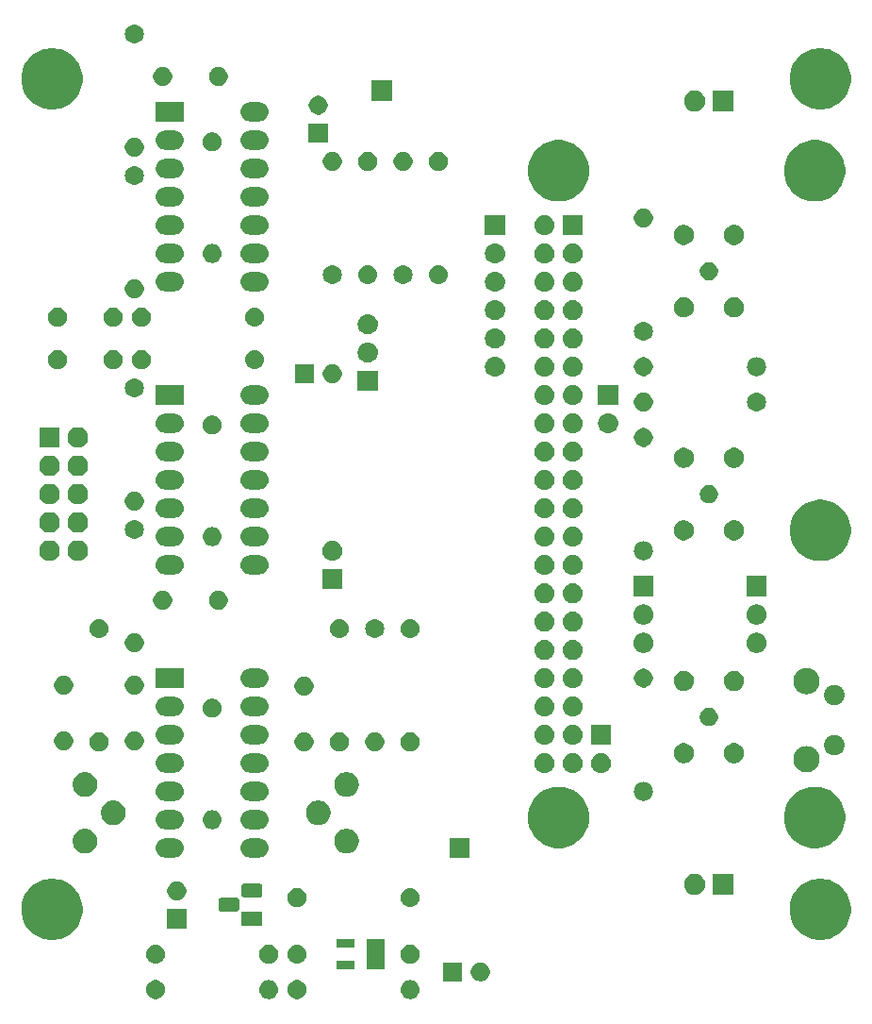
<source format=gbs>
G04 #@! TF.GenerationSoftware,KiCad,Pcbnew,5.0.2-bee76a0~70~ubuntu16.04.1*
G04 #@! TF.CreationDate,2019-04-12T16:07:59+01:00*
G04 #@! TF.ProjectId,rgb-to-hdmi,7267622d-746f-42d6-9864-6d692e6b6963,rev?*
G04 #@! TF.SameCoordinates,PX8712db8PY8b83550*
G04 #@! TF.FileFunction,Soldermask,Bot*
G04 #@! TF.FilePolarity,Negative*
%FSLAX46Y46*%
G04 Gerber Fmt 4.6, Leading zero omitted, Abs format (unit mm)*
G04 Created by KiCad (PCBNEW 5.0.2-bee76a0~70~ubuntu16.04.1) date Fri 12 Apr 2019 16:07:59 BST*
%MOMM*%
%LPD*%
G01*
G04 APERTURE LIST*
%ADD10C,0.100000*%
G04 APERTURE END LIST*
D10*
G04 #@! TO.C,SW4*
X72908000Y31716000D02*
G75*
G03X72908000Y31716000I-1143000J0D01*
G01*
X75154000Y25966000D02*
G75*
G03X75154000Y25966000I-889000J0D01*
G01*
X75154000Y30466000D02*
G75*
G03X75154000Y30466000I-889000J0D01*
G01*
X72908000Y24716000D02*
G75*
G03X72908000Y24716000I-1143000J0D01*
G01*
G36*
X23631821Y4888687D02*
X23631824Y4888686D01*
X23631825Y4888686D01*
X23792239Y4840025D01*
X23792241Y4840024D01*
X23792244Y4840023D01*
X23940078Y4761005D01*
X24069659Y4654659D01*
X24176005Y4525078D01*
X24255023Y4377244D01*
X24255024Y4377241D01*
X24255025Y4377239D01*
X24303686Y4216825D01*
X24303687Y4216821D01*
X24320117Y4050000D01*
X24303687Y3883179D01*
X24303686Y3883176D01*
X24303686Y3883175D01*
X24278993Y3801772D01*
X24255023Y3722756D01*
X24176005Y3574922D01*
X24069659Y3445341D01*
X23940078Y3338995D01*
X23792244Y3259977D01*
X23792241Y3259976D01*
X23792239Y3259975D01*
X23631825Y3211314D01*
X23631824Y3211314D01*
X23631821Y3211313D01*
X23506804Y3199000D01*
X23423196Y3199000D01*
X23298179Y3211313D01*
X23298176Y3211314D01*
X23298175Y3211314D01*
X23137761Y3259975D01*
X23137759Y3259976D01*
X23137756Y3259977D01*
X22989922Y3338995D01*
X22860341Y3445341D01*
X22753995Y3574922D01*
X22674977Y3722756D01*
X22651008Y3801772D01*
X22626314Y3883175D01*
X22626314Y3883176D01*
X22626313Y3883179D01*
X22609883Y4050000D01*
X22626313Y4216821D01*
X22626314Y4216825D01*
X22674975Y4377239D01*
X22674976Y4377241D01*
X22674977Y4377244D01*
X22753995Y4525078D01*
X22860341Y4654659D01*
X22989922Y4761005D01*
X23137756Y4840023D01*
X23137759Y4840024D01*
X23137761Y4840025D01*
X23298175Y4888686D01*
X23298176Y4888686D01*
X23298179Y4888687D01*
X23423196Y4901000D01*
X23506804Y4901000D01*
X23631821Y4888687D01*
X23631821Y4888687D01*
G37*
G36*
X26253228Y4868297D02*
X26408100Y4804147D01*
X26547481Y4711015D01*
X26666015Y4592481D01*
X26759147Y4453100D01*
X26823297Y4298228D01*
X26856000Y4133816D01*
X26856000Y3966184D01*
X26823297Y3801772D01*
X26759147Y3646900D01*
X26666015Y3507519D01*
X26547481Y3388985D01*
X26408100Y3295853D01*
X26253228Y3231703D01*
X26088816Y3199000D01*
X25921184Y3199000D01*
X25756772Y3231703D01*
X25601900Y3295853D01*
X25462519Y3388985D01*
X25343985Y3507519D01*
X25250853Y3646900D01*
X25186703Y3801772D01*
X25154000Y3966184D01*
X25154000Y4133816D01*
X25186703Y4298228D01*
X25250853Y4453100D01*
X25343985Y4592481D01*
X25462519Y4711015D01*
X25601900Y4804147D01*
X25756772Y4868297D01*
X25921184Y4901000D01*
X26088816Y4901000D01*
X26253228Y4868297D01*
X26253228Y4868297D01*
G37*
G36*
X36331821Y4888687D02*
X36331824Y4888686D01*
X36331825Y4888686D01*
X36492239Y4840025D01*
X36492241Y4840024D01*
X36492244Y4840023D01*
X36640078Y4761005D01*
X36769659Y4654659D01*
X36876005Y4525078D01*
X36955023Y4377244D01*
X36955024Y4377241D01*
X36955025Y4377239D01*
X37003686Y4216825D01*
X37003687Y4216821D01*
X37020117Y4050000D01*
X37003687Y3883179D01*
X37003686Y3883176D01*
X37003686Y3883175D01*
X36978993Y3801772D01*
X36955023Y3722756D01*
X36876005Y3574922D01*
X36769659Y3445341D01*
X36640078Y3338995D01*
X36492244Y3259977D01*
X36492241Y3259976D01*
X36492239Y3259975D01*
X36331825Y3211314D01*
X36331824Y3211314D01*
X36331821Y3211313D01*
X36206804Y3199000D01*
X36123196Y3199000D01*
X35998179Y3211313D01*
X35998176Y3211314D01*
X35998175Y3211314D01*
X35837761Y3259975D01*
X35837759Y3259976D01*
X35837756Y3259977D01*
X35689922Y3338995D01*
X35560341Y3445341D01*
X35453995Y3574922D01*
X35374977Y3722756D01*
X35351008Y3801772D01*
X35326314Y3883175D01*
X35326314Y3883176D01*
X35326313Y3883179D01*
X35309883Y4050000D01*
X35326313Y4216821D01*
X35326314Y4216825D01*
X35374975Y4377239D01*
X35374976Y4377241D01*
X35374977Y4377244D01*
X35453995Y4525078D01*
X35560341Y4654659D01*
X35689922Y4761005D01*
X35837756Y4840023D01*
X35837759Y4840024D01*
X35837761Y4840025D01*
X35998175Y4888686D01*
X35998176Y4888686D01*
X35998179Y4888687D01*
X36123196Y4901000D01*
X36206804Y4901000D01*
X36331821Y4888687D01*
X36331821Y4888687D01*
G37*
G36*
X13553228Y4868297D02*
X13708100Y4804147D01*
X13847481Y4711015D01*
X13966015Y4592481D01*
X14059147Y4453100D01*
X14123297Y4298228D01*
X14156000Y4133816D01*
X14156000Y3966184D01*
X14123297Y3801772D01*
X14059147Y3646900D01*
X13966015Y3507519D01*
X13847481Y3388985D01*
X13708100Y3295853D01*
X13553228Y3231703D01*
X13388816Y3199000D01*
X13221184Y3199000D01*
X13056772Y3231703D01*
X12901900Y3295853D01*
X12762519Y3388985D01*
X12643985Y3507519D01*
X12550853Y3646900D01*
X12486703Y3801772D01*
X12454000Y3966184D01*
X12454000Y4133816D01*
X12486703Y4298228D01*
X12550853Y4453100D01*
X12643985Y4592481D01*
X12762519Y4711015D01*
X12901900Y4804147D01*
X13056772Y4868297D01*
X13221184Y4901000D01*
X13388816Y4901000D01*
X13553228Y4868297D01*
X13553228Y4868297D01*
G37*
G36*
X42723228Y6455797D02*
X42878100Y6391647D01*
X43017481Y6298515D01*
X43136015Y6179981D01*
X43229147Y6040600D01*
X43293297Y5885728D01*
X43326000Y5721316D01*
X43326000Y5553684D01*
X43293297Y5389272D01*
X43229147Y5234400D01*
X43136015Y5095019D01*
X43017481Y4976485D01*
X42878100Y4883353D01*
X42723228Y4819203D01*
X42558816Y4786500D01*
X42391184Y4786500D01*
X42226772Y4819203D01*
X42071900Y4883353D01*
X41932519Y4976485D01*
X41813985Y5095019D01*
X41720853Y5234400D01*
X41656703Y5389272D01*
X41624000Y5553684D01*
X41624000Y5721316D01*
X41656703Y5885728D01*
X41720853Y6040600D01*
X41813985Y6179981D01*
X41932519Y6298515D01*
X42071900Y6391647D01*
X42226772Y6455797D01*
X42391184Y6488500D01*
X42558816Y6488500D01*
X42723228Y6455797D01*
X42723228Y6455797D01*
G37*
G36*
X40826000Y4786500D02*
X39124000Y4786500D01*
X39124000Y6488500D01*
X40826000Y6488500D01*
X40826000Y4786500D01*
X40826000Y4786500D01*
G37*
G36*
X33901000Y5899000D02*
X32239000Y5899000D01*
X32239000Y8551000D01*
X33901000Y8551000D01*
X33901000Y5899000D01*
X33901000Y5899000D01*
G37*
G36*
X31201000Y5899000D02*
X29539000Y5899000D01*
X29539000Y6651000D01*
X31201000Y6651000D01*
X31201000Y5899000D01*
X31201000Y5899000D01*
G37*
G36*
X13471821Y8063687D02*
X13471824Y8063686D01*
X13471825Y8063686D01*
X13632239Y8015025D01*
X13632241Y8015024D01*
X13632244Y8015023D01*
X13780078Y7936005D01*
X13909659Y7829659D01*
X14016005Y7700078D01*
X14095023Y7552244D01*
X14095024Y7552241D01*
X14095025Y7552239D01*
X14143686Y7391825D01*
X14143687Y7391821D01*
X14160117Y7225000D01*
X14143687Y7058179D01*
X14143686Y7058176D01*
X14143686Y7058175D01*
X14118993Y6976772D01*
X14095023Y6897756D01*
X14016005Y6749922D01*
X13909659Y6620341D01*
X13780078Y6513995D01*
X13632244Y6434977D01*
X13632241Y6434976D01*
X13632239Y6434975D01*
X13471825Y6386314D01*
X13471824Y6386314D01*
X13471821Y6386313D01*
X13346804Y6374000D01*
X13263196Y6374000D01*
X13138179Y6386313D01*
X13138176Y6386314D01*
X13138175Y6386314D01*
X12977761Y6434975D01*
X12977759Y6434976D01*
X12977756Y6434977D01*
X12829922Y6513995D01*
X12700341Y6620341D01*
X12593995Y6749922D01*
X12514977Y6897756D01*
X12491008Y6976772D01*
X12466314Y7058175D01*
X12466314Y7058176D01*
X12466313Y7058179D01*
X12449883Y7225000D01*
X12466313Y7391821D01*
X12466314Y7391825D01*
X12514975Y7552239D01*
X12514976Y7552241D01*
X12514977Y7552244D01*
X12593995Y7700078D01*
X12700341Y7829659D01*
X12829922Y7936005D01*
X12977756Y8015023D01*
X12977759Y8015024D01*
X12977761Y8015025D01*
X13138175Y8063686D01*
X13138176Y8063686D01*
X13138179Y8063687D01*
X13263196Y8076000D01*
X13346804Y8076000D01*
X13471821Y8063687D01*
X13471821Y8063687D01*
G37*
G36*
X23713228Y8043297D02*
X23868100Y7979147D01*
X24007481Y7886015D01*
X24126015Y7767481D01*
X24219147Y7628100D01*
X24283297Y7473228D01*
X24316000Y7308816D01*
X24316000Y7141184D01*
X24283297Y6976772D01*
X24219147Y6821900D01*
X24126015Y6682519D01*
X24007481Y6563985D01*
X23868100Y6470853D01*
X23713228Y6406703D01*
X23548816Y6374000D01*
X23381184Y6374000D01*
X23216772Y6406703D01*
X23061900Y6470853D01*
X22922519Y6563985D01*
X22803985Y6682519D01*
X22710853Y6821900D01*
X22646703Y6976772D01*
X22614000Y7141184D01*
X22614000Y7308816D01*
X22646703Y7473228D01*
X22710853Y7628100D01*
X22803985Y7767481D01*
X22922519Y7886015D01*
X23061900Y7979147D01*
X23216772Y8043297D01*
X23381184Y8076000D01*
X23548816Y8076000D01*
X23713228Y8043297D01*
X23713228Y8043297D01*
G37*
G36*
X26171821Y8063687D02*
X26171824Y8063686D01*
X26171825Y8063686D01*
X26332239Y8015025D01*
X26332241Y8015024D01*
X26332244Y8015023D01*
X26480078Y7936005D01*
X26609659Y7829659D01*
X26716005Y7700078D01*
X26795023Y7552244D01*
X26795024Y7552241D01*
X26795025Y7552239D01*
X26843686Y7391825D01*
X26843687Y7391821D01*
X26860117Y7225000D01*
X26843687Y7058179D01*
X26843686Y7058176D01*
X26843686Y7058175D01*
X26818993Y6976772D01*
X26795023Y6897756D01*
X26716005Y6749922D01*
X26609659Y6620341D01*
X26480078Y6513995D01*
X26332244Y6434977D01*
X26332241Y6434976D01*
X26332239Y6434975D01*
X26171825Y6386314D01*
X26171824Y6386314D01*
X26171821Y6386313D01*
X26046804Y6374000D01*
X25963196Y6374000D01*
X25838179Y6386313D01*
X25838176Y6386314D01*
X25838175Y6386314D01*
X25677761Y6434975D01*
X25677759Y6434976D01*
X25677756Y6434977D01*
X25529922Y6513995D01*
X25400341Y6620341D01*
X25293995Y6749922D01*
X25214977Y6897756D01*
X25191008Y6976772D01*
X25166314Y7058175D01*
X25166314Y7058176D01*
X25166313Y7058179D01*
X25149883Y7225000D01*
X25166313Y7391821D01*
X25166314Y7391825D01*
X25214975Y7552239D01*
X25214976Y7552241D01*
X25214977Y7552244D01*
X25293995Y7700078D01*
X25400341Y7829659D01*
X25529922Y7936005D01*
X25677756Y8015023D01*
X25677759Y8015024D01*
X25677761Y8015025D01*
X25838175Y8063686D01*
X25838176Y8063686D01*
X25838179Y8063687D01*
X25963196Y8076000D01*
X26046804Y8076000D01*
X26171821Y8063687D01*
X26171821Y8063687D01*
G37*
G36*
X36413228Y8043297D02*
X36568100Y7979147D01*
X36707481Y7886015D01*
X36826015Y7767481D01*
X36919147Y7628100D01*
X36983297Y7473228D01*
X37016000Y7308816D01*
X37016000Y7141184D01*
X36983297Y6976772D01*
X36919147Y6821900D01*
X36826015Y6682519D01*
X36707481Y6563985D01*
X36568100Y6470853D01*
X36413228Y6406703D01*
X36248816Y6374000D01*
X36081184Y6374000D01*
X35916772Y6406703D01*
X35761900Y6470853D01*
X35622519Y6563985D01*
X35503985Y6682519D01*
X35410853Y6821900D01*
X35346703Y6976772D01*
X35314000Y7141184D01*
X35314000Y7308816D01*
X35346703Y7473228D01*
X35410853Y7628100D01*
X35503985Y7767481D01*
X35622519Y7886015D01*
X35761900Y7979147D01*
X35916772Y8043297D01*
X36081184Y8076000D01*
X36248816Y8076000D01*
X36413228Y8043297D01*
X36413228Y8043297D01*
G37*
G36*
X31201000Y7799000D02*
X29539000Y7799000D01*
X29539000Y8551000D01*
X31201000Y8551000D01*
X31201000Y7799000D01*
X31201000Y7799000D01*
G37*
G36*
X4524997Y13950467D02*
X4802437Y13895281D01*
X5303087Y13687905D01*
X5627911Y13470864D01*
X5753663Y13386839D01*
X6136839Y13003663D01*
X6136841Y13003660D01*
X6437905Y12553087D01*
X6645281Y12052437D01*
X6689542Y11829922D01*
X6736471Y11593995D01*
X6751000Y11520950D01*
X6751000Y10979050D01*
X6645281Y10447563D01*
X6437905Y9946913D01*
X6339072Y9799000D01*
X6136839Y9496337D01*
X5753663Y9113161D01*
X5753660Y9113159D01*
X5303087Y8812095D01*
X4802437Y8604719D01*
X4536693Y8551859D01*
X4270951Y8499000D01*
X3729049Y8499000D01*
X3463307Y8551859D01*
X3197563Y8604719D01*
X2696913Y8812095D01*
X2246340Y9113159D01*
X2246337Y9113161D01*
X1863161Y9496337D01*
X1660928Y9799000D01*
X1562095Y9946913D01*
X1354719Y10447563D01*
X1249000Y10979050D01*
X1249000Y11520950D01*
X1263530Y11593995D01*
X1310458Y11829922D01*
X1354719Y12052437D01*
X1562095Y12553087D01*
X1863159Y13003660D01*
X1863161Y13003663D01*
X2246337Y13386839D01*
X2372089Y13470864D01*
X2696913Y13687905D01*
X3197563Y13895281D01*
X3475003Y13950467D01*
X3729049Y14001000D01*
X4270951Y14001000D01*
X4524997Y13950467D01*
X4524997Y13950467D01*
G37*
G36*
X73524997Y13950467D02*
X73802437Y13895281D01*
X74303087Y13687905D01*
X74627911Y13470864D01*
X74753663Y13386839D01*
X75136839Y13003663D01*
X75136841Y13003660D01*
X75437905Y12553087D01*
X75645281Y12052437D01*
X75689542Y11829922D01*
X75736471Y11593995D01*
X75751000Y11520950D01*
X75751000Y10979050D01*
X75645281Y10447563D01*
X75437905Y9946913D01*
X75339072Y9799000D01*
X75136839Y9496337D01*
X74753663Y9113161D01*
X74753660Y9113159D01*
X74303087Y8812095D01*
X73802437Y8604719D01*
X73536693Y8551859D01*
X73270951Y8499000D01*
X72729049Y8499000D01*
X72463307Y8551859D01*
X72197563Y8604719D01*
X71696913Y8812095D01*
X71246340Y9113159D01*
X71246337Y9113161D01*
X70863161Y9496337D01*
X70660928Y9799000D01*
X70562095Y9946913D01*
X70354719Y10447563D01*
X70249000Y10979050D01*
X70249000Y11520950D01*
X70263530Y11593995D01*
X70310458Y11829922D01*
X70354719Y12052437D01*
X70562095Y12553087D01*
X70863159Y13003660D01*
X70863161Y13003663D01*
X71246337Y13386839D01*
X71372089Y13470864D01*
X71696913Y13687905D01*
X72197563Y13895281D01*
X72475003Y13950467D01*
X72729049Y14001000D01*
X73270951Y14001000D01*
X73524997Y13950467D01*
X73524997Y13950467D01*
G37*
G36*
X16061000Y9549000D02*
X14359000Y9549000D01*
X14359000Y11251000D01*
X16061000Y11251000D01*
X16061000Y9549000D01*
X16061000Y9549000D01*
G37*
G36*
X22911000Y9799000D02*
X21009000Y9799000D01*
X21009000Y11001000D01*
X22911000Y11001000D01*
X22911000Y9799000D01*
X22911000Y9799000D01*
G37*
G36*
X20649315Y12265834D02*
X20693845Y12252325D01*
X20734891Y12230386D01*
X20770864Y12200864D01*
X20800386Y12164891D01*
X20822325Y12123845D01*
X20835834Y12079315D01*
X20841000Y12026860D01*
X20841000Y11313140D01*
X20835834Y11260685D01*
X20822326Y11216158D01*
X20805632Y11184926D01*
X20800386Y11172261D01*
X20795612Y11168343D01*
X20787372Y11159253D01*
X20770861Y11139133D01*
X20734891Y11109614D01*
X20693845Y11087675D01*
X20649315Y11074166D01*
X20596860Y11069000D01*
X19183140Y11069000D01*
X19130685Y11074166D01*
X19086155Y11087675D01*
X19045109Y11109614D01*
X19009136Y11139136D01*
X18979614Y11175109D01*
X18957675Y11216155D01*
X18944166Y11260685D01*
X18939000Y11313140D01*
X18939000Y12026860D01*
X18944166Y12079315D01*
X18957675Y12123845D01*
X18979614Y12164891D01*
X19009136Y12200864D01*
X19045109Y12230386D01*
X19086155Y12252325D01*
X19130685Y12265834D01*
X19183140Y12271000D01*
X20596860Y12271000D01*
X20649315Y12265834D01*
X20649315Y12265834D01*
G37*
G36*
X26253228Y13123297D02*
X26408100Y13059147D01*
X26547481Y12966015D01*
X26666015Y12847481D01*
X26759147Y12708100D01*
X26823297Y12553228D01*
X26856000Y12388816D01*
X26856000Y12221184D01*
X26823297Y12056772D01*
X26759147Y11901900D01*
X26666015Y11762519D01*
X26547481Y11643985D01*
X26408100Y11550853D01*
X26253228Y11486703D01*
X26088816Y11454000D01*
X25921184Y11454000D01*
X25756772Y11486703D01*
X25601900Y11550853D01*
X25462519Y11643985D01*
X25343985Y11762519D01*
X25250853Y11901900D01*
X25186703Y12056772D01*
X25154000Y12221184D01*
X25154000Y12388816D01*
X25186703Y12553228D01*
X25250853Y12708100D01*
X25343985Y12847481D01*
X25462519Y12966015D01*
X25601900Y13059147D01*
X25756772Y13123297D01*
X25921184Y13156000D01*
X26088816Y13156000D01*
X26253228Y13123297D01*
X26253228Y13123297D01*
G37*
G36*
X36331821Y13143687D02*
X36331824Y13143686D01*
X36331825Y13143686D01*
X36492239Y13095025D01*
X36492241Y13095024D01*
X36492244Y13095023D01*
X36640078Y13016005D01*
X36769659Y12909659D01*
X36876005Y12780078D01*
X36955023Y12632244D01*
X36955024Y12632241D01*
X36955025Y12632239D01*
X36999339Y12486155D01*
X37003687Y12471821D01*
X37020117Y12305000D01*
X37003687Y12138179D01*
X37003686Y12138176D01*
X37003686Y12138175D01*
X36977678Y12052437D01*
X36955023Y11977756D01*
X36876005Y11829922D01*
X36769659Y11700341D01*
X36640078Y11593995D01*
X36492244Y11514977D01*
X36492241Y11514976D01*
X36492239Y11514975D01*
X36331825Y11466314D01*
X36331824Y11466314D01*
X36331821Y11466313D01*
X36206804Y11454000D01*
X36123196Y11454000D01*
X35998179Y11466313D01*
X35998176Y11466314D01*
X35998175Y11466314D01*
X35837761Y11514975D01*
X35837759Y11514976D01*
X35837756Y11514977D01*
X35689922Y11593995D01*
X35560341Y11700341D01*
X35453995Y11829922D01*
X35374977Y11977756D01*
X35352323Y12052437D01*
X35326314Y12138175D01*
X35326314Y12138176D01*
X35326313Y12138179D01*
X35309883Y12305000D01*
X35326313Y12471821D01*
X35330661Y12486155D01*
X35374975Y12632239D01*
X35374976Y12632241D01*
X35374977Y12632244D01*
X35453995Y12780078D01*
X35560341Y12909659D01*
X35689922Y13016005D01*
X35837756Y13095023D01*
X35837759Y13095024D01*
X35837761Y13095025D01*
X35998175Y13143686D01*
X35998176Y13143686D01*
X35998179Y13143687D01*
X36123196Y13156000D01*
X36206804Y13156000D01*
X36331821Y13143687D01*
X36331821Y13143687D01*
G37*
G36*
X15458228Y13718297D02*
X15613100Y13654147D01*
X15752481Y13561015D01*
X15871015Y13442481D01*
X15964147Y13303100D01*
X16028297Y13148228D01*
X16061000Y12983816D01*
X16061000Y12816184D01*
X16028297Y12651772D01*
X15964147Y12496900D01*
X15871015Y12357519D01*
X15752481Y12238985D01*
X15613100Y12145853D01*
X15458228Y12081703D01*
X15293816Y12049000D01*
X15126184Y12049000D01*
X14961772Y12081703D01*
X14806900Y12145853D01*
X14667519Y12238985D01*
X14548985Y12357519D01*
X14455853Y12496900D01*
X14391703Y12651772D01*
X14359000Y12816184D01*
X14359000Y12983816D01*
X14391703Y13148228D01*
X14455853Y13303100D01*
X14548985Y13442481D01*
X14667519Y13561015D01*
X14806900Y13654147D01*
X14961772Y13718297D01*
X15126184Y13751000D01*
X15293816Y13751000D01*
X15458228Y13718297D01*
X15458228Y13718297D01*
G37*
G36*
X22719315Y13535834D02*
X22763845Y13522325D01*
X22804891Y13500386D01*
X22840864Y13470864D01*
X22870386Y13434891D01*
X22892325Y13393845D01*
X22905834Y13349315D01*
X22911000Y13296860D01*
X22911000Y12583140D01*
X22905834Y12530685D01*
X22892325Y12486155D01*
X22870386Y12445109D01*
X22840864Y12409136D01*
X22804891Y12379614D01*
X22763845Y12357675D01*
X22719315Y12344166D01*
X22666860Y12339000D01*
X21253140Y12339000D01*
X21200685Y12344166D01*
X21156155Y12357675D01*
X21115109Y12379614D01*
X21079136Y12409136D01*
X21049614Y12445109D01*
X21027675Y12486155D01*
X21014166Y12530685D01*
X21009000Y12583140D01*
X21009000Y13296860D01*
X21014166Y13349315D01*
X21027675Y13393845D01*
X21049614Y13434891D01*
X21079136Y13470864D01*
X21115109Y13500386D01*
X21156155Y13522325D01*
X21200685Y13535834D01*
X21253140Y13541000D01*
X22666860Y13541000D01*
X22719315Y13535834D01*
X22719315Y13535834D01*
G37*
G36*
X65201000Y12549000D02*
X63299000Y12549000D01*
X63299000Y14451000D01*
X65201000Y14451000D01*
X65201000Y12549000D01*
X65201000Y12549000D01*
G37*
G36*
X61987396Y14414454D02*
X62160466Y14342766D01*
X62316230Y14238688D01*
X62448688Y14106230D01*
X62552766Y13950466D01*
X62624454Y13777396D01*
X62661000Y13593667D01*
X62661000Y13406333D01*
X62624454Y13222604D01*
X62552766Y13049534D01*
X62448688Y12893770D01*
X62316230Y12761312D01*
X62160466Y12657234D01*
X61987396Y12585546D01*
X61803667Y12549000D01*
X61616333Y12549000D01*
X61432604Y12585546D01*
X61259534Y12657234D01*
X61103770Y12761312D01*
X60971312Y12893770D01*
X60867234Y13049534D01*
X60795546Y13222604D01*
X60759000Y13406333D01*
X60759000Y13593667D01*
X60795546Y13777396D01*
X60867234Y13950466D01*
X60971312Y14106230D01*
X61103770Y14238688D01*
X61259534Y14342766D01*
X61432604Y14414454D01*
X61616333Y14451000D01*
X61803667Y14451000D01*
X61987396Y14414454D01*
X61987396Y14414454D01*
G37*
G36*
X41511000Y15849000D02*
X39709000Y15849000D01*
X39709000Y17651000D01*
X41511000Y17651000D01*
X41511000Y15849000D01*
X41511000Y15849000D01*
G37*
G36*
X22761821Y17588687D02*
X22761824Y17588686D01*
X22761825Y17588686D01*
X22922239Y17540025D01*
X22922241Y17540024D01*
X22922244Y17540023D01*
X23070078Y17461005D01*
X23199659Y17354659D01*
X23306005Y17225078D01*
X23385023Y17077244D01*
X23385024Y17077241D01*
X23385025Y17077239D01*
X23433686Y16916825D01*
X23433687Y16916821D01*
X23450117Y16750000D01*
X23433687Y16583179D01*
X23385023Y16422756D01*
X23306005Y16274922D01*
X23199659Y16145341D01*
X23070078Y16038995D01*
X22922244Y15959977D01*
X22922241Y15959976D01*
X22922239Y15959975D01*
X22761825Y15911314D01*
X22761824Y15911314D01*
X22761821Y15911313D01*
X22636804Y15899000D01*
X21753196Y15899000D01*
X21628179Y15911313D01*
X21628176Y15911314D01*
X21628175Y15911314D01*
X21467761Y15959975D01*
X21467759Y15959976D01*
X21467756Y15959977D01*
X21319922Y16038995D01*
X21190341Y16145341D01*
X21083995Y16274922D01*
X21004977Y16422756D01*
X20956313Y16583179D01*
X20939883Y16750000D01*
X20956313Y16916821D01*
X20956314Y16916825D01*
X21004975Y17077239D01*
X21004976Y17077241D01*
X21004977Y17077244D01*
X21083995Y17225078D01*
X21190341Y17354659D01*
X21319922Y17461005D01*
X21467756Y17540023D01*
X21467759Y17540024D01*
X21467761Y17540025D01*
X21628175Y17588686D01*
X21628176Y17588686D01*
X21628179Y17588687D01*
X21753196Y17601000D01*
X22636804Y17601000D01*
X22761821Y17588687D01*
X22761821Y17588687D01*
G37*
G36*
X15141821Y17588687D02*
X15141824Y17588686D01*
X15141825Y17588686D01*
X15302239Y17540025D01*
X15302241Y17540024D01*
X15302244Y17540023D01*
X15450078Y17461005D01*
X15579659Y17354659D01*
X15686005Y17225078D01*
X15765023Y17077244D01*
X15765024Y17077241D01*
X15765025Y17077239D01*
X15813686Y16916825D01*
X15813687Y16916821D01*
X15830117Y16750000D01*
X15813687Y16583179D01*
X15765023Y16422756D01*
X15686005Y16274922D01*
X15579659Y16145341D01*
X15450078Y16038995D01*
X15302244Y15959977D01*
X15302241Y15959976D01*
X15302239Y15959975D01*
X15141825Y15911314D01*
X15141824Y15911314D01*
X15141821Y15911313D01*
X15016804Y15899000D01*
X14133196Y15899000D01*
X14008179Y15911313D01*
X14008176Y15911314D01*
X14008175Y15911314D01*
X13847761Y15959975D01*
X13847759Y15959976D01*
X13847756Y15959977D01*
X13699922Y16038995D01*
X13570341Y16145341D01*
X13463995Y16274922D01*
X13384977Y16422756D01*
X13336313Y16583179D01*
X13319883Y16750000D01*
X13336313Y16916821D01*
X13336314Y16916825D01*
X13384975Y17077239D01*
X13384976Y17077241D01*
X13384977Y17077244D01*
X13463995Y17225078D01*
X13570341Y17354659D01*
X13699922Y17461005D01*
X13847756Y17540023D01*
X13847759Y17540024D01*
X13847761Y17540025D01*
X14008175Y17588686D01*
X14008176Y17588686D01*
X14008179Y17588687D01*
X14133196Y17601000D01*
X15016804Y17601000D01*
X15141821Y17588687D01*
X15141821Y17588687D01*
G37*
G36*
X7169794Y18464845D02*
X7276150Y18443689D01*
X7346990Y18414346D01*
X7476516Y18360695D01*
X7656850Y18240199D01*
X7810199Y18086850D01*
X7930695Y17906516D01*
X7984346Y17776990D01*
X7997042Y17746340D01*
X8013689Y17706149D01*
X8056000Y17493440D01*
X8056000Y17276560D01*
X8013689Y17063851D01*
X7930695Y16863484D01*
X7810199Y16683150D01*
X7656850Y16529801D01*
X7476516Y16409305D01*
X7346990Y16355654D01*
X7276150Y16326311D01*
X7169795Y16305156D01*
X7063440Y16284000D01*
X6846560Y16284000D01*
X6740205Y16305156D01*
X6633850Y16326311D01*
X6563010Y16355654D01*
X6433484Y16409305D01*
X6253150Y16529801D01*
X6099801Y16683150D01*
X5979305Y16863484D01*
X5896311Y17063851D01*
X5854000Y17276560D01*
X5854000Y17493440D01*
X5896311Y17706149D01*
X5912959Y17746340D01*
X5925654Y17776990D01*
X5979305Y17906516D01*
X6099801Y18086850D01*
X6253150Y18240199D01*
X6433484Y18360695D01*
X6563010Y18414346D01*
X6633850Y18443689D01*
X6740206Y18464845D01*
X6846560Y18486000D01*
X7063440Y18486000D01*
X7169794Y18464845D01*
X7169794Y18464845D01*
G37*
G36*
X30664794Y18464845D02*
X30771150Y18443689D01*
X30841990Y18414346D01*
X30971516Y18360695D01*
X31151850Y18240199D01*
X31305199Y18086850D01*
X31425695Y17906516D01*
X31479346Y17776990D01*
X31492042Y17746340D01*
X31508689Y17706149D01*
X31551000Y17493440D01*
X31551000Y17276560D01*
X31508689Y17063851D01*
X31425695Y16863484D01*
X31305199Y16683150D01*
X31151850Y16529801D01*
X30971516Y16409305D01*
X30841990Y16355654D01*
X30771150Y16326311D01*
X30664795Y16305156D01*
X30558440Y16284000D01*
X30341560Y16284000D01*
X30235205Y16305156D01*
X30128850Y16326311D01*
X30058010Y16355654D01*
X29928484Y16409305D01*
X29748150Y16529801D01*
X29594801Y16683150D01*
X29474305Y16863484D01*
X29391311Y17063851D01*
X29349000Y17276560D01*
X29349000Y17493440D01*
X29391311Y17706149D01*
X29407959Y17746340D01*
X29420654Y17776990D01*
X29474305Y17906516D01*
X29594801Y18086850D01*
X29748150Y18240199D01*
X29928484Y18360695D01*
X30058010Y18414346D01*
X30128850Y18443689D01*
X30235206Y18464845D01*
X30341560Y18486000D01*
X30558440Y18486000D01*
X30664794Y18464845D01*
X30664794Y18464845D01*
G37*
G36*
X50036694Y22198140D02*
X50302437Y22145281D01*
X50803087Y21937905D01*
X51214242Y21663179D01*
X51253663Y21636839D01*
X51636839Y21253663D01*
X51636841Y21253660D01*
X51937905Y20803087D01*
X52145281Y20302437D01*
X52145281Y20302436D01*
X52251000Y19770951D01*
X52251000Y19229049D01*
X52229941Y19123179D01*
X52145281Y18697563D01*
X51937905Y18196913D01*
X51864363Y18086850D01*
X51636839Y17746337D01*
X51253663Y17363161D01*
X51253660Y17363159D01*
X50803087Y17062095D01*
X50302437Y16854719D01*
X50036693Y16801859D01*
X49770951Y16749000D01*
X49229049Y16749000D01*
X48963307Y16801859D01*
X48697563Y16854719D01*
X48196913Y17062095D01*
X47746340Y17363159D01*
X47746337Y17363161D01*
X47363161Y17746337D01*
X47135637Y18086850D01*
X47062095Y18196913D01*
X46854719Y18697563D01*
X46770059Y19123179D01*
X46749000Y19229049D01*
X46749000Y19770951D01*
X46854719Y20302436D01*
X46854719Y20302437D01*
X47062095Y20803087D01*
X47363159Y21253660D01*
X47363161Y21253663D01*
X47746337Y21636839D01*
X47785758Y21663179D01*
X48196913Y21937905D01*
X48697563Y22145281D01*
X48963306Y22198140D01*
X49229049Y22251000D01*
X49770951Y22251000D01*
X50036694Y22198140D01*
X50036694Y22198140D01*
G37*
G36*
X73036694Y22198140D02*
X73302437Y22145281D01*
X73803087Y21937905D01*
X74214242Y21663179D01*
X74253663Y21636839D01*
X74636839Y21253663D01*
X74636841Y21253660D01*
X74937905Y20803087D01*
X75145281Y20302437D01*
X75145281Y20302436D01*
X75251000Y19770951D01*
X75251000Y19229049D01*
X75229941Y19123179D01*
X75145281Y18697563D01*
X74937905Y18196913D01*
X74864363Y18086850D01*
X74636839Y17746337D01*
X74253663Y17363161D01*
X74253660Y17363159D01*
X73803087Y17062095D01*
X73302437Y16854719D01*
X73036693Y16801859D01*
X72770951Y16749000D01*
X72229049Y16749000D01*
X71963307Y16801859D01*
X71697563Y16854719D01*
X71196913Y17062095D01*
X70746340Y17363159D01*
X70746337Y17363161D01*
X70363161Y17746337D01*
X70135637Y18086850D01*
X70062095Y18196913D01*
X69854719Y18697563D01*
X69770059Y19123179D01*
X69749000Y19229049D01*
X69749000Y19770951D01*
X69854719Y20302436D01*
X69854719Y20302437D01*
X70062095Y20803087D01*
X70363159Y21253660D01*
X70363161Y21253663D01*
X70746337Y21636839D01*
X70785758Y21663179D01*
X71196913Y21937905D01*
X71697563Y22145281D01*
X71963306Y22198140D01*
X72229049Y22251000D01*
X72770951Y22251000D01*
X73036694Y22198140D01*
X73036694Y22198140D01*
G37*
G36*
X15141821Y20128687D02*
X15141824Y20128686D01*
X15141825Y20128686D01*
X15302239Y20080025D01*
X15302241Y20080024D01*
X15302244Y20080023D01*
X15450078Y20001005D01*
X15579659Y19894659D01*
X15686005Y19765078D01*
X15765023Y19617244D01*
X15765024Y19617241D01*
X15765025Y19617239D01*
X15813686Y19456825D01*
X15813687Y19456821D01*
X15830117Y19290000D01*
X15813687Y19123179D01*
X15765023Y18962756D01*
X15686005Y18814922D01*
X15579659Y18685341D01*
X15450078Y18578995D01*
X15302244Y18499977D01*
X15302241Y18499976D01*
X15302239Y18499975D01*
X15141825Y18451314D01*
X15141824Y18451314D01*
X15141821Y18451313D01*
X15016804Y18439000D01*
X14133196Y18439000D01*
X14008179Y18451313D01*
X14008176Y18451314D01*
X14008175Y18451314D01*
X13847761Y18499975D01*
X13847759Y18499976D01*
X13847756Y18499977D01*
X13699922Y18578995D01*
X13570341Y18685341D01*
X13463995Y18814922D01*
X13384977Y18962756D01*
X13336313Y19123179D01*
X13319883Y19290000D01*
X13336313Y19456821D01*
X13336314Y19456825D01*
X13384975Y19617239D01*
X13384976Y19617241D01*
X13384977Y19617244D01*
X13463995Y19765078D01*
X13570341Y19894659D01*
X13699922Y20001005D01*
X13847756Y20080023D01*
X13847759Y20080024D01*
X13847761Y20080025D01*
X14008175Y20128686D01*
X14008176Y20128686D01*
X14008179Y20128687D01*
X14133196Y20141000D01*
X15016804Y20141000D01*
X15141821Y20128687D01*
X15141821Y20128687D01*
G37*
G36*
X22761821Y20128687D02*
X22761824Y20128686D01*
X22761825Y20128686D01*
X22922239Y20080025D01*
X22922241Y20080024D01*
X22922244Y20080023D01*
X23070078Y20001005D01*
X23199659Y19894659D01*
X23306005Y19765078D01*
X23385023Y19617244D01*
X23385024Y19617241D01*
X23385025Y19617239D01*
X23433686Y19456825D01*
X23433687Y19456821D01*
X23450117Y19290000D01*
X23433687Y19123179D01*
X23385023Y18962756D01*
X23306005Y18814922D01*
X23199659Y18685341D01*
X23070078Y18578995D01*
X22922244Y18499977D01*
X22922241Y18499976D01*
X22922239Y18499975D01*
X22761825Y18451314D01*
X22761824Y18451314D01*
X22761821Y18451313D01*
X22636804Y18439000D01*
X21753196Y18439000D01*
X21628179Y18451313D01*
X21628176Y18451314D01*
X21628175Y18451314D01*
X21467761Y18499975D01*
X21467759Y18499976D01*
X21467756Y18499977D01*
X21319922Y18578995D01*
X21190341Y18685341D01*
X21083995Y18814922D01*
X21004977Y18962756D01*
X20956313Y19123179D01*
X20939883Y19290000D01*
X20956313Y19456821D01*
X20956314Y19456825D01*
X21004975Y19617239D01*
X21004976Y19617241D01*
X21004977Y19617244D01*
X21083995Y19765078D01*
X21190341Y19894659D01*
X21319922Y20001005D01*
X21467756Y20080023D01*
X21467759Y20080024D01*
X21467761Y20080025D01*
X21628175Y20128686D01*
X21628176Y20128686D01*
X21628179Y20128687D01*
X21753196Y20141000D01*
X22636804Y20141000D01*
X22761821Y20128687D01*
X22761821Y20128687D01*
G37*
G36*
X18551821Y20128687D02*
X18551824Y20128686D01*
X18551825Y20128686D01*
X18712239Y20080025D01*
X18712241Y20080024D01*
X18712244Y20080023D01*
X18860078Y20001005D01*
X18989659Y19894659D01*
X19096005Y19765078D01*
X19175023Y19617244D01*
X19175024Y19617241D01*
X19175025Y19617239D01*
X19223686Y19456825D01*
X19223687Y19456821D01*
X19240117Y19290000D01*
X19223687Y19123179D01*
X19175023Y18962756D01*
X19096005Y18814922D01*
X18989659Y18685341D01*
X18860078Y18578995D01*
X18712244Y18499977D01*
X18712241Y18499976D01*
X18712239Y18499975D01*
X18551825Y18451314D01*
X18551824Y18451314D01*
X18551821Y18451313D01*
X18426804Y18439000D01*
X18343196Y18439000D01*
X18218179Y18451313D01*
X18218176Y18451314D01*
X18218175Y18451314D01*
X18057761Y18499975D01*
X18057759Y18499976D01*
X18057756Y18499977D01*
X17909922Y18578995D01*
X17780341Y18685341D01*
X17673995Y18814922D01*
X17594977Y18962756D01*
X17546313Y19123179D01*
X17529883Y19290000D01*
X17546313Y19456821D01*
X17546314Y19456825D01*
X17594975Y19617239D01*
X17594976Y19617241D01*
X17594977Y19617244D01*
X17673995Y19765078D01*
X17780341Y19894659D01*
X17909922Y20001005D01*
X18057756Y20080023D01*
X18057759Y20080024D01*
X18057761Y20080025D01*
X18218175Y20128686D01*
X18218176Y20128686D01*
X18218179Y20128687D01*
X18343196Y20141000D01*
X18426804Y20141000D01*
X18551821Y20128687D01*
X18551821Y20128687D01*
G37*
G36*
X9709794Y21004845D02*
X9816150Y20983689D01*
X9886990Y20954346D01*
X10016516Y20900695D01*
X10016519Y20900693D01*
X10162598Y20803086D01*
X10196850Y20780199D01*
X10350199Y20626850D01*
X10470695Y20446516D01*
X10553689Y20246149D01*
X10596000Y20033440D01*
X10596000Y19816560D01*
X10553689Y19603851D01*
X10470695Y19403484D01*
X10470693Y19403481D01*
X10354142Y19229050D01*
X10350199Y19223150D01*
X10196850Y19069801D01*
X10016516Y18949305D01*
X9886990Y18895654D01*
X9816150Y18866311D01*
X9709795Y18845156D01*
X9603440Y18824000D01*
X9386560Y18824000D01*
X9280205Y18845156D01*
X9173850Y18866311D01*
X9103010Y18895654D01*
X8973484Y18949305D01*
X8793150Y19069801D01*
X8639801Y19223150D01*
X8635859Y19229050D01*
X8519307Y19403481D01*
X8519305Y19403484D01*
X8436311Y19603851D01*
X8394000Y19816560D01*
X8394000Y20033440D01*
X8436311Y20246149D01*
X8519305Y20446516D01*
X8639801Y20626850D01*
X8793150Y20780199D01*
X8827403Y20803086D01*
X8973481Y20900693D01*
X8973484Y20900695D01*
X9103010Y20954346D01*
X9173850Y20983689D01*
X9280206Y21004845D01*
X9386560Y21026000D01*
X9603440Y21026000D01*
X9709794Y21004845D01*
X9709794Y21004845D01*
G37*
G36*
X28124794Y21004845D02*
X28231150Y20983689D01*
X28301990Y20954346D01*
X28431516Y20900695D01*
X28431519Y20900693D01*
X28577598Y20803086D01*
X28611850Y20780199D01*
X28765199Y20626850D01*
X28885695Y20446516D01*
X28968689Y20246149D01*
X29011000Y20033440D01*
X29011000Y19816560D01*
X28968689Y19603851D01*
X28885695Y19403484D01*
X28885693Y19403481D01*
X28769142Y19229050D01*
X28765199Y19223150D01*
X28611850Y19069801D01*
X28431516Y18949305D01*
X28301990Y18895654D01*
X28231150Y18866311D01*
X28124795Y18845156D01*
X28018440Y18824000D01*
X27801560Y18824000D01*
X27695205Y18845156D01*
X27588850Y18866311D01*
X27518010Y18895654D01*
X27388484Y18949305D01*
X27208150Y19069801D01*
X27054801Y19223150D01*
X27050859Y19229050D01*
X26934307Y19403481D01*
X26934305Y19403484D01*
X26851311Y19603851D01*
X26809000Y19816560D01*
X26809000Y20033440D01*
X26851311Y20246149D01*
X26934305Y20446516D01*
X27054801Y20626850D01*
X27208150Y20780199D01*
X27242403Y20803086D01*
X27388481Y20900693D01*
X27388484Y20900695D01*
X27518010Y20954346D01*
X27588850Y20983689D01*
X27695206Y21004845D01*
X27801560Y21026000D01*
X28018440Y21026000D01*
X28124794Y21004845D01*
X28124794Y21004845D01*
G37*
G36*
X57286821Y22668687D02*
X57286824Y22668686D01*
X57286825Y22668686D01*
X57447239Y22620025D01*
X57447241Y22620024D01*
X57447244Y22620023D01*
X57595078Y22541005D01*
X57724659Y22434659D01*
X57831005Y22305078D01*
X57910023Y22157244D01*
X57910024Y22157241D01*
X57910025Y22157239D01*
X57958686Y21996825D01*
X57958687Y21996821D01*
X57975117Y21830000D01*
X57958687Y21663179D01*
X57958686Y21663176D01*
X57958686Y21663175D01*
X57950698Y21636841D01*
X57910023Y21502756D01*
X57831005Y21354922D01*
X57724659Y21225341D01*
X57595078Y21118995D01*
X57447244Y21039977D01*
X57447241Y21039976D01*
X57447239Y21039975D01*
X57286825Y20991314D01*
X57286824Y20991314D01*
X57286821Y20991313D01*
X57161804Y20979000D01*
X57078196Y20979000D01*
X56953179Y20991313D01*
X56953176Y20991314D01*
X56953175Y20991314D01*
X56792761Y21039975D01*
X56792759Y21039976D01*
X56792756Y21039977D01*
X56644922Y21118995D01*
X56515341Y21225341D01*
X56408995Y21354922D01*
X56329977Y21502756D01*
X56289303Y21636841D01*
X56281314Y21663175D01*
X56281314Y21663176D01*
X56281313Y21663179D01*
X56264883Y21830000D01*
X56281313Y21996821D01*
X56281314Y21996825D01*
X56329975Y22157239D01*
X56329976Y22157241D01*
X56329977Y22157244D01*
X56408995Y22305078D01*
X56515341Y22434659D01*
X56644922Y22541005D01*
X56792756Y22620023D01*
X56792759Y22620024D01*
X56792761Y22620025D01*
X56953175Y22668686D01*
X56953176Y22668686D01*
X56953179Y22668687D01*
X57078196Y22681000D01*
X57161804Y22681000D01*
X57286821Y22668687D01*
X57286821Y22668687D01*
G37*
G36*
X15141821Y22668687D02*
X15141824Y22668686D01*
X15141825Y22668686D01*
X15302239Y22620025D01*
X15302241Y22620024D01*
X15302244Y22620023D01*
X15450078Y22541005D01*
X15579659Y22434659D01*
X15686005Y22305078D01*
X15765023Y22157244D01*
X15765024Y22157241D01*
X15765025Y22157239D01*
X15813686Y21996825D01*
X15813687Y21996821D01*
X15830117Y21830000D01*
X15813687Y21663179D01*
X15813686Y21663176D01*
X15813686Y21663175D01*
X15805698Y21636841D01*
X15765023Y21502756D01*
X15686005Y21354922D01*
X15579659Y21225341D01*
X15450078Y21118995D01*
X15302244Y21039977D01*
X15302241Y21039976D01*
X15302239Y21039975D01*
X15141825Y20991314D01*
X15141824Y20991314D01*
X15141821Y20991313D01*
X15016804Y20979000D01*
X14133196Y20979000D01*
X14008179Y20991313D01*
X14008176Y20991314D01*
X14008175Y20991314D01*
X13847761Y21039975D01*
X13847759Y21039976D01*
X13847756Y21039977D01*
X13699922Y21118995D01*
X13570341Y21225341D01*
X13463995Y21354922D01*
X13384977Y21502756D01*
X13344303Y21636841D01*
X13336314Y21663175D01*
X13336314Y21663176D01*
X13336313Y21663179D01*
X13319883Y21830000D01*
X13336313Y21996821D01*
X13336314Y21996825D01*
X13384975Y22157239D01*
X13384976Y22157241D01*
X13384977Y22157244D01*
X13463995Y22305078D01*
X13570341Y22434659D01*
X13699922Y22541005D01*
X13847756Y22620023D01*
X13847759Y22620024D01*
X13847761Y22620025D01*
X14008175Y22668686D01*
X14008176Y22668686D01*
X14008179Y22668687D01*
X14133196Y22681000D01*
X15016804Y22681000D01*
X15141821Y22668687D01*
X15141821Y22668687D01*
G37*
G36*
X22761821Y22668687D02*
X22761824Y22668686D01*
X22761825Y22668686D01*
X22922239Y22620025D01*
X22922241Y22620024D01*
X22922244Y22620023D01*
X23070078Y22541005D01*
X23199659Y22434659D01*
X23306005Y22305078D01*
X23385023Y22157244D01*
X23385024Y22157241D01*
X23385025Y22157239D01*
X23433686Y21996825D01*
X23433687Y21996821D01*
X23450117Y21830000D01*
X23433687Y21663179D01*
X23433686Y21663176D01*
X23433686Y21663175D01*
X23425698Y21636841D01*
X23385023Y21502756D01*
X23306005Y21354922D01*
X23199659Y21225341D01*
X23070078Y21118995D01*
X22922244Y21039977D01*
X22922241Y21039976D01*
X22922239Y21039975D01*
X22761825Y20991314D01*
X22761824Y20991314D01*
X22761821Y20991313D01*
X22636804Y20979000D01*
X21753196Y20979000D01*
X21628179Y20991313D01*
X21628176Y20991314D01*
X21628175Y20991314D01*
X21467761Y21039975D01*
X21467759Y21039976D01*
X21467756Y21039977D01*
X21319922Y21118995D01*
X21190341Y21225341D01*
X21083995Y21354922D01*
X21004977Y21502756D01*
X20964303Y21636841D01*
X20956314Y21663175D01*
X20956314Y21663176D01*
X20956313Y21663179D01*
X20939883Y21830000D01*
X20956313Y21996821D01*
X20956314Y21996825D01*
X21004975Y22157239D01*
X21004976Y22157241D01*
X21004977Y22157244D01*
X21083995Y22305078D01*
X21190341Y22434659D01*
X21319922Y22541005D01*
X21467756Y22620023D01*
X21467759Y22620024D01*
X21467761Y22620025D01*
X21628175Y22668686D01*
X21628176Y22668686D01*
X21628179Y22668687D01*
X21753196Y22681000D01*
X22636804Y22681000D01*
X22761821Y22668687D01*
X22761821Y22668687D01*
G37*
G36*
X7169795Y23544844D02*
X7276150Y23523689D01*
X7346990Y23494346D01*
X7476516Y23440695D01*
X7656850Y23320199D01*
X7810199Y23166850D01*
X7930695Y22986516D01*
X8013689Y22786149D01*
X8046734Y22620025D01*
X8056000Y22573439D01*
X8056000Y22356561D01*
X8013974Y22145281D01*
X8013689Y22143851D01*
X7930695Y21943484D01*
X7810199Y21763150D01*
X7656850Y21609801D01*
X7476516Y21489305D01*
X7346990Y21435654D01*
X7276150Y21406311D01*
X7169794Y21385155D01*
X7063440Y21364000D01*
X6846560Y21364000D01*
X6740206Y21385155D01*
X6633850Y21406311D01*
X6563010Y21435654D01*
X6433484Y21489305D01*
X6253150Y21609801D01*
X6099801Y21763150D01*
X5979305Y21943484D01*
X5896311Y22143851D01*
X5896027Y22145281D01*
X5854000Y22356561D01*
X5854000Y22573439D01*
X5863267Y22620025D01*
X5896311Y22786149D01*
X5979305Y22986516D01*
X6099801Y23166850D01*
X6253150Y23320199D01*
X6433484Y23440695D01*
X6563010Y23494346D01*
X6633850Y23523689D01*
X6740205Y23544844D01*
X6846560Y23566000D01*
X7063440Y23566000D01*
X7169795Y23544844D01*
X7169795Y23544844D01*
G37*
G36*
X30664795Y23544844D02*
X30771150Y23523689D01*
X30841990Y23494346D01*
X30971516Y23440695D01*
X31151850Y23320199D01*
X31305199Y23166850D01*
X31425695Y22986516D01*
X31508689Y22786149D01*
X31541734Y22620025D01*
X31551000Y22573439D01*
X31551000Y22356561D01*
X31508974Y22145281D01*
X31508689Y22143851D01*
X31425695Y21943484D01*
X31305199Y21763150D01*
X31151850Y21609801D01*
X30971516Y21489305D01*
X30841990Y21435654D01*
X30771150Y21406311D01*
X30664794Y21385155D01*
X30558440Y21364000D01*
X30341560Y21364000D01*
X30235206Y21385155D01*
X30128850Y21406311D01*
X30058010Y21435654D01*
X29928484Y21489305D01*
X29748150Y21609801D01*
X29594801Y21763150D01*
X29474305Y21943484D01*
X29391311Y22143851D01*
X29391027Y22145281D01*
X29349000Y22356561D01*
X29349000Y22573439D01*
X29358267Y22620025D01*
X29391311Y22786149D01*
X29474305Y22986516D01*
X29594801Y23166850D01*
X29748150Y23320199D01*
X29928484Y23440695D01*
X30058010Y23494346D01*
X30128850Y23523689D01*
X30235205Y23544844D01*
X30341560Y23566000D01*
X30558440Y23566000D01*
X30664795Y23544844D01*
X30664795Y23544844D01*
G37*
G36*
X50880442Y25264482D02*
X50946627Y25257963D01*
X51059853Y25223616D01*
X51116467Y25206443D01*
X51203311Y25160023D01*
X51272991Y25122778D01*
X51301203Y25099625D01*
X51410186Y25010186D01*
X51493448Y24908729D01*
X51522778Y24872991D01*
X51522779Y24872989D01*
X51606443Y24716467D01*
X51623616Y24659853D01*
X51657963Y24546627D01*
X51675359Y24370000D01*
X51657963Y24193373D01*
X51623616Y24080147D01*
X51606443Y24023533D01*
X51584392Y23982280D01*
X51522778Y23867009D01*
X51493448Y23831271D01*
X51410186Y23729814D01*
X51308729Y23646552D01*
X51272991Y23617222D01*
X51272989Y23617221D01*
X51116467Y23533557D01*
X51109069Y23531313D01*
X50946627Y23482037D01*
X50880443Y23475519D01*
X50814260Y23469000D01*
X50725740Y23469000D01*
X50659557Y23475519D01*
X50593373Y23482037D01*
X50430931Y23531313D01*
X50423533Y23533557D01*
X50267011Y23617221D01*
X50267009Y23617222D01*
X50231271Y23646552D01*
X50129814Y23729814D01*
X50046552Y23831271D01*
X50017222Y23867009D01*
X49955608Y23982280D01*
X49933557Y24023533D01*
X49916384Y24080147D01*
X49882037Y24193373D01*
X49864641Y24370000D01*
X49882037Y24546627D01*
X49916384Y24659853D01*
X49933557Y24716467D01*
X50017221Y24872989D01*
X50017222Y24872991D01*
X50046552Y24908729D01*
X50129814Y25010186D01*
X50238797Y25099625D01*
X50267009Y25122778D01*
X50336689Y25160023D01*
X50423533Y25206443D01*
X50480147Y25223616D01*
X50593373Y25257963D01*
X50659558Y25264482D01*
X50725740Y25271000D01*
X50814260Y25271000D01*
X50880442Y25264482D01*
X50880442Y25264482D01*
G37*
G36*
X48340442Y25264482D02*
X48406627Y25257963D01*
X48519853Y25223616D01*
X48576467Y25206443D01*
X48663311Y25160023D01*
X48732991Y25122778D01*
X48761203Y25099625D01*
X48870186Y25010186D01*
X48953448Y24908729D01*
X48982778Y24872991D01*
X48982779Y24872989D01*
X49066443Y24716467D01*
X49083616Y24659853D01*
X49117963Y24546627D01*
X49135359Y24370000D01*
X49117963Y24193373D01*
X49083616Y24080147D01*
X49066443Y24023533D01*
X49044392Y23982280D01*
X48982778Y23867009D01*
X48953448Y23831271D01*
X48870186Y23729814D01*
X48768729Y23646552D01*
X48732991Y23617222D01*
X48732989Y23617221D01*
X48576467Y23533557D01*
X48569069Y23531313D01*
X48406627Y23482037D01*
X48340443Y23475519D01*
X48274260Y23469000D01*
X48185740Y23469000D01*
X48119557Y23475519D01*
X48053373Y23482037D01*
X47890931Y23531313D01*
X47883533Y23533557D01*
X47727011Y23617221D01*
X47727009Y23617222D01*
X47691271Y23646552D01*
X47589814Y23729814D01*
X47506552Y23831271D01*
X47477222Y23867009D01*
X47415608Y23982280D01*
X47393557Y24023533D01*
X47376384Y24080147D01*
X47342037Y24193373D01*
X47324641Y24370000D01*
X47342037Y24546627D01*
X47376384Y24659853D01*
X47393557Y24716467D01*
X47477221Y24872989D01*
X47477222Y24872991D01*
X47506552Y24908729D01*
X47589814Y25010186D01*
X47698797Y25099625D01*
X47727009Y25122778D01*
X47796689Y25160023D01*
X47883533Y25206443D01*
X47940147Y25223616D01*
X48053373Y25257963D01*
X48119558Y25264482D01*
X48185740Y25271000D01*
X48274260Y25271000D01*
X48340442Y25264482D01*
X48340442Y25264482D01*
G37*
G36*
X53420442Y25264482D02*
X53486627Y25257963D01*
X53599853Y25223616D01*
X53656467Y25206443D01*
X53743311Y25160023D01*
X53812991Y25122778D01*
X53841203Y25099625D01*
X53950186Y25010186D01*
X54033448Y24908729D01*
X54062778Y24872991D01*
X54062779Y24872989D01*
X54146443Y24716467D01*
X54163616Y24659853D01*
X54197963Y24546627D01*
X54215359Y24370000D01*
X54197963Y24193373D01*
X54163616Y24080147D01*
X54146443Y24023533D01*
X54124392Y23982280D01*
X54062778Y23867009D01*
X54033448Y23831271D01*
X53950186Y23729814D01*
X53848729Y23646552D01*
X53812991Y23617222D01*
X53812989Y23617221D01*
X53656467Y23533557D01*
X53649069Y23531313D01*
X53486627Y23482037D01*
X53420443Y23475519D01*
X53354260Y23469000D01*
X53265740Y23469000D01*
X53199557Y23475519D01*
X53133373Y23482037D01*
X52970931Y23531313D01*
X52963533Y23533557D01*
X52807011Y23617221D01*
X52807009Y23617222D01*
X52771271Y23646552D01*
X52669814Y23729814D01*
X52586552Y23831271D01*
X52557222Y23867009D01*
X52495608Y23982280D01*
X52473557Y24023533D01*
X52456384Y24080147D01*
X52422037Y24193373D01*
X52404641Y24370000D01*
X52422037Y24546627D01*
X52456384Y24659853D01*
X52473557Y24716467D01*
X52557221Y24872989D01*
X52557222Y24872991D01*
X52586552Y24908729D01*
X52669814Y25010186D01*
X52778797Y25099625D01*
X52807009Y25122778D01*
X52876689Y25160023D01*
X52963533Y25206443D01*
X53020147Y25223616D01*
X53133373Y25257963D01*
X53199558Y25264482D01*
X53265740Y25271000D01*
X53354260Y25271000D01*
X53420442Y25264482D01*
X53420442Y25264482D01*
G37*
G36*
X15141821Y25208687D02*
X15141824Y25208686D01*
X15141825Y25208686D01*
X15302239Y25160025D01*
X15302241Y25160024D01*
X15302244Y25160023D01*
X15450078Y25081005D01*
X15579659Y24974659D01*
X15686005Y24845078D01*
X15765023Y24697244D01*
X15765024Y24697241D01*
X15765025Y24697239D01*
X15810713Y24546625D01*
X15813687Y24536821D01*
X15830117Y24370000D01*
X15813687Y24203179D01*
X15813686Y24203176D01*
X15813686Y24203175D01*
X15803865Y24170798D01*
X15765023Y24042756D01*
X15686005Y23894922D01*
X15579659Y23765341D01*
X15450078Y23658995D01*
X15302244Y23579977D01*
X15302241Y23579976D01*
X15302239Y23579975D01*
X15141825Y23531314D01*
X15141824Y23531314D01*
X15141821Y23531313D01*
X15016804Y23519000D01*
X14133196Y23519000D01*
X14008179Y23531313D01*
X14008176Y23531314D01*
X14008175Y23531314D01*
X13847761Y23579975D01*
X13847759Y23579976D01*
X13847756Y23579977D01*
X13699922Y23658995D01*
X13570341Y23765341D01*
X13463995Y23894922D01*
X13384977Y24042756D01*
X13346136Y24170798D01*
X13336314Y24203175D01*
X13336314Y24203176D01*
X13336313Y24203179D01*
X13319883Y24370000D01*
X13336313Y24536821D01*
X13339287Y24546625D01*
X13384975Y24697239D01*
X13384976Y24697241D01*
X13384977Y24697244D01*
X13463995Y24845078D01*
X13570341Y24974659D01*
X13699922Y25081005D01*
X13847756Y25160023D01*
X13847759Y25160024D01*
X13847761Y25160025D01*
X14008175Y25208686D01*
X14008176Y25208686D01*
X14008179Y25208687D01*
X14133196Y25221000D01*
X15016804Y25221000D01*
X15141821Y25208687D01*
X15141821Y25208687D01*
G37*
G36*
X22761821Y25208687D02*
X22761824Y25208686D01*
X22761825Y25208686D01*
X22922239Y25160025D01*
X22922241Y25160024D01*
X22922244Y25160023D01*
X23070078Y25081005D01*
X23199659Y24974659D01*
X23306005Y24845078D01*
X23385023Y24697244D01*
X23385024Y24697241D01*
X23385025Y24697239D01*
X23430713Y24546625D01*
X23433687Y24536821D01*
X23450117Y24370000D01*
X23433687Y24203179D01*
X23433686Y24203176D01*
X23433686Y24203175D01*
X23423865Y24170798D01*
X23385023Y24042756D01*
X23306005Y23894922D01*
X23199659Y23765341D01*
X23070078Y23658995D01*
X22922244Y23579977D01*
X22922241Y23579976D01*
X22922239Y23579975D01*
X22761825Y23531314D01*
X22761824Y23531314D01*
X22761821Y23531313D01*
X22636804Y23519000D01*
X21753196Y23519000D01*
X21628179Y23531313D01*
X21628176Y23531314D01*
X21628175Y23531314D01*
X21467761Y23579975D01*
X21467759Y23579976D01*
X21467756Y23579977D01*
X21319922Y23658995D01*
X21190341Y23765341D01*
X21083995Y23894922D01*
X21004977Y24042756D01*
X20966136Y24170798D01*
X20956314Y24203175D01*
X20956314Y24203176D01*
X20956313Y24203179D01*
X20939883Y24370000D01*
X20956313Y24536821D01*
X20959287Y24546625D01*
X21004975Y24697239D01*
X21004976Y24697241D01*
X21004977Y24697244D01*
X21083995Y24845078D01*
X21190341Y24974659D01*
X21319922Y25081005D01*
X21467756Y25160023D01*
X21467759Y25160024D01*
X21467761Y25160025D01*
X21628175Y25208686D01*
X21628176Y25208686D01*
X21628179Y25208687D01*
X21753196Y25221000D01*
X22636804Y25221000D01*
X22761821Y25208687D01*
X22761821Y25208687D01*
G37*
G36*
X72100734Y25822768D02*
X72310202Y25736004D01*
X72498723Y25610038D01*
X72659038Y25449723D01*
X72785004Y25261202D01*
X72871768Y25051734D01*
X72916000Y24829365D01*
X72916000Y24602635D01*
X72871768Y24380266D01*
X72785004Y24170798D01*
X72659038Y23982277D01*
X72498723Y23821962D01*
X72310202Y23695996D01*
X72100734Y23609232D01*
X71878365Y23565000D01*
X71651635Y23565000D01*
X71429266Y23609232D01*
X71219798Y23695996D01*
X71031277Y23821962D01*
X70870962Y23982277D01*
X70744996Y24170798D01*
X70658232Y24380266D01*
X70614000Y24602635D01*
X70614000Y24829365D01*
X70658232Y25051734D01*
X70744996Y25261202D01*
X70870962Y25449723D01*
X71031277Y25610038D01*
X71219798Y25736004D01*
X71429266Y25822768D01*
X71651635Y25867000D01*
X71878365Y25867000D01*
X72100734Y25822768D01*
X72100734Y25822768D01*
G37*
G36*
X61012812Y26116376D02*
X61176784Y26048456D01*
X61324354Y25949853D01*
X61449853Y25824354D01*
X61548456Y25676784D01*
X61616376Y25512812D01*
X61651000Y25338741D01*
X61651000Y25161259D01*
X61616376Y24987188D01*
X61548456Y24823216D01*
X61449853Y24675646D01*
X61324354Y24550147D01*
X61176784Y24451544D01*
X61012812Y24383624D01*
X60838741Y24349000D01*
X60661259Y24349000D01*
X60487188Y24383624D01*
X60323216Y24451544D01*
X60175646Y24550147D01*
X60050147Y24675646D01*
X59951544Y24823216D01*
X59883624Y24987188D01*
X59849000Y25161259D01*
X59849000Y25338741D01*
X59883624Y25512812D01*
X59951544Y25676784D01*
X60050147Y25824354D01*
X60175646Y25949853D01*
X60323216Y26048456D01*
X60487188Y26116376D01*
X60661259Y26151000D01*
X60838741Y26151000D01*
X61012812Y26116376D01*
X61012812Y26116376D01*
G37*
G36*
X65512812Y26116376D02*
X65676784Y26048456D01*
X65824354Y25949853D01*
X65949853Y25824354D01*
X66048456Y25676784D01*
X66116376Y25512812D01*
X66151000Y25338741D01*
X66151000Y25161259D01*
X66116376Y24987188D01*
X66048456Y24823216D01*
X65949853Y24675646D01*
X65824354Y24550147D01*
X65676784Y24451544D01*
X65512812Y24383624D01*
X65338741Y24349000D01*
X65161259Y24349000D01*
X64987188Y24383624D01*
X64823216Y24451544D01*
X64675646Y24550147D01*
X64550147Y24675646D01*
X64451544Y24823216D01*
X64383624Y24987188D01*
X64349000Y25161259D01*
X64349000Y25338741D01*
X64383624Y25512812D01*
X64451544Y25676784D01*
X64550147Y25824354D01*
X64675646Y25949853D01*
X64823216Y26048456D01*
X64987188Y26116376D01*
X65161259Y26151000D01*
X65338741Y26151000D01*
X65512812Y26116376D01*
X65512812Y26116376D01*
G37*
G36*
X74527812Y26832376D02*
X74691784Y26764456D01*
X74839354Y26665853D01*
X74964853Y26540354D01*
X75063456Y26392784D01*
X75131376Y26228812D01*
X75166000Y26054741D01*
X75166000Y25877259D01*
X75131376Y25703188D01*
X75063456Y25539216D01*
X74964853Y25391646D01*
X74839354Y25266147D01*
X74691784Y25167544D01*
X74527812Y25099624D01*
X74353741Y25065000D01*
X74176259Y25065000D01*
X74002188Y25099624D01*
X73838216Y25167544D01*
X73690646Y25266147D01*
X73565147Y25391646D01*
X73466544Y25539216D01*
X73398624Y25703188D01*
X73364000Y25877259D01*
X73364000Y26054741D01*
X73398624Y26228812D01*
X73466544Y26392784D01*
X73565147Y26540354D01*
X73690646Y26665853D01*
X73838216Y26764456D01*
X74002188Y26832376D01*
X74176259Y26867000D01*
X74353741Y26867000D01*
X74527812Y26832376D01*
X74527812Y26832376D01*
G37*
G36*
X30063228Y27093297D02*
X30218100Y27029147D01*
X30357481Y26936015D01*
X30476015Y26817481D01*
X30569147Y26678100D01*
X30633297Y26523228D01*
X30666000Y26358816D01*
X30666000Y26191184D01*
X30633297Y26026772D01*
X30569147Y25871900D01*
X30476015Y25732519D01*
X30357481Y25613985D01*
X30218100Y25520853D01*
X30063228Y25456703D01*
X29898816Y25424000D01*
X29731184Y25424000D01*
X29566772Y25456703D01*
X29411900Y25520853D01*
X29272519Y25613985D01*
X29153985Y25732519D01*
X29060853Y25871900D01*
X28996703Y26026772D01*
X28964000Y26191184D01*
X28964000Y26358816D01*
X28996703Y26523228D01*
X29060853Y26678100D01*
X29153985Y26817481D01*
X29272519Y26936015D01*
X29411900Y27029147D01*
X29566772Y27093297D01*
X29731184Y27126000D01*
X29898816Y27126000D01*
X30063228Y27093297D01*
X30063228Y27093297D01*
G37*
G36*
X26888228Y27093297D02*
X27043100Y27029147D01*
X27182481Y26936015D01*
X27301015Y26817481D01*
X27394147Y26678100D01*
X27458297Y26523228D01*
X27491000Y26358816D01*
X27491000Y26191184D01*
X27458297Y26026772D01*
X27394147Y25871900D01*
X27301015Y25732519D01*
X27182481Y25613985D01*
X27043100Y25520853D01*
X26888228Y25456703D01*
X26723816Y25424000D01*
X26556184Y25424000D01*
X26391772Y25456703D01*
X26236900Y25520853D01*
X26097519Y25613985D01*
X25978985Y25732519D01*
X25885853Y25871900D01*
X25821703Y26026772D01*
X25789000Y26191184D01*
X25789000Y26358816D01*
X25821703Y26523228D01*
X25885853Y26678100D01*
X25978985Y26817481D01*
X26097519Y26936015D01*
X26236900Y27029147D01*
X26391772Y27093297D01*
X26556184Y27126000D01*
X26723816Y27126000D01*
X26888228Y27093297D01*
X26888228Y27093297D01*
G37*
G36*
X36413228Y27093297D02*
X36568100Y27029147D01*
X36707481Y26936015D01*
X36826015Y26817481D01*
X36919147Y26678100D01*
X36983297Y26523228D01*
X37016000Y26358816D01*
X37016000Y26191184D01*
X36983297Y26026772D01*
X36919147Y25871900D01*
X36826015Y25732519D01*
X36707481Y25613985D01*
X36568100Y25520853D01*
X36413228Y25456703D01*
X36248816Y25424000D01*
X36081184Y25424000D01*
X35916772Y25456703D01*
X35761900Y25520853D01*
X35622519Y25613985D01*
X35503985Y25732519D01*
X35410853Y25871900D01*
X35346703Y26026772D01*
X35314000Y26191184D01*
X35314000Y26358816D01*
X35346703Y26523228D01*
X35410853Y26678100D01*
X35503985Y26817481D01*
X35622519Y26936015D01*
X35761900Y27029147D01*
X35916772Y27093297D01*
X36081184Y27126000D01*
X36248816Y27126000D01*
X36413228Y27093297D01*
X36413228Y27093297D01*
G37*
G36*
X33238228Y27093297D02*
X33393100Y27029147D01*
X33532481Y26936015D01*
X33651015Y26817481D01*
X33744147Y26678100D01*
X33808297Y26523228D01*
X33841000Y26358816D01*
X33841000Y26191184D01*
X33808297Y26026772D01*
X33744147Y25871900D01*
X33651015Y25732519D01*
X33532481Y25613985D01*
X33393100Y25520853D01*
X33238228Y25456703D01*
X33073816Y25424000D01*
X32906184Y25424000D01*
X32741772Y25456703D01*
X32586900Y25520853D01*
X32447519Y25613985D01*
X32328985Y25732519D01*
X32235853Y25871900D01*
X32171703Y26026772D01*
X32139000Y26191184D01*
X32139000Y26358816D01*
X32171703Y26523228D01*
X32235853Y26678100D01*
X32328985Y26817481D01*
X32447519Y26936015D01*
X32586900Y27029147D01*
X32741772Y27093297D01*
X32906184Y27126000D01*
X33073816Y27126000D01*
X33238228Y27093297D01*
X33238228Y27093297D01*
G37*
G36*
X8473228Y27093297D02*
X8628100Y27029147D01*
X8767481Y26936015D01*
X8886015Y26817481D01*
X8979147Y26678100D01*
X9043297Y26523228D01*
X9076000Y26358816D01*
X9076000Y26191184D01*
X9043297Y26026772D01*
X8979147Y25871900D01*
X8886015Y25732519D01*
X8767481Y25613985D01*
X8628100Y25520853D01*
X8473228Y25456703D01*
X8308816Y25424000D01*
X8141184Y25424000D01*
X7976772Y25456703D01*
X7821900Y25520853D01*
X7682519Y25613985D01*
X7563985Y25732519D01*
X7470853Y25871900D01*
X7406703Y26026772D01*
X7374000Y26191184D01*
X7374000Y26358816D01*
X7406703Y26523228D01*
X7470853Y26678100D01*
X7563985Y26817481D01*
X7682519Y26936015D01*
X7821900Y27029147D01*
X7976772Y27093297D01*
X8141184Y27126000D01*
X8308816Y27126000D01*
X8473228Y27093297D01*
X8473228Y27093297D01*
G37*
G36*
X5298228Y27173297D02*
X5453100Y27109147D01*
X5592481Y27016015D01*
X5711015Y26897481D01*
X5804147Y26758100D01*
X5868297Y26603228D01*
X5901000Y26438816D01*
X5901000Y26271184D01*
X5868297Y26106772D01*
X5804147Y25951900D01*
X5711015Y25812519D01*
X5592481Y25693985D01*
X5453100Y25600853D01*
X5298228Y25536703D01*
X5133816Y25504000D01*
X4966184Y25504000D01*
X4801772Y25536703D01*
X4646900Y25600853D01*
X4507519Y25693985D01*
X4388985Y25812519D01*
X4295853Y25951900D01*
X4231703Y26106772D01*
X4199000Y26271184D01*
X4199000Y26438816D01*
X4231703Y26603228D01*
X4295853Y26758100D01*
X4388985Y26897481D01*
X4507519Y27016015D01*
X4646900Y27109147D01*
X4801772Y27173297D01*
X4966184Y27206000D01*
X5133816Y27206000D01*
X5298228Y27173297D01*
X5298228Y27173297D01*
G37*
G36*
X11648228Y27173297D02*
X11803100Y27109147D01*
X11942481Y27016015D01*
X12061015Y26897481D01*
X12154147Y26758100D01*
X12218297Y26603228D01*
X12251000Y26438816D01*
X12251000Y26271184D01*
X12218297Y26106772D01*
X12154147Y25951900D01*
X12061015Y25812519D01*
X11942481Y25693985D01*
X11803100Y25600853D01*
X11648228Y25536703D01*
X11483816Y25504000D01*
X11316184Y25504000D01*
X11151772Y25536703D01*
X10996900Y25600853D01*
X10857519Y25693985D01*
X10738985Y25812519D01*
X10645853Y25951900D01*
X10581703Y26106772D01*
X10549000Y26271184D01*
X10549000Y26438816D01*
X10581703Y26603228D01*
X10645853Y26758100D01*
X10738985Y26897481D01*
X10857519Y27016015D01*
X10996900Y27109147D01*
X11151772Y27173297D01*
X11316184Y27206000D01*
X11483816Y27206000D01*
X11648228Y27173297D01*
X11648228Y27173297D01*
G37*
G36*
X50880442Y27804482D02*
X50946627Y27797963D01*
X51059853Y27763616D01*
X51116467Y27746443D01*
X51203311Y27700023D01*
X51272991Y27662778D01*
X51308729Y27633448D01*
X51410186Y27550186D01*
X51493448Y27448729D01*
X51522778Y27412991D01*
X51522779Y27412989D01*
X51606443Y27256467D01*
X51621752Y27206000D01*
X51657963Y27086627D01*
X51675359Y26910000D01*
X51657963Y26733373D01*
X51641196Y26678100D01*
X51606443Y26563533D01*
X51594055Y26540357D01*
X51522778Y26407009D01*
X51511102Y26392782D01*
X51410186Y26269814D01*
X51314375Y26191185D01*
X51272991Y26157222D01*
X51272989Y26157221D01*
X51116467Y26073557D01*
X51109069Y26071313D01*
X50946627Y26022037D01*
X50880442Y26015518D01*
X50814260Y26009000D01*
X50725740Y26009000D01*
X50659558Y26015518D01*
X50593373Y26022037D01*
X50430931Y26071313D01*
X50423533Y26073557D01*
X50267011Y26157221D01*
X50267009Y26157222D01*
X50225625Y26191185D01*
X50129814Y26269814D01*
X50028898Y26392782D01*
X50017222Y26407009D01*
X49945945Y26540357D01*
X49933557Y26563533D01*
X49898804Y26678100D01*
X49882037Y26733373D01*
X49864641Y26910000D01*
X49882037Y27086627D01*
X49918248Y27206000D01*
X49933557Y27256467D01*
X50017221Y27412989D01*
X50017222Y27412991D01*
X50046552Y27448729D01*
X50129814Y27550186D01*
X50231271Y27633448D01*
X50267009Y27662778D01*
X50336689Y27700023D01*
X50423533Y27746443D01*
X50480147Y27763616D01*
X50593373Y27797963D01*
X50659558Y27804482D01*
X50725740Y27811000D01*
X50814260Y27811000D01*
X50880442Y27804482D01*
X50880442Y27804482D01*
G37*
G36*
X54211000Y26009000D02*
X52409000Y26009000D01*
X52409000Y27811000D01*
X54211000Y27811000D01*
X54211000Y26009000D01*
X54211000Y26009000D01*
G37*
G36*
X48340442Y27804482D02*
X48406627Y27797963D01*
X48519853Y27763616D01*
X48576467Y27746443D01*
X48663311Y27700023D01*
X48732991Y27662778D01*
X48768729Y27633448D01*
X48870186Y27550186D01*
X48953448Y27448729D01*
X48982778Y27412991D01*
X48982779Y27412989D01*
X49066443Y27256467D01*
X49081752Y27206000D01*
X49117963Y27086627D01*
X49135359Y26910000D01*
X49117963Y26733373D01*
X49101196Y26678100D01*
X49066443Y26563533D01*
X49054055Y26540357D01*
X48982778Y26407009D01*
X48971102Y26392782D01*
X48870186Y26269814D01*
X48774375Y26191185D01*
X48732991Y26157222D01*
X48732989Y26157221D01*
X48576467Y26073557D01*
X48569069Y26071313D01*
X48406627Y26022037D01*
X48340442Y26015518D01*
X48274260Y26009000D01*
X48185740Y26009000D01*
X48119558Y26015518D01*
X48053373Y26022037D01*
X47890931Y26071313D01*
X47883533Y26073557D01*
X47727011Y26157221D01*
X47727009Y26157222D01*
X47685625Y26191185D01*
X47589814Y26269814D01*
X47488898Y26392782D01*
X47477222Y26407009D01*
X47405945Y26540357D01*
X47393557Y26563533D01*
X47358804Y26678100D01*
X47342037Y26733373D01*
X47324641Y26910000D01*
X47342037Y27086627D01*
X47378248Y27206000D01*
X47393557Y27256467D01*
X47477221Y27412989D01*
X47477222Y27412991D01*
X47506552Y27448729D01*
X47589814Y27550186D01*
X47691271Y27633448D01*
X47727009Y27662778D01*
X47796689Y27700023D01*
X47883533Y27746443D01*
X47940147Y27763616D01*
X48053373Y27797963D01*
X48119558Y27804482D01*
X48185740Y27811000D01*
X48274260Y27811000D01*
X48340442Y27804482D01*
X48340442Y27804482D01*
G37*
G36*
X22761821Y27748687D02*
X22761824Y27748686D01*
X22761825Y27748686D01*
X22922239Y27700025D01*
X22922241Y27700024D01*
X22922244Y27700023D01*
X23070078Y27621005D01*
X23199659Y27514659D01*
X23306005Y27385078D01*
X23385023Y27237244D01*
X23385024Y27237241D01*
X23385025Y27237239D01*
X23430713Y27086625D01*
X23433687Y27076821D01*
X23450117Y26910000D01*
X23433687Y26743179D01*
X23433686Y26743176D01*
X23433686Y26743175D01*
X23391234Y26603228D01*
X23385023Y26582756D01*
X23306005Y26434922D01*
X23199659Y26305341D01*
X23070078Y26198995D01*
X22922244Y26119977D01*
X22922241Y26119976D01*
X22922239Y26119975D01*
X22761825Y26071314D01*
X22761824Y26071314D01*
X22761821Y26071313D01*
X22636804Y26059000D01*
X21753196Y26059000D01*
X21628179Y26071313D01*
X21628176Y26071314D01*
X21628175Y26071314D01*
X21467761Y26119975D01*
X21467759Y26119976D01*
X21467756Y26119977D01*
X21319922Y26198995D01*
X21190341Y26305341D01*
X21083995Y26434922D01*
X21004977Y26582756D01*
X20998767Y26603228D01*
X20956314Y26743175D01*
X20956314Y26743176D01*
X20956313Y26743179D01*
X20939883Y26910000D01*
X20956313Y27076821D01*
X20959287Y27086625D01*
X21004975Y27237239D01*
X21004976Y27237241D01*
X21004977Y27237244D01*
X21083995Y27385078D01*
X21190341Y27514659D01*
X21319922Y27621005D01*
X21467756Y27700023D01*
X21467759Y27700024D01*
X21467761Y27700025D01*
X21628175Y27748686D01*
X21628176Y27748686D01*
X21628179Y27748687D01*
X21753196Y27761000D01*
X22636804Y27761000D01*
X22761821Y27748687D01*
X22761821Y27748687D01*
G37*
G36*
X15141821Y27748687D02*
X15141824Y27748686D01*
X15141825Y27748686D01*
X15302239Y27700025D01*
X15302241Y27700024D01*
X15302244Y27700023D01*
X15450078Y27621005D01*
X15579659Y27514659D01*
X15686005Y27385078D01*
X15765023Y27237244D01*
X15765024Y27237241D01*
X15765025Y27237239D01*
X15810713Y27086625D01*
X15813687Y27076821D01*
X15830117Y26910000D01*
X15813687Y26743179D01*
X15813686Y26743176D01*
X15813686Y26743175D01*
X15771234Y26603228D01*
X15765023Y26582756D01*
X15686005Y26434922D01*
X15579659Y26305341D01*
X15450078Y26198995D01*
X15302244Y26119977D01*
X15302241Y26119976D01*
X15302239Y26119975D01*
X15141825Y26071314D01*
X15141824Y26071314D01*
X15141821Y26071313D01*
X15016804Y26059000D01*
X14133196Y26059000D01*
X14008179Y26071313D01*
X14008176Y26071314D01*
X14008175Y26071314D01*
X13847761Y26119975D01*
X13847759Y26119976D01*
X13847756Y26119977D01*
X13699922Y26198995D01*
X13570341Y26305341D01*
X13463995Y26434922D01*
X13384977Y26582756D01*
X13378767Y26603228D01*
X13336314Y26743175D01*
X13336314Y26743176D01*
X13336313Y26743179D01*
X13319883Y26910000D01*
X13336313Y27076821D01*
X13339287Y27086625D01*
X13384975Y27237239D01*
X13384976Y27237241D01*
X13384977Y27237244D01*
X13463995Y27385078D01*
X13570341Y27514659D01*
X13699922Y27621005D01*
X13847756Y27700023D01*
X13847759Y27700024D01*
X13847761Y27700025D01*
X14008175Y27748686D01*
X14008176Y27748686D01*
X14008179Y27748687D01*
X14133196Y27761000D01*
X15016804Y27761000D01*
X15141821Y27748687D01*
X15141821Y27748687D01*
G37*
G36*
X63237142Y29281758D02*
X63385102Y29220470D01*
X63518258Y29131498D01*
X63631498Y29018258D01*
X63720470Y28885102D01*
X63781758Y28737142D01*
X63813000Y28580075D01*
X63813000Y28419925D01*
X63781758Y28262858D01*
X63720470Y28114898D01*
X63631498Y27981742D01*
X63518258Y27868502D01*
X63385102Y27779530D01*
X63237142Y27718242D01*
X63080075Y27687000D01*
X62919925Y27687000D01*
X62762858Y27718242D01*
X62614898Y27779530D01*
X62481742Y27868502D01*
X62368502Y27981742D01*
X62279530Y28114898D01*
X62218242Y28262858D01*
X62187000Y28419925D01*
X62187000Y28580075D01*
X62218242Y28737142D01*
X62279530Y28885102D01*
X62368502Y29018258D01*
X62481742Y29131498D01*
X62614898Y29220470D01*
X62762858Y29281758D01*
X62919925Y29313000D01*
X63080075Y29313000D01*
X63237142Y29281758D01*
X63237142Y29281758D01*
G37*
G36*
X18633228Y30108297D02*
X18788100Y30044147D01*
X18927481Y29951015D01*
X19046015Y29832481D01*
X19139147Y29693100D01*
X19203297Y29538228D01*
X19236000Y29373816D01*
X19236000Y29206184D01*
X19203297Y29041772D01*
X19139147Y28886900D01*
X19046015Y28747519D01*
X18927481Y28628985D01*
X18788100Y28535853D01*
X18633228Y28471703D01*
X18468816Y28439000D01*
X18301184Y28439000D01*
X18136772Y28471703D01*
X17981900Y28535853D01*
X17842519Y28628985D01*
X17723985Y28747519D01*
X17630853Y28886900D01*
X17566703Y29041772D01*
X17534000Y29206184D01*
X17534000Y29373816D01*
X17566703Y29538228D01*
X17630853Y29693100D01*
X17723985Y29832481D01*
X17842519Y29951015D01*
X17981900Y30044147D01*
X18136772Y30108297D01*
X18301184Y30141000D01*
X18468816Y30141000D01*
X18633228Y30108297D01*
X18633228Y30108297D01*
G37*
G36*
X50880442Y30344482D02*
X50946627Y30337963D01*
X51059853Y30303616D01*
X51116467Y30286443D01*
X51203311Y30240023D01*
X51272991Y30202778D01*
X51308729Y30173448D01*
X51410186Y30090186D01*
X51493448Y29988729D01*
X51522778Y29952991D01*
X51522779Y29952989D01*
X51606443Y29796467D01*
X51615639Y29766150D01*
X51657963Y29626627D01*
X51675359Y29450000D01*
X51657963Y29273373D01*
X51641915Y29220471D01*
X51606443Y29103533D01*
X51560862Y29018258D01*
X51522778Y28947009D01*
X51493448Y28911271D01*
X51410186Y28809814D01*
X51308729Y28726552D01*
X51272991Y28697222D01*
X51272989Y28697221D01*
X51116467Y28613557D01*
X51109069Y28611313D01*
X50946627Y28562037D01*
X50880442Y28555518D01*
X50814260Y28549000D01*
X50725740Y28549000D01*
X50659558Y28555518D01*
X50593373Y28562037D01*
X50430931Y28611313D01*
X50423533Y28613557D01*
X50267011Y28697221D01*
X50267009Y28697222D01*
X50231271Y28726552D01*
X50129814Y28809814D01*
X50046552Y28911271D01*
X50017222Y28947009D01*
X49979138Y29018258D01*
X49933557Y29103533D01*
X49898085Y29220471D01*
X49882037Y29273373D01*
X49864641Y29450000D01*
X49882037Y29626627D01*
X49924361Y29766150D01*
X49933557Y29796467D01*
X50017221Y29952989D01*
X50017222Y29952991D01*
X50046552Y29988729D01*
X50129814Y30090186D01*
X50231271Y30173448D01*
X50267009Y30202778D01*
X50336689Y30240023D01*
X50423533Y30286443D01*
X50480147Y30303616D01*
X50593373Y30337963D01*
X50659558Y30344482D01*
X50725740Y30351000D01*
X50814260Y30351000D01*
X50880442Y30344482D01*
X50880442Y30344482D01*
G37*
G36*
X48340442Y30344482D02*
X48406627Y30337963D01*
X48519853Y30303616D01*
X48576467Y30286443D01*
X48663311Y30240023D01*
X48732991Y30202778D01*
X48768729Y30173448D01*
X48870186Y30090186D01*
X48953448Y29988729D01*
X48982778Y29952991D01*
X48982779Y29952989D01*
X49066443Y29796467D01*
X49075639Y29766150D01*
X49117963Y29626627D01*
X49135359Y29450000D01*
X49117963Y29273373D01*
X49101915Y29220471D01*
X49066443Y29103533D01*
X49020862Y29018258D01*
X48982778Y28947009D01*
X48953448Y28911271D01*
X48870186Y28809814D01*
X48768729Y28726552D01*
X48732991Y28697222D01*
X48732989Y28697221D01*
X48576467Y28613557D01*
X48569069Y28611313D01*
X48406627Y28562037D01*
X48340442Y28555518D01*
X48274260Y28549000D01*
X48185740Y28549000D01*
X48119558Y28555518D01*
X48053373Y28562037D01*
X47890931Y28611313D01*
X47883533Y28613557D01*
X47727011Y28697221D01*
X47727009Y28697222D01*
X47691271Y28726552D01*
X47589814Y28809814D01*
X47506552Y28911271D01*
X47477222Y28947009D01*
X47439138Y29018258D01*
X47393557Y29103533D01*
X47358085Y29220471D01*
X47342037Y29273373D01*
X47324641Y29450000D01*
X47342037Y29626627D01*
X47384361Y29766150D01*
X47393557Y29796467D01*
X47477221Y29952989D01*
X47477222Y29952991D01*
X47506552Y29988729D01*
X47589814Y30090186D01*
X47691271Y30173448D01*
X47727009Y30202778D01*
X47796689Y30240023D01*
X47883533Y30286443D01*
X47940147Y30303616D01*
X48053373Y30337963D01*
X48119558Y30344482D01*
X48185740Y30351000D01*
X48274260Y30351000D01*
X48340442Y30344482D01*
X48340442Y30344482D01*
G37*
G36*
X22761821Y30288687D02*
X22761824Y30288686D01*
X22761825Y30288686D01*
X22922239Y30240025D01*
X22922241Y30240024D01*
X22922244Y30240023D01*
X23070078Y30161005D01*
X23199659Y30054659D01*
X23306005Y29925078D01*
X23385023Y29777244D01*
X23385024Y29777241D01*
X23385025Y29777239D01*
X23430713Y29626625D01*
X23433687Y29616821D01*
X23450117Y29450000D01*
X23433687Y29283179D01*
X23433686Y29283176D01*
X23433686Y29283175D01*
X23387676Y29131499D01*
X23385023Y29122756D01*
X23306005Y28974922D01*
X23199659Y28845341D01*
X23070078Y28738995D01*
X22922244Y28659977D01*
X22922241Y28659976D01*
X22922239Y28659975D01*
X22761825Y28611314D01*
X22761824Y28611314D01*
X22761821Y28611313D01*
X22636804Y28599000D01*
X21753196Y28599000D01*
X21628179Y28611313D01*
X21628176Y28611314D01*
X21628175Y28611314D01*
X21467761Y28659975D01*
X21467759Y28659976D01*
X21467756Y28659977D01*
X21319922Y28738995D01*
X21190341Y28845341D01*
X21083995Y28974922D01*
X21004977Y29122756D01*
X21002325Y29131499D01*
X20956314Y29283175D01*
X20956314Y29283176D01*
X20956313Y29283179D01*
X20939883Y29450000D01*
X20956313Y29616821D01*
X20959287Y29626625D01*
X21004975Y29777239D01*
X21004976Y29777241D01*
X21004977Y29777244D01*
X21083995Y29925078D01*
X21190341Y30054659D01*
X21319922Y30161005D01*
X21467756Y30240023D01*
X21467759Y30240024D01*
X21467761Y30240025D01*
X21628175Y30288686D01*
X21628176Y30288686D01*
X21628179Y30288687D01*
X21753196Y30301000D01*
X22636804Y30301000D01*
X22761821Y30288687D01*
X22761821Y30288687D01*
G37*
G36*
X15141821Y30288687D02*
X15141824Y30288686D01*
X15141825Y30288686D01*
X15302239Y30240025D01*
X15302241Y30240024D01*
X15302244Y30240023D01*
X15450078Y30161005D01*
X15579659Y30054659D01*
X15686005Y29925078D01*
X15765023Y29777244D01*
X15765024Y29777241D01*
X15765025Y29777239D01*
X15810713Y29626625D01*
X15813687Y29616821D01*
X15830117Y29450000D01*
X15813687Y29283179D01*
X15813686Y29283176D01*
X15813686Y29283175D01*
X15767676Y29131499D01*
X15765023Y29122756D01*
X15686005Y28974922D01*
X15579659Y28845341D01*
X15450078Y28738995D01*
X15302244Y28659977D01*
X15302241Y28659976D01*
X15302239Y28659975D01*
X15141825Y28611314D01*
X15141824Y28611314D01*
X15141821Y28611313D01*
X15016804Y28599000D01*
X14133196Y28599000D01*
X14008179Y28611313D01*
X14008176Y28611314D01*
X14008175Y28611314D01*
X13847761Y28659975D01*
X13847759Y28659976D01*
X13847756Y28659977D01*
X13699922Y28738995D01*
X13570341Y28845341D01*
X13463995Y28974922D01*
X13384977Y29122756D01*
X13382325Y29131499D01*
X13336314Y29283175D01*
X13336314Y29283176D01*
X13336313Y29283179D01*
X13319883Y29450000D01*
X13336313Y29616821D01*
X13339287Y29626625D01*
X13384975Y29777239D01*
X13384976Y29777241D01*
X13384977Y29777244D01*
X13463995Y29925078D01*
X13570341Y30054659D01*
X13699922Y30161005D01*
X13847756Y30240023D01*
X13847759Y30240024D01*
X13847761Y30240025D01*
X14008175Y30288686D01*
X14008176Y30288686D01*
X14008179Y30288687D01*
X14133196Y30301000D01*
X15016804Y30301000D01*
X15141821Y30288687D01*
X15141821Y30288687D01*
G37*
G36*
X74527812Y31332376D02*
X74691784Y31264456D01*
X74839354Y31165853D01*
X74964853Y31040354D01*
X75063456Y30892784D01*
X75131376Y30728812D01*
X75166000Y30554741D01*
X75166000Y30377259D01*
X75131376Y30203188D01*
X75063456Y30039216D01*
X74964853Y29891646D01*
X74839354Y29766147D01*
X74691784Y29667544D01*
X74527812Y29599624D01*
X74353741Y29565000D01*
X74176259Y29565000D01*
X74002188Y29599624D01*
X73838216Y29667544D01*
X73690646Y29766147D01*
X73565147Y29891646D01*
X73466544Y30039216D01*
X73398624Y30203188D01*
X73364000Y30377259D01*
X73364000Y30554741D01*
X73398624Y30728812D01*
X73466544Y30892784D01*
X73565147Y31040354D01*
X73690646Y31165853D01*
X73838216Y31264456D01*
X74002188Y31332376D01*
X74176259Y31367000D01*
X74353741Y31367000D01*
X74527812Y31332376D01*
X74527812Y31332376D01*
G37*
G36*
X26888228Y32093297D02*
X27043100Y32029147D01*
X27182481Y31936015D01*
X27301015Y31817481D01*
X27394147Y31678100D01*
X27458297Y31523228D01*
X27491000Y31358816D01*
X27491000Y31191184D01*
X27458297Y31026772D01*
X27394147Y30871900D01*
X27301015Y30732519D01*
X27182481Y30613985D01*
X27043100Y30520853D01*
X26888228Y30456703D01*
X26723816Y30424000D01*
X26556184Y30424000D01*
X26391772Y30456703D01*
X26236900Y30520853D01*
X26097519Y30613985D01*
X25978985Y30732519D01*
X25885853Y30871900D01*
X25821703Y31026772D01*
X25789000Y31191184D01*
X25789000Y31358816D01*
X25821703Y31523228D01*
X25885853Y31678100D01*
X25978985Y31817481D01*
X26097519Y31936015D01*
X26236900Y32029147D01*
X26391772Y32093297D01*
X26556184Y32126000D01*
X26723816Y32126000D01*
X26888228Y32093297D01*
X26888228Y32093297D01*
G37*
G36*
X5298228Y32173297D02*
X5453100Y32109147D01*
X5592481Y32016015D01*
X5711015Y31897481D01*
X5804147Y31758100D01*
X5868297Y31603228D01*
X5901000Y31438816D01*
X5901000Y31271184D01*
X5868297Y31106772D01*
X5804147Y30951900D01*
X5711015Y30812519D01*
X5592481Y30693985D01*
X5453100Y30600853D01*
X5298228Y30536703D01*
X5133816Y30504000D01*
X4966184Y30504000D01*
X4801772Y30536703D01*
X4646900Y30600853D01*
X4507519Y30693985D01*
X4388985Y30812519D01*
X4295853Y30951900D01*
X4231703Y31106772D01*
X4199000Y31271184D01*
X4199000Y31438816D01*
X4231703Y31603228D01*
X4295853Y31758100D01*
X4388985Y31897481D01*
X4507519Y32016015D01*
X4646900Y32109147D01*
X4801772Y32173297D01*
X4966184Y32206000D01*
X5133816Y32206000D01*
X5298228Y32173297D01*
X5298228Y32173297D01*
G37*
G36*
X11648228Y32173297D02*
X11803100Y32109147D01*
X11942481Y32016015D01*
X12061015Y31897481D01*
X12154147Y31758100D01*
X12218297Y31603228D01*
X12251000Y31438816D01*
X12251000Y31271184D01*
X12218297Y31106772D01*
X12154147Y30951900D01*
X12061015Y30812519D01*
X11942481Y30693985D01*
X11803100Y30600853D01*
X11648228Y30536703D01*
X11483816Y30504000D01*
X11316184Y30504000D01*
X11151772Y30536703D01*
X10996900Y30600853D01*
X10857519Y30693985D01*
X10738985Y30812519D01*
X10645853Y30951900D01*
X10581703Y31106772D01*
X10549000Y31271184D01*
X10549000Y31438816D01*
X10581703Y31603228D01*
X10645853Y31758100D01*
X10738985Y31897481D01*
X10857519Y32016015D01*
X10996900Y32109147D01*
X11151772Y32173297D01*
X11316184Y32206000D01*
X11483816Y32206000D01*
X11648228Y32173297D01*
X11648228Y32173297D01*
G37*
G36*
X72100734Y32822768D02*
X72310202Y32736004D01*
X72498723Y32610038D01*
X72659038Y32449723D01*
X72785004Y32261202D01*
X72871768Y32051734D01*
X72916000Y31829365D01*
X72916000Y31602635D01*
X72871768Y31380266D01*
X72785004Y31170798D01*
X72659038Y30982277D01*
X72498723Y30821962D01*
X72310202Y30695996D01*
X72100734Y30609232D01*
X71878365Y30565000D01*
X71651635Y30565000D01*
X71429266Y30609232D01*
X71219798Y30695996D01*
X71031277Y30821962D01*
X70870962Y30982277D01*
X70744996Y31170798D01*
X70658232Y31380266D01*
X70614000Y31602635D01*
X70614000Y31829365D01*
X70658232Y32051734D01*
X70744996Y32261202D01*
X70870962Y32449723D01*
X71031277Y32610038D01*
X71219798Y32736004D01*
X71429266Y32822768D01*
X71651635Y32867000D01*
X71878365Y32867000D01*
X72100734Y32822768D01*
X72100734Y32822768D01*
G37*
G36*
X65512812Y32616376D02*
X65676784Y32548456D01*
X65824354Y32449853D01*
X65949853Y32324354D01*
X66048456Y32176784D01*
X66116376Y32012812D01*
X66151000Y31838741D01*
X66151000Y31661259D01*
X66116376Y31487188D01*
X66048456Y31323216D01*
X65949853Y31175646D01*
X65824354Y31050147D01*
X65676784Y30951544D01*
X65512812Y30883624D01*
X65338741Y30849000D01*
X65161259Y30849000D01*
X64987188Y30883624D01*
X64823216Y30951544D01*
X64675646Y31050147D01*
X64550147Y31175646D01*
X64451544Y31323216D01*
X64383624Y31487188D01*
X64349000Y31661259D01*
X64349000Y31838741D01*
X64383624Y32012812D01*
X64451544Y32176784D01*
X64550147Y32324354D01*
X64675646Y32449853D01*
X64823216Y32548456D01*
X64987188Y32616376D01*
X65161259Y32651000D01*
X65338741Y32651000D01*
X65512812Y32616376D01*
X65512812Y32616376D01*
G37*
G36*
X61012812Y32616376D02*
X61176784Y32548456D01*
X61324354Y32449853D01*
X61449853Y32324354D01*
X61548456Y32176784D01*
X61616376Y32012812D01*
X61651000Y31838741D01*
X61651000Y31661259D01*
X61616376Y31487188D01*
X61548456Y31323216D01*
X61449853Y31175646D01*
X61324354Y31050147D01*
X61176784Y30951544D01*
X61012812Y30883624D01*
X60838741Y30849000D01*
X60661259Y30849000D01*
X60487188Y30883624D01*
X60323216Y30951544D01*
X60175646Y31050147D01*
X60050147Y31175646D01*
X59951544Y31323216D01*
X59883624Y31487188D01*
X59849000Y31661259D01*
X59849000Y31838741D01*
X59883624Y32012812D01*
X59951544Y32176784D01*
X60050147Y32324354D01*
X60175646Y32449853D01*
X60323216Y32548456D01*
X60487188Y32616376D01*
X60661259Y32651000D01*
X60838741Y32651000D01*
X61012812Y32616376D01*
X61012812Y32616376D01*
G37*
G36*
X48340443Y32884481D02*
X48406627Y32877963D01*
X48519853Y32843616D01*
X48576467Y32826443D01*
X48663311Y32780023D01*
X48732991Y32742778D01*
X48741246Y32736003D01*
X48870186Y32630186D01*
X48937259Y32548456D01*
X48982778Y32492991D01*
X48982779Y32492989D01*
X49066443Y32336467D01*
X49083616Y32279853D01*
X49117963Y32166627D01*
X49135359Y31990000D01*
X49117963Y31813373D01*
X49101196Y31758100D01*
X49066443Y31643533D01*
X49002138Y31523228D01*
X48982778Y31487009D01*
X48953448Y31451271D01*
X48870186Y31349814D01*
X48774375Y31271185D01*
X48732991Y31237222D01*
X48732989Y31237221D01*
X48576467Y31153557D01*
X48569069Y31151313D01*
X48406627Y31102037D01*
X48340442Y31095518D01*
X48274260Y31089000D01*
X48185740Y31089000D01*
X48119558Y31095518D01*
X48053373Y31102037D01*
X47890931Y31151313D01*
X47883533Y31153557D01*
X47727011Y31237221D01*
X47727009Y31237222D01*
X47685625Y31271185D01*
X47589814Y31349814D01*
X47506552Y31451271D01*
X47477222Y31487009D01*
X47457862Y31523228D01*
X47393557Y31643533D01*
X47358804Y31758100D01*
X47342037Y31813373D01*
X47324641Y31990000D01*
X47342037Y32166627D01*
X47376384Y32279853D01*
X47393557Y32336467D01*
X47477221Y32492989D01*
X47477222Y32492991D01*
X47522741Y32548456D01*
X47589814Y32630186D01*
X47718754Y32736003D01*
X47727009Y32742778D01*
X47796689Y32780023D01*
X47883533Y32826443D01*
X47940147Y32843616D01*
X48053373Y32877963D01*
X48119557Y32884481D01*
X48185740Y32891000D01*
X48274260Y32891000D01*
X48340443Y32884481D01*
X48340443Y32884481D01*
G37*
G36*
X50880443Y32884481D02*
X50946627Y32877963D01*
X51059853Y32843616D01*
X51116467Y32826443D01*
X51203311Y32780023D01*
X51272991Y32742778D01*
X51281246Y32736003D01*
X51410186Y32630186D01*
X51477259Y32548456D01*
X51522778Y32492991D01*
X51522779Y32492989D01*
X51606443Y32336467D01*
X51623616Y32279853D01*
X51657963Y32166627D01*
X51675359Y31990000D01*
X51657963Y31813373D01*
X51641196Y31758100D01*
X51606443Y31643533D01*
X51542138Y31523228D01*
X51522778Y31487009D01*
X51493448Y31451271D01*
X51410186Y31349814D01*
X51314375Y31271185D01*
X51272991Y31237222D01*
X51272989Y31237221D01*
X51116467Y31153557D01*
X51109069Y31151313D01*
X50946627Y31102037D01*
X50880442Y31095518D01*
X50814260Y31089000D01*
X50725740Y31089000D01*
X50659558Y31095518D01*
X50593373Y31102037D01*
X50430931Y31151313D01*
X50423533Y31153557D01*
X50267011Y31237221D01*
X50267009Y31237222D01*
X50225625Y31271185D01*
X50129814Y31349814D01*
X50046552Y31451271D01*
X50017222Y31487009D01*
X49997862Y31523228D01*
X49933557Y31643533D01*
X49898804Y31758100D01*
X49882037Y31813373D01*
X49864641Y31990000D01*
X49882037Y32166627D01*
X49916384Y32279853D01*
X49933557Y32336467D01*
X50017221Y32492989D01*
X50017222Y32492991D01*
X50062741Y32548456D01*
X50129814Y32630186D01*
X50258754Y32736003D01*
X50267009Y32742778D01*
X50336689Y32780023D01*
X50423533Y32826443D01*
X50480147Y32843616D01*
X50593373Y32877963D01*
X50659557Y32884481D01*
X50725740Y32891000D01*
X50814260Y32891000D01*
X50880443Y32884481D01*
X50880443Y32884481D01*
G37*
G36*
X15826000Y31139000D02*
X13324000Y31139000D01*
X13324000Y32841000D01*
X15826000Y32841000D01*
X15826000Y31139000D01*
X15826000Y31139000D01*
G37*
G36*
X22761821Y32828687D02*
X22761824Y32828686D01*
X22761825Y32828686D01*
X22922239Y32780025D01*
X22922241Y32780024D01*
X22922244Y32780023D01*
X23070078Y32701005D01*
X23199659Y32594659D01*
X23306005Y32465078D01*
X23385023Y32317244D01*
X23385024Y32317241D01*
X23385025Y32317239D01*
X23430713Y32166625D01*
X23433687Y32156821D01*
X23450117Y31990000D01*
X23433687Y31823179D01*
X23433686Y31823176D01*
X23433686Y31823175D01*
X23408993Y31741772D01*
X23385023Y31662756D01*
X23306005Y31514922D01*
X23199659Y31385341D01*
X23070078Y31278995D01*
X22922244Y31199977D01*
X22922241Y31199976D01*
X22922239Y31199975D01*
X22761825Y31151314D01*
X22761824Y31151314D01*
X22761821Y31151313D01*
X22636804Y31139000D01*
X21753196Y31139000D01*
X21628179Y31151313D01*
X21628176Y31151314D01*
X21628175Y31151314D01*
X21467761Y31199975D01*
X21467759Y31199976D01*
X21467756Y31199977D01*
X21319922Y31278995D01*
X21190341Y31385341D01*
X21083995Y31514922D01*
X21004977Y31662756D01*
X20981008Y31741772D01*
X20956314Y31823175D01*
X20956314Y31823176D01*
X20956313Y31823179D01*
X20939883Y31990000D01*
X20956313Y32156821D01*
X20959287Y32166625D01*
X21004975Y32317239D01*
X21004976Y32317241D01*
X21004977Y32317244D01*
X21083995Y32465078D01*
X21190341Y32594659D01*
X21319922Y32701005D01*
X21467756Y32780023D01*
X21467759Y32780024D01*
X21467761Y32780025D01*
X21628175Y32828686D01*
X21628176Y32828686D01*
X21628179Y32828687D01*
X21753196Y32841000D01*
X22636804Y32841000D01*
X22761821Y32828687D01*
X22761821Y32828687D01*
G37*
G36*
X57368228Y32808297D02*
X57523100Y32744147D01*
X57662481Y32651015D01*
X57781015Y32532481D01*
X57874147Y32393100D01*
X57938297Y32238228D01*
X57971000Y32073816D01*
X57971000Y31906184D01*
X57938297Y31741772D01*
X57874147Y31586900D01*
X57781015Y31447519D01*
X57662481Y31328985D01*
X57523100Y31235853D01*
X57368228Y31171703D01*
X57203816Y31139000D01*
X57036184Y31139000D01*
X56871772Y31171703D01*
X56716900Y31235853D01*
X56577519Y31328985D01*
X56458985Y31447519D01*
X56365853Y31586900D01*
X56301703Y31741772D01*
X56269000Y31906184D01*
X56269000Y32073816D01*
X56301703Y32238228D01*
X56365853Y32393100D01*
X56458985Y32532481D01*
X56577519Y32651015D01*
X56716900Y32744147D01*
X56871772Y32808297D01*
X57036184Y32841000D01*
X57203816Y32841000D01*
X57368228Y32808297D01*
X57368228Y32808297D01*
G37*
G36*
X50880442Y35424482D02*
X50946627Y35417963D01*
X51059853Y35383616D01*
X51116467Y35366443D01*
X51255087Y35292348D01*
X51272991Y35282778D01*
X51308729Y35253448D01*
X51410186Y35170186D01*
X51483227Y35081184D01*
X51522778Y35032991D01*
X51522779Y35032989D01*
X51606443Y34876467D01*
X51606443Y34876466D01*
X51657963Y34706627D01*
X51675359Y34530000D01*
X51657963Y34353373D01*
X51650435Y34328557D01*
X51606443Y34183533D01*
X51532348Y34044913D01*
X51522778Y34027009D01*
X51493448Y33991271D01*
X51410186Y33889814D01*
X51308729Y33806552D01*
X51272991Y33777222D01*
X51272989Y33777221D01*
X51116467Y33693557D01*
X51059853Y33676384D01*
X50946627Y33642037D01*
X50880442Y33635518D01*
X50814260Y33629000D01*
X50725740Y33629000D01*
X50659558Y33635518D01*
X50593373Y33642037D01*
X50480147Y33676384D01*
X50423533Y33693557D01*
X50267011Y33777221D01*
X50267009Y33777222D01*
X50231271Y33806552D01*
X50129814Y33889814D01*
X50046552Y33991271D01*
X50017222Y34027009D01*
X50007652Y34044913D01*
X49933557Y34183533D01*
X49889565Y34328557D01*
X49882037Y34353373D01*
X49864641Y34530000D01*
X49882037Y34706627D01*
X49933557Y34876466D01*
X49933557Y34876467D01*
X50017221Y35032989D01*
X50017222Y35032991D01*
X50056773Y35081184D01*
X50129814Y35170186D01*
X50231271Y35253448D01*
X50267009Y35282778D01*
X50284913Y35292348D01*
X50423533Y35366443D01*
X50480147Y35383616D01*
X50593373Y35417963D01*
X50659558Y35424482D01*
X50725740Y35431000D01*
X50814260Y35431000D01*
X50880442Y35424482D01*
X50880442Y35424482D01*
G37*
G36*
X48340442Y35424482D02*
X48406627Y35417963D01*
X48519853Y35383616D01*
X48576467Y35366443D01*
X48715087Y35292348D01*
X48732991Y35282778D01*
X48768729Y35253448D01*
X48870186Y35170186D01*
X48943227Y35081184D01*
X48982778Y35032991D01*
X48982779Y35032989D01*
X49066443Y34876467D01*
X49066443Y34876466D01*
X49117963Y34706627D01*
X49135359Y34530000D01*
X49117963Y34353373D01*
X49110435Y34328557D01*
X49066443Y34183533D01*
X48992348Y34044913D01*
X48982778Y34027009D01*
X48953448Y33991271D01*
X48870186Y33889814D01*
X48768729Y33806552D01*
X48732991Y33777222D01*
X48732989Y33777221D01*
X48576467Y33693557D01*
X48519853Y33676384D01*
X48406627Y33642037D01*
X48340442Y33635518D01*
X48274260Y33629000D01*
X48185740Y33629000D01*
X48119558Y33635518D01*
X48053373Y33642037D01*
X47940147Y33676384D01*
X47883533Y33693557D01*
X47727011Y33777221D01*
X47727009Y33777222D01*
X47691271Y33806552D01*
X47589814Y33889814D01*
X47506552Y33991271D01*
X47477222Y34027009D01*
X47467652Y34044913D01*
X47393557Y34183533D01*
X47349565Y34328557D01*
X47342037Y34353373D01*
X47324641Y34530000D01*
X47342037Y34706627D01*
X47393557Y34876466D01*
X47393557Y34876467D01*
X47477221Y35032989D01*
X47477222Y35032991D01*
X47516773Y35081184D01*
X47589814Y35170186D01*
X47691271Y35253448D01*
X47727009Y35282778D01*
X47744913Y35292348D01*
X47883533Y35366443D01*
X47940147Y35383616D01*
X48053373Y35417963D01*
X48119558Y35424482D01*
X48185740Y35431000D01*
X48274260Y35431000D01*
X48340442Y35424482D01*
X48340442Y35424482D01*
G37*
G36*
X67390443Y36059481D02*
X67456627Y36052963D01*
X67569853Y36018616D01*
X67626467Y36001443D01*
X67704146Y35959922D01*
X67782991Y35917778D01*
X67818729Y35888448D01*
X67920186Y35805186D01*
X68000369Y35707481D01*
X68032778Y35667991D01*
X68032779Y35667989D01*
X68116443Y35511467D01*
X68116443Y35511466D01*
X68167963Y35341627D01*
X68185359Y35165000D01*
X68167963Y34988373D01*
X68146243Y34916772D01*
X68116443Y34818533D01*
X68056627Y34706627D01*
X68032778Y34662009D01*
X68003448Y34626271D01*
X67920186Y34524814D01*
X67818729Y34441552D01*
X67782991Y34412222D01*
X67782989Y34412221D01*
X67626467Y34328557D01*
X67578478Y34314000D01*
X67456627Y34277037D01*
X67390442Y34270518D01*
X67324260Y34264000D01*
X67235740Y34264000D01*
X67169558Y34270518D01*
X67103373Y34277037D01*
X66981522Y34314000D01*
X66933533Y34328557D01*
X66777011Y34412221D01*
X66777009Y34412222D01*
X66741271Y34441552D01*
X66639814Y34524814D01*
X66556552Y34626271D01*
X66527222Y34662009D01*
X66503373Y34706627D01*
X66443557Y34818533D01*
X66413757Y34916772D01*
X66392037Y34988373D01*
X66374641Y35165000D01*
X66392037Y35341627D01*
X66443557Y35511466D01*
X66443557Y35511467D01*
X66527221Y35667989D01*
X66527222Y35667991D01*
X66559631Y35707481D01*
X66639814Y35805186D01*
X66741271Y35888448D01*
X66777009Y35917778D01*
X66855854Y35959922D01*
X66933533Y36001443D01*
X66990147Y36018616D01*
X67103373Y36052963D01*
X67169557Y36059481D01*
X67235740Y36066000D01*
X67324260Y36066000D01*
X67390443Y36059481D01*
X67390443Y36059481D01*
G37*
G36*
X57230443Y36059481D02*
X57296627Y36052963D01*
X57409853Y36018616D01*
X57466467Y36001443D01*
X57544146Y35959922D01*
X57622991Y35917778D01*
X57658729Y35888448D01*
X57760186Y35805186D01*
X57840369Y35707481D01*
X57872778Y35667991D01*
X57872779Y35667989D01*
X57956443Y35511467D01*
X57956443Y35511466D01*
X58007963Y35341627D01*
X58025359Y35165000D01*
X58007963Y34988373D01*
X57986243Y34916772D01*
X57956443Y34818533D01*
X57896627Y34706627D01*
X57872778Y34662009D01*
X57843448Y34626271D01*
X57760186Y34524814D01*
X57658729Y34441552D01*
X57622991Y34412222D01*
X57622989Y34412221D01*
X57466467Y34328557D01*
X57418478Y34314000D01*
X57296627Y34277037D01*
X57230442Y34270518D01*
X57164260Y34264000D01*
X57075740Y34264000D01*
X57009558Y34270518D01*
X56943373Y34277037D01*
X56821522Y34314000D01*
X56773533Y34328557D01*
X56617011Y34412221D01*
X56617009Y34412222D01*
X56581271Y34441552D01*
X56479814Y34524814D01*
X56396552Y34626271D01*
X56367222Y34662009D01*
X56343373Y34706627D01*
X56283557Y34818533D01*
X56253757Y34916772D01*
X56232037Y34988373D01*
X56214641Y35165000D01*
X56232037Y35341627D01*
X56283557Y35511466D01*
X56283557Y35511467D01*
X56367221Y35667989D01*
X56367222Y35667991D01*
X56399631Y35707481D01*
X56479814Y35805186D01*
X56581271Y35888448D01*
X56617009Y35917778D01*
X56695854Y35959922D01*
X56773533Y36001443D01*
X56830147Y36018616D01*
X56943373Y36052963D01*
X57009557Y36059481D01*
X57075740Y36066000D01*
X57164260Y36066000D01*
X57230443Y36059481D01*
X57230443Y36059481D01*
G37*
G36*
X11648228Y35983297D02*
X11803100Y35919147D01*
X11942481Y35826015D01*
X12061015Y35707481D01*
X12154147Y35568100D01*
X12218297Y35413228D01*
X12251000Y35248816D01*
X12251000Y35081184D01*
X12218297Y34916772D01*
X12154147Y34761900D01*
X12061015Y34622519D01*
X11942481Y34503985D01*
X11803100Y34410853D01*
X11648228Y34346703D01*
X11483816Y34314000D01*
X11316184Y34314000D01*
X11151772Y34346703D01*
X10996900Y34410853D01*
X10857519Y34503985D01*
X10738985Y34622519D01*
X10645853Y34761900D01*
X10581703Y34916772D01*
X10549000Y35081184D01*
X10549000Y35248816D01*
X10581703Y35413228D01*
X10645853Y35568100D01*
X10738985Y35707481D01*
X10857519Y35826015D01*
X10996900Y35919147D01*
X11151772Y35983297D01*
X11316184Y36016000D01*
X11483816Y36016000D01*
X11648228Y35983297D01*
X11648228Y35983297D01*
G37*
G36*
X8391821Y37273687D02*
X8391824Y37273686D01*
X8391825Y37273686D01*
X8552239Y37225025D01*
X8552241Y37225024D01*
X8552244Y37225023D01*
X8700078Y37146005D01*
X8829659Y37039659D01*
X8936005Y36910078D01*
X9015023Y36762244D01*
X9063687Y36601821D01*
X9080117Y36435000D01*
X9063687Y36268179D01*
X9063686Y36268176D01*
X9063686Y36268175D01*
X9033602Y36169000D01*
X9015023Y36107756D01*
X8936005Y35959922D01*
X8829659Y35830341D01*
X8700078Y35723995D01*
X8552244Y35644977D01*
X8552241Y35644976D01*
X8552239Y35644975D01*
X8391825Y35596314D01*
X8391824Y35596314D01*
X8391821Y35596313D01*
X8266804Y35584000D01*
X8183196Y35584000D01*
X8058179Y35596313D01*
X8058176Y35596314D01*
X8058175Y35596314D01*
X7897761Y35644975D01*
X7897759Y35644976D01*
X7897756Y35644977D01*
X7749922Y35723995D01*
X7620341Y35830341D01*
X7513995Y35959922D01*
X7434977Y36107756D01*
X7416399Y36169000D01*
X7386314Y36268175D01*
X7386314Y36268176D01*
X7386313Y36268179D01*
X7369883Y36435000D01*
X7386313Y36601821D01*
X7434977Y36762244D01*
X7513995Y36910078D01*
X7620341Y37039659D01*
X7749922Y37146005D01*
X7897756Y37225023D01*
X7897759Y37225024D01*
X7897761Y37225025D01*
X8058175Y37273686D01*
X8058176Y37273686D01*
X8058179Y37273687D01*
X8183196Y37286000D01*
X8266804Y37286000D01*
X8391821Y37273687D01*
X8391821Y37273687D01*
G37*
G36*
X29981821Y37273687D02*
X29981824Y37273686D01*
X29981825Y37273686D01*
X30142239Y37225025D01*
X30142241Y37225024D01*
X30142244Y37225023D01*
X30290078Y37146005D01*
X30419659Y37039659D01*
X30526005Y36910078D01*
X30605023Y36762244D01*
X30653687Y36601821D01*
X30670117Y36435000D01*
X30653687Y36268179D01*
X30653686Y36268176D01*
X30653686Y36268175D01*
X30623602Y36169000D01*
X30605023Y36107756D01*
X30526005Y35959922D01*
X30419659Y35830341D01*
X30290078Y35723995D01*
X30142244Y35644977D01*
X30142241Y35644976D01*
X30142239Y35644975D01*
X29981825Y35596314D01*
X29981824Y35596314D01*
X29981821Y35596313D01*
X29856804Y35584000D01*
X29773196Y35584000D01*
X29648179Y35596313D01*
X29648176Y35596314D01*
X29648175Y35596314D01*
X29487761Y35644975D01*
X29487759Y35644976D01*
X29487756Y35644977D01*
X29339922Y35723995D01*
X29210341Y35830341D01*
X29103995Y35959922D01*
X29024977Y36107756D01*
X29006399Y36169000D01*
X28976314Y36268175D01*
X28976314Y36268176D01*
X28976313Y36268179D01*
X28959883Y36435000D01*
X28976313Y36601821D01*
X29024977Y36762244D01*
X29103995Y36910078D01*
X29210341Y37039659D01*
X29339922Y37146005D01*
X29487756Y37225023D01*
X29487759Y37225024D01*
X29487761Y37225025D01*
X29648175Y37273686D01*
X29648176Y37273686D01*
X29648179Y37273687D01*
X29773196Y37286000D01*
X29856804Y37286000D01*
X29981821Y37273687D01*
X29981821Y37273687D01*
G37*
G36*
X33156821Y37273687D02*
X33156824Y37273686D01*
X33156825Y37273686D01*
X33317239Y37225025D01*
X33317241Y37225024D01*
X33317244Y37225023D01*
X33465078Y37146005D01*
X33594659Y37039659D01*
X33701005Y36910078D01*
X33780023Y36762244D01*
X33828687Y36601821D01*
X33845117Y36435000D01*
X33828687Y36268179D01*
X33828686Y36268176D01*
X33828686Y36268175D01*
X33798602Y36169000D01*
X33780023Y36107756D01*
X33701005Y35959922D01*
X33594659Y35830341D01*
X33465078Y35723995D01*
X33317244Y35644977D01*
X33317241Y35644976D01*
X33317239Y35644975D01*
X33156825Y35596314D01*
X33156824Y35596314D01*
X33156821Y35596313D01*
X33031804Y35584000D01*
X32948196Y35584000D01*
X32823179Y35596313D01*
X32823176Y35596314D01*
X32823175Y35596314D01*
X32662761Y35644975D01*
X32662759Y35644976D01*
X32662756Y35644977D01*
X32514922Y35723995D01*
X32385341Y35830341D01*
X32278995Y35959922D01*
X32199977Y36107756D01*
X32181399Y36169000D01*
X32151314Y36268175D01*
X32151314Y36268176D01*
X32151313Y36268179D01*
X32134883Y36435000D01*
X32151313Y36601821D01*
X32199977Y36762244D01*
X32278995Y36910078D01*
X32385341Y37039659D01*
X32514922Y37146005D01*
X32662756Y37225023D01*
X32662759Y37225024D01*
X32662761Y37225025D01*
X32823175Y37273686D01*
X32823176Y37273686D01*
X32823179Y37273687D01*
X32948196Y37286000D01*
X33031804Y37286000D01*
X33156821Y37273687D01*
X33156821Y37273687D01*
G37*
G36*
X36331821Y37273687D02*
X36331824Y37273686D01*
X36331825Y37273686D01*
X36492239Y37225025D01*
X36492241Y37225024D01*
X36492244Y37225023D01*
X36640078Y37146005D01*
X36769659Y37039659D01*
X36876005Y36910078D01*
X36955023Y36762244D01*
X37003687Y36601821D01*
X37020117Y36435000D01*
X37003687Y36268179D01*
X37003686Y36268176D01*
X37003686Y36268175D01*
X36973602Y36169000D01*
X36955023Y36107756D01*
X36876005Y35959922D01*
X36769659Y35830341D01*
X36640078Y35723995D01*
X36492244Y35644977D01*
X36492241Y35644976D01*
X36492239Y35644975D01*
X36331825Y35596314D01*
X36331824Y35596314D01*
X36331821Y35596313D01*
X36206804Y35584000D01*
X36123196Y35584000D01*
X35998179Y35596313D01*
X35998176Y35596314D01*
X35998175Y35596314D01*
X35837761Y35644975D01*
X35837759Y35644976D01*
X35837756Y35644977D01*
X35689922Y35723995D01*
X35560341Y35830341D01*
X35453995Y35959922D01*
X35374977Y36107756D01*
X35356399Y36169000D01*
X35326314Y36268175D01*
X35326314Y36268176D01*
X35326313Y36268179D01*
X35309883Y36435000D01*
X35326313Y36601821D01*
X35374977Y36762244D01*
X35453995Y36910078D01*
X35560341Y37039659D01*
X35689922Y37146005D01*
X35837756Y37225023D01*
X35837759Y37225024D01*
X35837761Y37225025D01*
X35998175Y37273686D01*
X35998176Y37273686D01*
X35998179Y37273687D01*
X36123196Y37286000D01*
X36206804Y37286000D01*
X36331821Y37273687D01*
X36331821Y37273687D01*
G37*
G36*
X50880443Y37964481D02*
X50946627Y37957963D01*
X51059853Y37923616D01*
X51116467Y37906443D01*
X51255087Y37832348D01*
X51272991Y37822778D01*
X51308729Y37793448D01*
X51410186Y37710186D01*
X51493448Y37608729D01*
X51522778Y37572991D01*
X51522779Y37572989D01*
X51606443Y37416467D01*
X51606443Y37416466D01*
X51657963Y37246627D01*
X51675359Y37070000D01*
X51657963Y36893373D01*
X51650435Y36868557D01*
X51606443Y36723533D01*
X51541388Y36601825D01*
X51522778Y36567009D01*
X51493448Y36531271D01*
X51410186Y36429814D01*
X51308729Y36346552D01*
X51272991Y36317222D01*
X51272989Y36317221D01*
X51116467Y36233557D01*
X51059853Y36216384D01*
X50946627Y36182037D01*
X50880443Y36175519D01*
X50814260Y36169000D01*
X50725740Y36169000D01*
X50659557Y36175519D01*
X50593373Y36182037D01*
X50480147Y36216384D01*
X50423533Y36233557D01*
X50267011Y36317221D01*
X50267009Y36317222D01*
X50231271Y36346552D01*
X50129814Y36429814D01*
X50046552Y36531271D01*
X50017222Y36567009D01*
X49998612Y36601825D01*
X49933557Y36723533D01*
X49889565Y36868557D01*
X49882037Y36893373D01*
X49864641Y37070000D01*
X49882037Y37246627D01*
X49933557Y37416466D01*
X49933557Y37416467D01*
X50017221Y37572989D01*
X50017222Y37572991D01*
X50046552Y37608729D01*
X50129814Y37710186D01*
X50231271Y37793448D01*
X50267009Y37822778D01*
X50284913Y37832348D01*
X50423533Y37906443D01*
X50480147Y37923616D01*
X50593373Y37957963D01*
X50659557Y37964481D01*
X50725740Y37971000D01*
X50814260Y37971000D01*
X50880443Y37964481D01*
X50880443Y37964481D01*
G37*
G36*
X48340443Y37964481D02*
X48406627Y37957963D01*
X48519853Y37923616D01*
X48576467Y37906443D01*
X48715087Y37832348D01*
X48732991Y37822778D01*
X48768729Y37793448D01*
X48870186Y37710186D01*
X48953448Y37608729D01*
X48982778Y37572991D01*
X48982779Y37572989D01*
X49066443Y37416467D01*
X49066443Y37416466D01*
X49117963Y37246627D01*
X49135359Y37070000D01*
X49117963Y36893373D01*
X49110435Y36868557D01*
X49066443Y36723533D01*
X49001388Y36601825D01*
X48982778Y36567009D01*
X48953448Y36531271D01*
X48870186Y36429814D01*
X48768729Y36346552D01*
X48732991Y36317222D01*
X48732989Y36317221D01*
X48576467Y36233557D01*
X48519853Y36216384D01*
X48406627Y36182037D01*
X48340443Y36175519D01*
X48274260Y36169000D01*
X48185740Y36169000D01*
X48119557Y36175519D01*
X48053373Y36182037D01*
X47940147Y36216384D01*
X47883533Y36233557D01*
X47727011Y36317221D01*
X47727009Y36317222D01*
X47691271Y36346552D01*
X47589814Y36429814D01*
X47506552Y36531271D01*
X47477222Y36567009D01*
X47458612Y36601825D01*
X47393557Y36723533D01*
X47349565Y36868557D01*
X47342037Y36893373D01*
X47324641Y37070000D01*
X47342037Y37246627D01*
X47393557Y37416466D01*
X47393557Y37416467D01*
X47477221Y37572989D01*
X47477222Y37572991D01*
X47506552Y37608729D01*
X47589814Y37710186D01*
X47691271Y37793448D01*
X47727009Y37822778D01*
X47744913Y37832348D01*
X47883533Y37906443D01*
X47940147Y37923616D01*
X48053373Y37957963D01*
X48119557Y37964481D01*
X48185740Y37971000D01*
X48274260Y37971000D01*
X48340443Y37964481D01*
X48340443Y37964481D01*
G37*
G36*
X67390443Y38599481D02*
X67456627Y38592963D01*
X67569853Y38558616D01*
X67626467Y38541443D01*
X67765087Y38467348D01*
X67782991Y38457778D01*
X67813769Y38432519D01*
X67920186Y38345186D01*
X68003448Y38243729D01*
X68032778Y38207991D01*
X68032779Y38207989D01*
X68116443Y38051467D01*
X68116443Y38051466D01*
X68167963Y37881627D01*
X68185359Y37705000D01*
X68167963Y37528373D01*
X68134017Y37416467D01*
X68116443Y37358533D01*
X68056627Y37246627D01*
X68032778Y37202009D01*
X68003448Y37166271D01*
X67920186Y37064814D01*
X67818729Y36981552D01*
X67782991Y36952222D01*
X67782989Y36952221D01*
X67626467Y36868557D01*
X67569853Y36851384D01*
X67456627Y36817037D01*
X67390442Y36810518D01*
X67324260Y36804000D01*
X67235740Y36804000D01*
X67169558Y36810518D01*
X67103373Y36817037D01*
X66990147Y36851384D01*
X66933533Y36868557D01*
X66777011Y36952221D01*
X66777009Y36952222D01*
X66741271Y36981552D01*
X66639814Y37064814D01*
X66556552Y37166271D01*
X66527222Y37202009D01*
X66503373Y37246627D01*
X66443557Y37358533D01*
X66425983Y37416467D01*
X66392037Y37528373D01*
X66374641Y37705000D01*
X66392037Y37881627D01*
X66443557Y38051466D01*
X66443557Y38051467D01*
X66527221Y38207989D01*
X66527222Y38207991D01*
X66556552Y38243729D01*
X66639814Y38345186D01*
X66746231Y38432519D01*
X66777009Y38457778D01*
X66794913Y38467348D01*
X66933533Y38541443D01*
X66990147Y38558616D01*
X67103373Y38592963D01*
X67169557Y38599481D01*
X67235740Y38606000D01*
X67324260Y38606000D01*
X67390443Y38599481D01*
X67390443Y38599481D01*
G37*
G36*
X57230443Y38599481D02*
X57296627Y38592963D01*
X57409853Y38558616D01*
X57466467Y38541443D01*
X57605087Y38467348D01*
X57622991Y38457778D01*
X57653769Y38432519D01*
X57760186Y38345186D01*
X57843448Y38243729D01*
X57872778Y38207991D01*
X57872779Y38207989D01*
X57956443Y38051467D01*
X57956443Y38051466D01*
X58007963Y37881627D01*
X58025359Y37705000D01*
X58007963Y37528373D01*
X57974017Y37416467D01*
X57956443Y37358533D01*
X57896627Y37246627D01*
X57872778Y37202009D01*
X57843448Y37166271D01*
X57760186Y37064814D01*
X57658729Y36981552D01*
X57622991Y36952222D01*
X57622989Y36952221D01*
X57466467Y36868557D01*
X57409853Y36851384D01*
X57296627Y36817037D01*
X57230442Y36810518D01*
X57164260Y36804000D01*
X57075740Y36804000D01*
X57009558Y36810518D01*
X56943373Y36817037D01*
X56830147Y36851384D01*
X56773533Y36868557D01*
X56617011Y36952221D01*
X56617009Y36952222D01*
X56581271Y36981552D01*
X56479814Y37064814D01*
X56396552Y37166271D01*
X56367222Y37202009D01*
X56343373Y37246627D01*
X56283557Y37358533D01*
X56265983Y37416467D01*
X56232037Y37528373D01*
X56214641Y37705000D01*
X56232037Y37881627D01*
X56283557Y38051466D01*
X56283557Y38051467D01*
X56367221Y38207989D01*
X56367222Y38207991D01*
X56396552Y38243729D01*
X56479814Y38345186D01*
X56586231Y38432519D01*
X56617009Y38457778D01*
X56634913Y38467348D01*
X56773533Y38541443D01*
X56830147Y38558616D01*
X56943373Y38592963D01*
X57009557Y38599481D01*
X57075740Y38606000D01*
X57164260Y38606000D01*
X57230443Y38599481D01*
X57230443Y38599481D01*
G37*
G36*
X14188228Y39793297D02*
X14343100Y39729147D01*
X14482481Y39636015D01*
X14601015Y39517481D01*
X14694147Y39378100D01*
X14758297Y39223228D01*
X14791000Y39058816D01*
X14791000Y38891184D01*
X14758297Y38726772D01*
X14694147Y38571900D01*
X14601015Y38432519D01*
X14482481Y38313985D01*
X14343100Y38220853D01*
X14188228Y38156703D01*
X14023816Y38124000D01*
X13856184Y38124000D01*
X13691772Y38156703D01*
X13536900Y38220853D01*
X13397519Y38313985D01*
X13278985Y38432519D01*
X13185853Y38571900D01*
X13121703Y38726772D01*
X13089000Y38891184D01*
X13089000Y39058816D01*
X13121703Y39223228D01*
X13185853Y39378100D01*
X13278985Y39517481D01*
X13397519Y39636015D01*
X13536900Y39729147D01*
X13691772Y39793297D01*
X13856184Y39826000D01*
X14023816Y39826000D01*
X14188228Y39793297D01*
X14188228Y39793297D01*
G37*
G36*
X19188228Y39793297D02*
X19343100Y39729147D01*
X19482481Y39636015D01*
X19601015Y39517481D01*
X19694147Y39378100D01*
X19758297Y39223228D01*
X19791000Y39058816D01*
X19791000Y38891184D01*
X19758297Y38726772D01*
X19694147Y38571900D01*
X19601015Y38432519D01*
X19482481Y38313985D01*
X19343100Y38220853D01*
X19188228Y38156703D01*
X19023816Y38124000D01*
X18856184Y38124000D01*
X18691772Y38156703D01*
X18536900Y38220853D01*
X18397519Y38313985D01*
X18278985Y38432519D01*
X18185853Y38571900D01*
X18121703Y38726772D01*
X18089000Y38891184D01*
X18089000Y39058816D01*
X18121703Y39223228D01*
X18185853Y39378100D01*
X18278985Y39517481D01*
X18397519Y39636015D01*
X18536900Y39729147D01*
X18691772Y39793297D01*
X18856184Y39826000D01*
X19023816Y39826000D01*
X19188228Y39793297D01*
X19188228Y39793297D01*
G37*
G36*
X48340443Y40504481D02*
X48406627Y40497963D01*
X48519853Y40463616D01*
X48576467Y40446443D01*
X48715087Y40372348D01*
X48732991Y40362778D01*
X48768729Y40333448D01*
X48870186Y40250186D01*
X48953448Y40148729D01*
X48982778Y40112991D01*
X48982779Y40112989D01*
X49066443Y39956467D01*
X49066443Y39956466D01*
X49117963Y39786627D01*
X49135359Y39610000D01*
X49117963Y39433373D01*
X49101196Y39378100D01*
X49066443Y39263533D01*
X49044899Y39223228D01*
X48982778Y39107009D01*
X48953448Y39071271D01*
X48870186Y38969814D01*
X48774374Y38891184D01*
X48732991Y38857222D01*
X48732989Y38857221D01*
X48576467Y38773557D01*
X48519853Y38756384D01*
X48406627Y38722037D01*
X48340443Y38715519D01*
X48274260Y38709000D01*
X48185740Y38709000D01*
X48119557Y38715519D01*
X48053373Y38722037D01*
X47940147Y38756384D01*
X47883533Y38773557D01*
X47727011Y38857221D01*
X47727009Y38857222D01*
X47685626Y38891184D01*
X47589814Y38969814D01*
X47506552Y39071271D01*
X47477222Y39107009D01*
X47415101Y39223228D01*
X47393557Y39263533D01*
X47358804Y39378100D01*
X47342037Y39433373D01*
X47324641Y39610000D01*
X47342037Y39786627D01*
X47393557Y39956466D01*
X47393557Y39956467D01*
X47477221Y40112989D01*
X47477222Y40112991D01*
X47506552Y40148729D01*
X47589814Y40250186D01*
X47691271Y40333448D01*
X47727009Y40362778D01*
X47744913Y40372348D01*
X47883533Y40446443D01*
X47940147Y40463616D01*
X48053373Y40497963D01*
X48119557Y40504481D01*
X48185740Y40511000D01*
X48274260Y40511000D01*
X48340443Y40504481D01*
X48340443Y40504481D01*
G37*
G36*
X50880443Y40504481D02*
X50946627Y40497963D01*
X51059853Y40463616D01*
X51116467Y40446443D01*
X51255087Y40372348D01*
X51272991Y40362778D01*
X51308729Y40333448D01*
X51410186Y40250186D01*
X51493448Y40148729D01*
X51522778Y40112991D01*
X51522779Y40112989D01*
X51606443Y39956467D01*
X51606443Y39956466D01*
X51657963Y39786627D01*
X51675359Y39610000D01*
X51657963Y39433373D01*
X51641196Y39378100D01*
X51606443Y39263533D01*
X51584899Y39223228D01*
X51522778Y39107009D01*
X51493448Y39071271D01*
X51410186Y38969814D01*
X51314374Y38891184D01*
X51272991Y38857222D01*
X51272989Y38857221D01*
X51116467Y38773557D01*
X51059853Y38756384D01*
X50946627Y38722037D01*
X50880443Y38715519D01*
X50814260Y38709000D01*
X50725740Y38709000D01*
X50659557Y38715519D01*
X50593373Y38722037D01*
X50480147Y38756384D01*
X50423533Y38773557D01*
X50267011Y38857221D01*
X50267009Y38857222D01*
X50225626Y38891184D01*
X50129814Y38969814D01*
X50046552Y39071271D01*
X50017222Y39107009D01*
X49955101Y39223228D01*
X49933557Y39263533D01*
X49898804Y39378100D01*
X49882037Y39433373D01*
X49864641Y39610000D01*
X49882037Y39786627D01*
X49933557Y39956466D01*
X49933557Y39956467D01*
X50017221Y40112989D01*
X50017222Y40112991D01*
X50046552Y40148729D01*
X50129814Y40250186D01*
X50231271Y40333448D01*
X50267009Y40362778D01*
X50284913Y40372348D01*
X50423533Y40446443D01*
X50480147Y40463616D01*
X50593373Y40497963D01*
X50659557Y40504481D01*
X50725740Y40511000D01*
X50814260Y40511000D01*
X50880443Y40504481D01*
X50880443Y40504481D01*
G37*
G36*
X58021000Y39344000D02*
X56219000Y39344000D01*
X56219000Y41146000D01*
X58021000Y41146000D01*
X58021000Y39344000D01*
X58021000Y39344000D01*
G37*
G36*
X68181000Y39344000D02*
X66379000Y39344000D01*
X66379000Y41146000D01*
X68181000Y41146000D01*
X68181000Y39344000D01*
X68181000Y39344000D01*
G37*
G36*
X30081000Y39979000D02*
X28279000Y39979000D01*
X28279000Y41781000D01*
X30081000Y41781000D01*
X30081000Y39979000D01*
X30081000Y39979000D01*
G37*
G36*
X48340443Y43044481D02*
X48406627Y43037963D01*
X48519853Y43003616D01*
X48576467Y42986443D01*
X48663311Y42940023D01*
X48732991Y42902778D01*
X48768729Y42873448D01*
X48870186Y42790186D01*
X48953448Y42688729D01*
X48982778Y42652991D01*
X48982779Y42652989D01*
X49066443Y42496467D01*
X49083616Y42439853D01*
X49117963Y42326627D01*
X49135359Y42150000D01*
X49117963Y41973373D01*
X49083616Y41860147D01*
X49066443Y41803533D01*
X48997698Y41674922D01*
X48982778Y41647009D01*
X48953448Y41611271D01*
X48870186Y41509814D01*
X48768729Y41426552D01*
X48732991Y41397222D01*
X48732989Y41397221D01*
X48576467Y41313557D01*
X48569069Y41311313D01*
X48406627Y41262037D01*
X48340442Y41255518D01*
X48274260Y41249000D01*
X48185740Y41249000D01*
X48119557Y41255519D01*
X48053373Y41262037D01*
X47890931Y41311313D01*
X47883533Y41313557D01*
X47727011Y41397221D01*
X47727009Y41397222D01*
X47691271Y41426552D01*
X47589814Y41509814D01*
X47506552Y41611271D01*
X47477222Y41647009D01*
X47462302Y41674922D01*
X47393557Y41803533D01*
X47376384Y41860147D01*
X47342037Y41973373D01*
X47324641Y42150000D01*
X47342037Y42326627D01*
X47376384Y42439853D01*
X47393557Y42496467D01*
X47477221Y42652989D01*
X47477222Y42652991D01*
X47506552Y42688729D01*
X47589814Y42790186D01*
X47691271Y42873448D01*
X47727009Y42902778D01*
X47796689Y42940023D01*
X47883533Y42986443D01*
X47940147Y43003616D01*
X48053373Y43037963D01*
X48119558Y43044482D01*
X48185740Y43051000D01*
X48274260Y43051000D01*
X48340443Y43044481D01*
X48340443Y43044481D01*
G37*
G36*
X50880443Y43044481D02*
X50946627Y43037963D01*
X51059853Y43003616D01*
X51116467Y42986443D01*
X51203311Y42940023D01*
X51272991Y42902778D01*
X51308729Y42873448D01*
X51410186Y42790186D01*
X51493448Y42688729D01*
X51522778Y42652991D01*
X51522779Y42652989D01*
X51606443Y42496467D01*
X51623616Y42439853D01*
X51657963Y42326627D01*
X51675359Y42150000D01*
X51657963Y41973373D01*
X51623616Y41860147D01*
X51606443Y41803533D01*
X51537698Y41674922D01*
X51522778Y41647009D01*
X51493448Y41611271D01*
X51410186Y41509814D01*
X51308729Y41426552D01*
X51272991Y41397222D01*
X51272989Y41397221D01*
X51116467Y41313557D01*
X51109069Y41311313D01*
X50946627Y41262037D01*
X50880442Y41255518D01*
X50814260Y41249000D01*
X50725740Y41249000D01*
X50659557Y41255519D01*
X50593373Y41262037D01*
X50430931Y41311313D01*
X50423533Y41313557D01*
X50267011Y41397221D01*
X50267009Y41397222D01*
X50231271Y41426552D01*
X50129814Y41509814D01*
X50046552Y41611271D01*
X50017222Y41647009D01*
X50002302Y41674922D01*
X49933557Y41803533D01*
X49916384Y41860147D01*
X49882037Y41973373D01*
X49864641Y42150000D01*
X49882037Y42326627D01*
X49916384Y42439853D01*
X49933557Y42496467D01*
X50017221Y42652989D01*
X50017222Y42652991D01*
X50046552Y42688729D01*
X50129814Y42790186D01*
X50231271Y42873448D01*
X50267009Y42902778D01*
X50336689Y42940023D01*
X50423533Y42986443D01*
X50480147Y43003616D01*
X50593373Y43037963D01*
X50659558Y43044482D01*
X50725740Y43051000D01*
X50814260Y43051000D01*
X50880443Y43044481D01*
X50880443Y43044481D01*
G37*
G36*
X22761821Y42988687D02*
X22761824Y42988686D01*
X22761825Y42988686D01*
X22922239Y42940025D01*
X22922241Y42940024D01*
X22922244Y42940023D01*
X23070078Y42861005D01*
X23199659Y42754659D01*
X23306005Y42625078D01*
X23385023Y42477244D01*
X23385024Y42477241D01*
X23385025Y42477239D01*
X23430713Y42326625D01*
X23433687Y42316821D01*
X23450117Y42150000D01*
X23433687Y41983179D01*
X23433686Y41983176D01*
X23433686Y41983175D01*
X23430713Y41973373D01*
X23385023Y41822756D01*
X23306005Y41674922D01*
X23199659Y41545341D01*
X23070078Y41438995D01*
X22922244Y41359977D01*
X22922241Y41359976D01*
X22922239Y41359975D01*
X22761825Y41311314D01*
X22761824Y41311314D01*
X22761821Y41311313D01*
X22636804Y41299000D01*
X21753196Y41299000D01*
X21628179Y41311313D01*
X21628176Y41311314D01*
X21628175Y41311314D01*
X21467761Y41359975D01*
X21467759Y41359976D01*
X21467756Y41359977D01*
X21319922Y41438995D01*
X21190341Y41545341D01*
X21083995Y41674922D01*
X21004977Y41822756D01*
X20959288Y41973373D01*
X20956314Y41983175D01*
X20956314Y41983176D01*
X20956313Y41983179D01*
X20939883Y42150000D01*
X20956313Y42316821D01*
X20959287Y42326625D01*
X21004975Y42477239D01*
X21004976Y42477241D01*
X21004977Y42477244D01*
X21083995Y42625078D01*
X21190341Y42754659D01*
X21319922Y42861005D01*
X21467756Y42940023D01*
X21467759Y42940024D01*
X21467761Y42940025D01*
X21628175Y42988686D01*
X21628176Y42988686D01*
X21628179Y42988687D01*
X21753196Y43001000D01*
X22636804Y43001000D01*
X22761821Y42988687D01*
X22761821Y42988687D01*
G37*
G36*
X15141821Y42988687D02*
X15141824Y42988686D01*
X15141825Y42988686D01*
X15302239Y42940025D01*
X15302241Y42940024D01*
X15302244Y42940023D01*
X15450078Y42861005D01*
X15579659Y42754659D01*
X15686005Y42625078D01*
X15765023Y42477244D01*
X15765024Y42477241D01*
X15765025Y42477239D01*
X15810713Y42326625D01*
X15813687Y42316821D01*
X15830117Y42150000D01*
X15813687Y41983179D01*
X15813686Y41983176D01*
X15813686Y41983175D01*
X15810713Y41973373D01*
X15765023Y41822756D01*
X15686005Y41674922D01*
X15579659Y41545341D01*
X15450078Y41438995D01*
X15302244Y41359977D01*
X15302241Y41359976D01*
X15302239Y41359975D01*
X15141825Y41311314D01*
X15141824Y41311314D01*
X15141821Y41311313D01*
X15016804Y41299000D01*
X14133196Y41299000D01*
X14008179Y41311313D01*
X14008176Y41311314D01*
X14008175Y41311314D01*
X13847761Y41359975D01*
X13847759Y41359976D01*
X13847756Y41359977D01*
X13699922Y41438995D01*
X13570341Y41545341D01*
X13463995Y41674922D01*
X13384977Y41822756D01*
X13339288Y41973373D01*
X13336314Y41983175D01*
X13336314Y41983176D01*
X13336313Y41983179D01*
X13319883Y42150000D01*
X13336313Y42316821D01*
X13339287Y42326625D01*
X13384975Y42477239D01*
X13384976Y42477241D01*
X13384977Y42477244D01*
X13463995Y42625078D01*
X13570341Y42754659D01*
X13699922Y42861005D01*
X13847756Y42940023D01*
X13847759Y42940024D01*
X13847761Y42940025D01*
X14008175Y42988686D01*
X14008176Y42988686D01*
X14008179Y42988687D01*
X14133196Y43001000D01*
X15016804Y43001000D01*
X15141821Y42988687D01*
X15141821Y42988687D01*
G37*
G36*
X73367762Y47981743D02*
X73802437Y47895281D01*
X74303087Y47687905D01*
X74724048Y47406627D01*
X74753663Y47386839D01*
X75136839Y47003663D01*
X75136841Y47003660D01*
X75437905Y46553087D01*
X75645281Y46052437D01*
X75648550Y46036004D01*
X75749908Y45526443D01*
X75751000Y45520950D01*
X75751000Y44979050D01*
X75645281Y44447563D01*
X75437905Y43946913D01*
X75138871Y43499378D01*
X75136839Y43496337D01*
X74753663Y43113161D01*
X74753660Y43113159D01*
X74303087Y42812095D01*
X73802437Y42604719D01*
X73622865Y42569000D01*
X73270951Y42499000D01*
X72729049Y42499000D01*
X72377135Y42569000D01*
X72197563Y42604719D01*
X71696913Y42812095D01*
X71246340Y43113159D01*
X71246337Y43113161D01*
X70863161Y43496337D01*
X70861129Y43499378D01*
X70562095Y43946913D01*
X70354719Y44447563D01*
X70249000Y44979050D01*
X70249000Y45520950D01*
X70250093Y45526443D01*
X70351450Y46036004D01*
X70354719Y46052437D01*
X70562095Y46553087D01*
X70863159Y47003660D01*
X70863161Y47003663D01*
X71246337Y47386839D01*
X71275952Y47406627D01*
X71696913Y47687905D01*
X72197563Y47895281D01*
X72632238Y47981743D01*
X72729049Y48001000D01*
X73270951Y48001000D01*
X73367762Y47981743D01*
X73367762Y47981743D01*
G37*
G36*
X6499294Y44321367D02*
X6671694Y44269069D01*
X6671696Y44269068D01*
X6830583Y44184141D01*
X6969849Y44069849D01*
X7084141Y43930583D01*
X7133093Y43839000D01*
X7169069Y43771694D01*
X7221367Y43599294D01*
X7239025Y43420000D01*
X7221367Y43240706D01*
X7169069Y43068306D01*
X7169068Y43068304D01*
X7084141Y42909417D01*
X6969849Y42770151D01*
X6830583Y42655859D01*
X6691119Y42581314D01*
X6671694Y42570931D01*
X6499294Y42518633D01*
X6364931Y42505400D01*
X6275069Y42505400D01*
X6140706Y42518633D01*
X5968306Y42570931D01*
X5948881Y42581314D01*
X5809417Y42655859D01*
X5670151Y42770151D01*
X5555859Y42909417D01*
X5470932Y43068304D01*
X5470931Y43068306D01*
X5418633Y43240706D01*
X5400975Y43420000D01*
X5418633Y43599294D01*
X5470931Y43771694D01*
X5506907Y43839000D01*
X5555859Y43930583D01*
X5670151Y44069849D01*
X5809417Y44184141D01*
X5968304Y44269068D01*
X5968306Y44269069D01*
X6140706Y44321367D01*
X6275069Y44334600D01*
X6364931Y44334600D01*
X6499294Y44321367D01*
X6499294Y44321367D01*
G37*
G36*
X3959294Y44321367D02*
X4131694Y44269069D01*
X4131696Y44269068D01*
X4290583Y44184141D01*
X4429849Y44069849D01*
X4544141Y43930583D01*
X4593093Y43839000D01*
X4629069Y43771694D01*
X4681367Y43599294D01*
X4699025Y43420000D01*
X4681367Y43240706D01*
X4629069Y43068306D01*
X4629068Y43068304D01*
X4544141Y42909417D01*
X4429849Y42770151D01*
X4290583Y42655859D01*
X4151119Y42581314D01*
X4131694Y42570931D01*
X3959294Y42518633D01*
X3824931Y42505400D01*
X3735069Y42505400D01*
X3600706Y42518633D01*
X3428306Y42570931D01*
X3408881Y42581314D01*
X3269417Y42655859D01*
X3130151Y42770151D01*
X3015859Y42909417D01*
X2930932Y43068304D01*
X2930931Y43068306D01*
X2878633Y43240706D01*
X2860975Y43420000D01*
X2878633Y43599294D01*
X2930931Y43771694D01*
X2966907Y43839000D01*
X3015859Y43930583D01*
X3130151Y44069849D01*
X3269417Y44184141D01*
X3428304Y44269068D01*
X3428306Y44269069D01*
X3600706Y44321367D01*
X3735069Y44334600D01*
X3824931Y44334600D01*
X3959294Y44321367D01*
X3959294Y44321367D01*
G37*
G36*
X29290442Y44314482D02*
X29356627Y44307963D01*
X29469853Y44273616D01*
X29526467Y44256443D01*
X29661734Y44184140D01*
X29682991Y44172778D01*
X29718729Y44143448D01*
X29820186Y44060186D01*
X29903448Y43958729D01*
X29932778Y43922991D01*
X29932779Y43922989D01*
X30016443Y43766467D01*
X30033616Y43709853D01*
X30067963Y43596627D01*
X30085359Y43420000D01*
X30067963Y43243373D01*
X30033616Y43130147D01*
X30016443Y43073533D01*
X29969892Y42986443D01*
X29932778Y42917009D01*
X29903448Y42881271D01*
X29820186Y42779814D01*
X29718729Y42696552D01*
X29682991Y42667222D01*
X29682989Y42667221D01*
X29526467Y42583557D01*
X29519069Y42581313D01*
X29356627Y42532037D01*
X29290443Y42525519D01*
X29224260Y42519000D01*
X29135740Y42519000D01*
X29069557Y42525519D01*
X29003373Y42532037D01*
X28840931Y42581313D01*
X28833533Y42583557D01*
X28677011Y42667221D01*
X28677009Y42667222D01*
X28641271Y42696552D01*
X28539814Y42779814D01*
X28456552Y42881271D01*
X28427222Y42917009D01*
X28390108Y42986443D01*
X28343557Y43073533D01*
X28326384Y43130147D01*
X28292037Y43243373D01*
X28274641Y43420000D01*
X28292037Y43596627D01*
X28326384Y43709853D01*
X28343557Y43766467D01*
X28427221Y43922989D01*
X28427222Y43922991D01*
X28456552Y43958729D01*
X28539814Y44060186D01*
X28641271Y44143448D01*
X28677009Y44172778D01*
X28698266Y44184140D01*
X28833533Y44256443D01*
X28890147Y44273616D01*
X29003373Y44307963D01*
X29069558Y44314482D01*
X29135740Y44321000D01*
X29224260Y44321000D01*
X29290442Y44314482D01*
X29290442Y44314482D01*
G37*
G36*
X57286821Y44258687D02*
X57286824Y44258686D01*
X57286825Y44258686D01*
X57447239Y44210025D01*
X57447241Y44210024D01*
X57447244Y44210023D01*
X57595078Y44131005D01*
X57724659Y44024659D01*
X57831005Y43895078D01*
X57910023Y43747244D01*
X57910024Y43747241D01*
X57910025Y43747239D01*
X57955713Y43596625D01*
X57958687Y43586821D01*
X57975117Y43420000D01*
X57958687Y43253179D01*
X57958686Y43253176D01*
X57958686Y43253175D01*
X57916213Y43113159D01*
X57910023Y43092756D01*
X57831005Y42944922D01*
X57724659Y42815341D01*
X57595078Y42708995D01*
X57447244Y42629977D01*
X57447241Y42629976D01*
X57447239Y42629975D01*
X57286825Y42581314D01*
X57286824Y42581314D01*
X57286821Y42581313D01*
X57161804Y42569000D01*
X57078196Y42569000D01*
X56953179Y42581313D01*
X56953176Y42581314D01*
X56953175Y42581314D01*
X56792761Y42629975D01*
X56792759Y42629976D01*
X56792756Y42629977D01*
X56644922Y42708995D01*
X56515341Y42815341D01*
X56408995Y42944922D01*
X56329977Y43092756D01*
X56323788Y43113159D01*
X56281314Y43253175D01*
X56281314Y43253176D01*
X56281313Y43253179D01*
X56264883Y43420000D01*
X56281313Y43586821D01*
X56284287Y43596625D01*
X56329975Y43747239D01*
X56329976Y43747241D01*
X56329977Y43747244D01*
X56408995Y43895078D01*
X56515341Y44024659D01*
X56644922Y44131005D01*
X56792756Y44210023D01*
X56792759Y44210024D01*
X56792761Y44210025D01*
X56953175Y44258686D01*
X56953176Y44258686D01*
X56953179Y44258687D01*
X57078196Y44271000D01*
X57161804Y44271000D01*
X57286821Y44258687D01*
X57286821Y44258687D01*
G37*
G36*
X48340443Y45584481D02*
X48406627Y45577963D01*
X48519853Y45543616D01*
X48576467Y45526443D01*
X48663311Y45480023D01*
X48732991Y45442778D01*
X48768729Y45413448D01*
X48870186Y45330186D01*
X48953448Y45228729D01*
X48982778Y45192991D01*
X48982779Y45192989D01*
X49066443Y45036467D01*
X49078184Y44997761D01*
X49117963Y44866627D01*
X49135359Y44690000D01*
X49117963Y44513373D01*
X49109754Y44486313D01*
X49066443Y44343533D01*
X49019892Y44256443D01*
X48982778Y44187009D01*
X48953448Y44151271D01*
X48870186Y44049814D01*
X48768729Y43966552D01*
X48732991Y43937222D01*
X48732989Y43937221D01*
X48576467Y43853557D01*
X48569069Y43851313D01*
X48406627Y43802037D01*
X48340442Y43795518D01*
X48274260Y43789000D01*
X48185740Y43789000D01*
X48119558Y43795518D01*
X48053373Y43802037D01*
X47890931Y43851313D01*
X47883533Y43853557D01*
X47727011Y43937221D01*
X47727009Y43937222D01*
X47691271Y43966552D01*
X47589814Y44049814D01*
X47506552Y44151271D01*
X47477222Y44187009D01*
X47440108Y44256443D01*
X47393557Y44343533D01*
X47350246Y44486313D01*
X47342037Y44513373D01*
X47324641Y44690000D01*
X47342037Y44866627D01*
X47381816Y44997761D01*
X47393557Y45036467D01*
X47477221Y45192989D01*
X47477222Y45192991D01*
X47506552Y45228729D01*
X47589814Y45330186D01*
X47691271Y45413448D01*
X47727009Y45442778D01*
X47796689Y45480023D01*
X47883533Y45526443D01*
X47940147Y45543616D01*
X48053373Y45577963D01*
X48119557Y45584481D01*
X48185740Y45591000D01*
X48274260Y45591000D01*
X48340443Y45584481D01*
X48340443Y45584481D01*
G37*
G36*
X50880443Y45584481D02*
X50946627Y45577963D01*
X51059853Y45543616D01*
X51116467Y45526443D01*
X51203311Y45480023D01*
X51272991Y45442778D01*
X51308729Y45413448D01*
X51410186Y45330186D01*
X51493448Y45228729D01*
X51522778Y45192991D01*
X51522779Y45192989D01*
X51606443Y45036467D01*
X51618184Y44997761D01*
X51657963Y44866627D01*
X51675359Y44690000D01*
X51657963Y44513373D01*
X51649754Y44486313D01*
X51606443Y44343533D01*
X51559892Y44256443D01*
X51522778Y44187009D01*
X51493448Y44151271D01*
X51410186Y44049814D01*
X51308729Y43966552D01*
X51272991Y43937222D01*
X51272989Y43937221D01*
X51116467Y43853557D01*
X51109069Y43851313D01*
X50946627Y43802037D01*
X50880442Y43795518D01*
X50814260Y43789000D01*
X50725740Y43789000D01*
X50659558Y43795518D01*
X50593373Y43802037D01*
X50430931Y43851313D01*
X50423533Y43853557D01*
X50267011Y43937221D01*
X50267009Y43937222D01*
X50231271Y43966552D01*
X50129814Y44049814D01*
X50046552Y44151271D01*
X50017222Y44187009D01*
X49980108Y44256443D01*
X49933557Y44343533D01*
X49890246Y44486313D01*
X49882037Y44513373D01*
X49864641Y44690000D01*
X49882037Y44866627D01*
X49921816Y44997761D01*
X49933557Y45036467D01*
X50017221Y45192989D01*
X50017222Y45192991D01*
X50046552Y45228729D01*
X50129814Y45330186D01*
X50231271Y45413448D01*
X50267009Y45442778D01*
X50336689Y45480023D01*
X50423533Y45526443D01*
X50480147Y45543616D01*
X50593373Y45577963D01*
X50659557Y45584481D01*
X50725740Y45591000D01*
X50814260Y45591000D01*
X50880443Y45584481D01*
X50880443Y45584481D01*
G37*
G36*
X18551821Y45528687D02*
X18551824Y45528686D01*
X18551825Y45528686D01*
X18712239Y45480025D01*
X18712241Y45480024D01*
X18712244Y45480023D01*
X18860078Y45401005D01*
X18989659Y45294659D01*
X19096005Y45165078D01*
X19175023Y45017244D01*
X19175024Y45017241D01*
X19175025Y45017239D01*
X19220713Y44866625D01*
X19223687Y44856821D01*
X19240117Y44690000D01*
X19223687Y44523179D01*
X19223686Y44523176D01*
X19223686Y44523175D01*
X19181354Y44383624D01*
X19175023Y44362756D01*
X19096005Y44214922D01*
X18989659Y44085341D01*
X18860078Y43978995D01*
X18712244Y43899977D01*
X18712241Y43899976D01*
X18712239Y43899975D01*
X18551825Y43851314D01*
X18551824Y43851314D01*
X18551821Y43851313D01*
X18426804Y43839000D01*
X18343196Y43839000D01*
X18218179Y43851313D01*
X18218176Y43851314D01*
X18218175Y43851314D01*
X18057761Y43899975D01*
X18057759Y43899976D01*
X18057756Y43899977D01*
X17909922Y43978995D01*
X17780341Y44085341D01*
X17673995Y44214922D01*
X17594977Y44362756D01*
X17588647Y44383624D01*
X17546314Y44523175D01*
X17546314Y44523176D01*
X17546313Y44523179D01*
X17529883Y44690000D01*
X17546313Y44856821D01*
X17549287Y44866625D01*
X17594975Y45017239D01*
X17594976Y45017241D01*
X17594977Y45017244D01*
X17673995Y45165078D01*
X17780341Y45294659D01*
X17909922Y45401005D01*
X18057756Y45480023D01*
X18057759Y45480024D01*
X18057761Y45480025D01*
X18218175Y45528686D01*
X18218176Y45528686D01*
X18218179Y45528687D01*
X18343196Y45541000D01*
X18426804Y45541000D01*
X18551821Y45528687D01*
X18551821Y45528687D01*
G37*
G36*
X22761821Y45528687D02*
X22761824Y45528686D01*
X22761825Y45528686D01*
X22922239Y45480025D01*
X22922241Y45480024D01*
X22922244Y45480023D01*
X23070078Y45401005D01*
X23199659Y45294659D01*
X23306005Y45165078D01*
X23385023Y45017244D01*
X23385024Y45017241D01*
X23385025Y45017239D01*
X23430713Y44866625D01*
X23433687Y44856821D01*
X23450117Y44690000D01*
X23433687Y44523179D01*
X23433686Y44523176D01*
X23433686Y44523175D01*
X23391354Y44383624D01*
X23385023Y44362756D01*
X23306005Y44214922D01*
X23199659Y44085341D01*
X23070078Y43978995D01*
X22922244Y43899977D01*
X22922241Y43899976D01*
X22922239Y43899975D01*
X22761825Y43851314D01*
X22761824Y43851314D01*
X22761821Y43851313D01*
X22636804Y43839000D01*
X21753196Y43839000D01*
X21628179Y43851313D01*
X21628176Y43851314D01*
X21628175Y43851314D01*
X21467761Y43899975D01*
X21467759Y43899976D01*
X21467756Y43899977D01*
X21319922Y43978995D01*
X21190341Y44085341D01*
X21083995Y44214922D01*
X21004977Y44362756D01*
X20998647Y44383624D01*
X20956314Y44523175D01*
X20956314Y44523176D01*
X20956313Y44523179D01*
X20939883Y44690000D01*
X20956313Y44856821D01*
X20959287Y44866625D01*
X21004975Y45017239D01*
X21004976Y45017241D01*
X21004977Y45017244D01*
X21083995Y45165078D01*
X21190341Y45294659D01*
X21319922Y45401005D01*
X21467756Y45480023D01*
X21467759Y45480024D01*
X21467761Y45480025D01*
X21628175Y45528686D01*
X21628176Y45528686D01*
X21628179Y45528687D01*
X21753196Y45541000D01*
X22636804Y45541000D01*
X22761821Y45528687D01*
X22761821Y45528687D01*
G37*
G36*
X15141821Y45528687D02*
X15141824Y45528686D01*
X15141825Y45528686D01*
X15302239Y45480025D01*
X15302241Y45480024D01*
X15302244Y45480023D01*
X15450078Y45401005D01*
X15579659Y45294659D01*
X15686005Y45165078D01*
X15765023Y45017244D01*
X15765024Y45017241D01*
X15765025Y45017239D01*
X15810713Y44866625D01*
X15813687Y44856821D01*
X15830117Y44690000D01*
X15813687Y44523179D01*
X15813686Y44523176D01*
X15813686Y44523175D01*
X15771354Y44383624D01*
X15765023Y44362756D01*
X15686005Y44214922D01*
X15579659Y44085341D01*
X15450078Y43978995D01*
X15302244Y43899977D01*
X15302241Y43899976D01*
X15302239Y43899975D01*
X15141825Y43851314D01*
X15141824Y43851314D01*
X15141821Y43851313D01*
X15016804Y43839000D01*
X14133196Y43839000D01*
X14008179Y43851313D01*
X14008176Y43851314D01*
X14008175Y43851314D01*
X13847761Y43899975D01*
X13847759Y43899976D01*
X13847756Y43899977D01*
X13699922Y43978995D01*
X13570341Y44085341D01*
X13463995Y44214922D01*
X13384977Y44362756D01*
X13378647Y44383624D01*
X13336314Y44523175D01*
X13336314Y44523176D01*
X13336313Y44523179D01*
X13319883Y44690000D01*
X13336313Y44856821D01*
X13339287Y44866625D01*
X13384975Y45017239D01*
X13384976Y45017241D01*
X13384977Y45017244D01*
X13463995Y45165078D01*
X13570341Y45294659D01*
X13699922Y45401005D01*
X13847756Y45480023D01*
X13847759Y45480024D01*
X13847761Y45480025D01*
X14008175Y45528686D01*
X14008176Y45528686D01*
X14008179Y45528687D01*
X14133196Y45541000D01*
X15016804Y45541000D01*
X15141821Y45528687D01*
X15141821Y45528687D01*
G37*
G36*
X65512812Y46116376D02*
X65676784Y46048456D01*
X65824354Y45949853D01*
X65949853Y45824354D01*
X66048456Y45676784D01*
X66116376Y45512812D01*
X66151000Y45338741D01*
X66151000Y45161259D01*
X66116376Y44987188D01*
X66048456Y44823216D01*
X65949853Y44675646D01*
X65824354Y44550147D01*
X65676784Y44451544D01*
X65512812Y44383624D01*
X65338741Y44349000D01*
X65161259Y44349000D01*
X64987188Y44383624D01*
X64823216Y44451544D01*
X64675646Y44550147D01*
X64550147Y44675646D01*
X64451544Y44823216D01*
X64383624Y44987188D01*
X64349000Y45161259D01*
X64349000Y45338741D01*
X64383624Y45512812D01*
X64451544Y45676784D01*
X64550147Y45824354D01*
X64675646Y45949853D01*
X64823216Y46048456D01*
X64987188Y46116376D01*
X65161259Y46151000D01*
X65338741Y46151000D01*
X65512812Y46116376D01*
X65512812Y46116376D01*
G37*
G36*
X61012812Y46116376D02*
X61176784Y46048456D01*
X61324354Y45949853D01*
X61449853Y45824354D01*
X61548456Y45676784D01*
X61616376Y45512812D01*
X61651000Y45338741D01*
X61651000Y45161259D01*
X61616376Y44987188D01*
X61548456Y44823216D01*
X61449853Y44675646D01*
X61324354Y44550147D01*
X61176784Y44451544D01*
X61012812Y44383624D01*
X60838741Y44349000D01*
X60661259Y44349000D01*
X60487188Y44383624D01*
X60323216Y44451544D01*
X60175646Y44550147D01*
X60050147Y44675646D01*
X59951544Y44823216D01*
X59883624Y44987188D01*
X59849000Y45161259D01*
X59849000Y45338741D01*
X59883624Y45512812D01*
X59951544Y45676784D01*
X60050147Y45824354D01*
X60175646Y45949853D01*
X60323216Y46048456D01*
X60487188Y46116376D01*
X60661259Y46151000D01*
X60838741Y46151000D01*
X61012812Y46116376D01*
X61012812Y46116376D01*
G37*
G36*
X11566821Y46163687D02*
X11566824Y46163686D01*
X11566825Y46163686D01*
X11727239Y46115025D01*
X11727241Y46115024D01*
X11727244Y46115023D01*
X11875078Y46036005D01*
X12004659Y45929659D01*
X12111005Y45800078D01*
X12190023Y45652244D01*
X12190024Y45652241D01*
X12190025Y45652239D01*
X12238686Y45491825D01*
X12238687Y45491821D01*
X12255117Y45325000D01*
X12238687Y45158179D01*
X12238686Y45158176D01*
X12238686Y45158175D01*
X12195934Y45017239D01*
X12190023Y44997756D01*
X12111005Y44849922D01*
X12004659Y44720341D01*
X11875078Y44613995D01*
X11727244Y44534977D01*
X11727241Y44534976D01*
X11727239Y44534975D01*
X11566825Y44486314D01*
X11566824Y44486314D01*
X11566821Y44486313D01*
X11441804Y44474000D01*
X11358196Y44474000D01*
X11233179Y44486313D01*
X11233176Y44486314D01*
X11233175Y44486314D01*
X11072761Y44534975D01*
X11072759Y44534976D01*
X11072756Y44534977D01*
X10924922Y44613995D01*
X10795341Y44720341D01*
X10688995Y44849922D01*
X10609977Y44997756D01*
X10604067Y45017239D01*
X10561314Y45158175D01*
X10561314Y45158176D01*
X10561313Y45158179D01*
X10544883Y45325000D01*
X10561313Y45491821D01*
X10561314Y45491825D01*
X10609975Y45652239D01*
X10609976Y45652241D01*
X10609977Y45652244D01*
X10688995Y45800078D01*
X10795341Y45929659D01*
X10924922Y46036005D01*
X11072756Y46115023D01*
X11072759Y46115024D01*
X11072761Y46115025D01*
X11233175Y46163686D01*
X11233176Y46163686D01*
X11233179Y46163687D01*
X11358196Y46176000D01*
X11441804Y46176000D01*
X11566821Y46163687D01*
X11566821Y46163687D01*
G37*
G36*
X6499294Y46861367D02*
X6671694Y46809069D01*
X6671696Y46809068D01*
X6830583Y46724141D01*
X6969849Y46609849D01*
X7084141Y46470583D01*
X7133093Y46379000D01*
X7169069Y46311694D01*
X7221367Y46139294D01*
X7239025Y45960000D01*
X7221367Y45780706D01*
X7182396Y45652239D01*
X7169068Y45608304D01*
X7084141Y45449417D01*
X6969849Y45310151D01*
X6830583Y45195859D01*
X6760081Y45158175D01*
X6671694Y45110931D01*
X6499294Y45058633D01*
X6364931Y45045400D01*
X6275069Y45045400D01*
X6140706Y45058633D01*
X5968306Y45110931D01*
X5879919Y45158175D01*
X5809417Y45195859D01*
X5670151Y45310151D01*
X5555859Y45449417D01*
X5470932Y45608304D01*
X5457604Y45652239D01*
X5418633Y45780706D01*
X5400975Y45960000D01*
X5418633Y46139294D01*
X5470931Y46311694D01*
X5506907Y46379000D01*
X5555859Y46470583D01*
X5670151Y46609849D01*
X5809417Y46724141D01*
X5968304Y46809068D01*
X5968306Y46809069D01*
X6140706Y46861367D01*
X6275069Y46874600D01*
X6364931Y46874600D01*
X6499294Y46861367D01*
X6499294Y46861367D01*
G37*
G36*
X3959294Y46861367D02*
X4131694Y46809069D01*
X4131696Y46809068D01*
X4290583Y46724141D01*
X4429849Y46609849D01*
X4544141Y46470583D01*
X4593093Y46379000D01*
X4629069Y46311694D01*
X4681367Y46139294D01*
X4699025Y45960000D01*
X4681367Y45780706D01*
X4642396Y45652239D01*
X4629068Y45608304D01*
X4544141Y45449417D01*
X4429849Y45310151D01*
X4290583Y45195859D01*
X4220081Y45158175D01*
X4131694Y45110931D01*
X3959294Y45058633D01*
X3824931Y45045400D01*
X3735069Y45045400D01*
X3600706Y45058633D01*
X3428306Y45110931D01*
X3339919Y45158175D01*
X3269417Y45195859D01*
X3130151Y45310151D01*
X3015859Y45449417D01*
X2930932Y45608304D01*
X2917604Y45652239D01*
X2878633Y45780706D01*
X2860975Y45960000D01*
X2878633Y46139294D01*
X2930931Y46311694D01*
X2966907Y46379000D01*
X3015859Y46470583D01*
X3130151Y46609849D01*
X3269417Y46724141D01*
X3428304Y46809068D01*
X3428306Y46809069D01*
X3600706Y46861367D01*
X3735069Y46874600D01*
X3824931Y46874600D01*
X3959294Y46861367D01*
X3959294Y46861367D01*
G37*
G36*
X48340443Y48124481D02*
X48406627Y48117963D01*
X48519853Y48083616D01*
X48576467Y48066443D01*
X48663311Y48020023D01*
X48732991Y47982778D01*
X48734253Y47981742D01*
X48870186Y47870186D01*
X48943227Y47781184D01*
X48982778Y47732991D01*
X48982779Y47732989D01*
X49066443Y47576467D01*
X49083616Y47519853D01*
X49117963Y47406627D01*
X49135359Y47230000D01*
X49117963Y47053373D01*
X49083616Y46940147D01*
X49066443Y46883533D01*
X49026640Y46809068D01*
X48982778Y46727009D01*
X48980424Y46724141D01*
X48870186Y46589814D01*
X48768729Y46506552D01*
X48732991Y46477222D01*
X48732989Y46477221D01*
X48576467Y46393557D01*
X48569069Y46391313D01*
X48406627Y46342037D01*
X48340443Y46335519D01*
X48274260Y46329000D01*
X48185740Y46329000D01*
X48119557Y46335519D01*
X48053373Y46342037D01*
X47890931Y46391313D01*
X47883533Y46393557D01*
X47727011Y46477221D01*
X47727009Y46477222D01*
X47691271Y46506552D01*
X47589814Y46589814D01*
X47479576Y46724141D01*
X47477222Y46727009D01*
X47433360Y46809068D01*
X47393557Y46883533D01*
X47376384Y46940147D01*
X47342037Y47053373D01*
X47324641Y47230000D01*
X47342037Y47406627D01*
X47376384Y47519853D01*
X47393557Y47576467D01*
X47477221Y47732989D01*
X47477222Y47732991D01*
X47516773Y47781184D01*
X47589814Y47870186D01*
X47725747Y47981742D01*
X47727009Y47982778D01*
X47796689Y48020023D01*
X47883533Y48066443D01*
X47940147Y48083616D01*
X48053373Y48117963D01*
X48119557Y48124481D01*
X48185740Y48131000D01*
X48274260Y48131000D01*
X48340443Y48124481D01*
X48340443Y48124481D01*
G37*
G36*
X50880443Y48124481D02*
X50946627Y48117963D01*
X51059853Y48083616D01*
X51116467Y48066443D01*
X51203311Y48020023D01*
X51272991Y47982778D01*
X51274253Y47981742D01*
X51410186Y47870186D01*
X51483227Y47781184D01*
X51522778Y47732991D01*
X51522779Y47732989D01*
X51606443Y47576467D01*
X51623616Y47519853D01*
X51657963Y47406627D01*
X51675359Y47230000D01*
X51657963Y47053373D01*
X51623616Y46940147D01*
X51606443Y46883533D01*
X51566640Y46809068D01*
X51522778Y46727009D01*
X51520424Y46724141D01*
X51410186Y46589814D01*
X51308729Y46506552D01*
X51272991Y46477222D01*
X51272989Y46477221D01*
X51116467Y46393557D01*
X51109069Y46391313D01*
X50946627Y46342037D01*
X50880443Y46335519D01*
X50814260Y46329000D01*
X50725740Y46329000D01*
X50659557Y46335519D01*
X50593373Y46342037D01*
X50430931Y46391313D01*
X50423533Y46393557D01*
X50267011Y46477221D01*
X50267009Y46477222D01*
X50231271Y46506552D01*
X50129814Y46589814D01*
X50019576Y46724141D01*
X50017222Y46727009D01*
X49973360Y46809068D01*
X49933557Y46883533D01*
X49916384Y46940147D01*
X49882037Y47053373D01*
X49864641Y47230000D01*
X49882037Y47406627D01*
X49916384Y47519853D01*
X49933557Y47576467D01*
X50017221Y47732989D01*
X50017222Y47732991D01*
X50056773Y47781184D01*
X50129814Y47870186D01*
X50265747Y47981742D01*
X50267009Y47982778D01*
X50336689Y48020023D01*
X50423533Y48066443D01*
X50480147Y48083616D01*
X50593373Y48117963D01*
X50659557Y48124481D01*
X50725740Y48131000D01*
X50814260Y48131000D01*
X50880443Y48124481D01*
X50880443Y48124481D01*
G37*
G36*
X22761821Y48068687D02*
X22761824Y48068686D01*
X22761825Y48068686D01*
X22922239Y48020025D01*
X22922241Y48020024D01*
X22922244Y48020023D01*
X23070078Y47941005D01*
X23199659Y47834659D01*
X23306005Y47705078D01*
X23385023Y47557244D01*
X23385024Y47557241D01*
X23385025Y47557239D01*
X23430713Y47406625D01*
X23433687Y47396821D01*
X23450117Y47230000D01*
X23433687Y47063179D01*
X23433686Y47063176D01*
X23433686Y47063175D01*
X23428690Y47046704D01*
X23385023Y46902756D01*
X23306005Y46754922D01*
X23199659Y46625341D01*
X23070078Y46518995D01*
X22922244Y46439977D01*
X22922241Y46439976D01*
X22922239Y46439975D01*
X22761825Y46391314D01*
X22761824Y46391314D01*
X22761821Y46391313D01*
X22636804Y46379000D01*
X21753196Y46379000D01*
X21628179Y46391313D01*
X21628176Y46391314D01*
X21628175Y46391314D01*
X21467761Y46439975D01*
X21467759Y46439976D01*
X21467756Y46439977D01*
X21319922Y46518995D01*
X21190341Y46625341D01*
X21083995Y46754922D01*
X21004977Y46902756D01*
X20961311Y47046704D01*
X20956314Y47063175D01*
X20956314Y47063176D01*
X20956313Y47063179D01*
X20939883Y47230000D01*
X20956313Y47396821D01*
X20959287Y47406625D01*
X21004975Y47557239D01*
X21004976Y47557241D01*
X21004977Y47557244D01*
X21083995Y47705078D01*
X21190341Y47834659D01*
X21319922Y47941005D01*
X21467756Y48020023D01*
X21467759Y48020024D01*
X21467761Y48020025D01*
X21628175Y48068686D01*
X21628176Y48068686D01*
X21628179Y48068687D01*
X21753196Y48081000D01*
X22636804Y48081000D01*
X22761821Y48068687D01*
X22761821Y48068687D01*
G37*
G36*
X15141821Y48068687D02*
X15141824Y48068686D01*
X15141825Y48068686D01*
X15302239Y48020025D01*
X15302241Y48020024D01*
X15302244Y48020023D01*
X15450078Y47941005D01*
X15579659Y47834659D01*
X15686005Y47705078D01*
X15765023Y47557244D01*
X15765024Y47557241D01*
X15765025Y47557239D01*
X15810713Y47406625D01*
X15813687Y47396821D01*
X15830117Y47230000D01*
X15813687Y47063179D01*
X15813686Y47063176D01*
X15813686Y47063175D01*
X15808690Y47046704D01*
X15765023Y46902756D01*
X15686005Y46754922D01*
X15579659Y46625341D01*
X15450078Y46518995D01*
X15302244Y46439977D01*
X15302241Y46439976D01*
X15302239Y46439975D01*
X15141825Y46391314D01*
X15141824Y46391314D01*
X15141821Y46391313D01*
X15016804Y46379000D01*
X14133196Y46379000D01*
X14008179Y46391313D01*
X14008176Y46391314D01*
X14008175Y46391314D01*
X13847761Y46439975D01*
X13847759Y46439976D01*
X13847756Y46439977D01*
X13699922Y46518995D01*
X13570341Y46625341D01*
X13463995Y46754922D01*
X13384977Y46902756D01*
X13341311Y47046704D01*
X13336314Y47063175D01*
X13336314Y47063176D01*
X13336313Y47063179D01*
X13319883Y47230000D01*
X13336313Y47396821D01*
X13339287Y47406625D01*
X13384975Y47557239D01*
X13384976Y47557241D01*
X13384977Y47557244D01*
X13463995Y47705078D01*
X13570341Y47834659D01*
X13699922Y47941005D01*
X13847756Y48020023D01*
X13847759Y48020024D01*
X13847761Y48020025D01*
X14008175Y48068686D01*
X14008176Y48068686D01*
X14008179Y48068687D01*
X14133196Y48081000D01*
X15016804Y48081000D01*
X15141821Y48068687D01*
X15141821Y48068687D01*
G37*
G36*
X11648228Y48683297D02*
X11803100Y48619147D01*
X11942481Y48526015D01*
X12061015Y48407481D01*
X12154147Y48268100D01*
X12218297Y48113228D01*
X12251000Y47948816D01*
X12251000Y47781184D01*
X12218297Y47616772D01*
X12154147Y47461900D01*
X12061015Y47322519D01*
X11942481Y47203985D01*
X11803100Y47110853D01*
X11648228Y47046703D01*
X11483816Y47014000D01*
X11316184Y47014000D01*
X11151772Y47046703D01*
X10996900Y47110853D01*
X10857519Y47203985D01*
X10738985Y47322519D01*
X10645853Y47461900D01*
X10581703Y47616772D01*
X10549000Y47781184D01*
X10549000Y47948816D01*
X10581703Y48113228D01*
X10645853Y48268100D01*
X10738985Y48407481D01*
X10857519Y48526015D01*
X10996900Y48619147D01*
X11151772Y48683297D01*
X11316184Y48716000D01*
X11483816Y48716000D01*
X11648228Y48683297D01*
X11648228Y48683297D01*
G37*
G36*
X3959294Y49401367D02*
X4131694Y49349069D01*
X4131696Y49349068D01*
X4290583Y49264141D01*
X4429849Y49149849D01*
X4544141Y49010583D01*
X4593093Y48919000D01*
X4629069Y48851694D01*
X4681367Y48679294D01*
X4699025Y48500000D01*
X4681367Y48320706D01*
X4629069Y48148306D01*
X4629068Y48148304D01*
X4544141Y47989417D01*
X4429849Y47850151D01*
X4290583Y47735859D01*
X4199174Y47687000D01*
X4131694Y47650931D01*
X3959294Y47598633D01*
X3824931Y47585400D01*
X3735069Y47585400D01*
X3600706Y47598633D01*
X3428306Y47650931D01*
X3360826Y47687000D01*
X3269417Y47735859D01*
X3130151Y47850151D01*
X3015859Y47989417D01*
X2930932Y48148304D01*
X2930931Y48148306D01*
X2878633Y48320706D01*
X2860975Y48500000D01*
X2878633Y48679294D01*
X2930931Y48851694D01*
X2966907Y48919000D01*
X3015859Y49010583D01*
X3130151Y49149849D01*
X3269417Y49264141D01*
X3428304Y49349068D01*
X3428306Y49349069D01*
X3600706Y49401367D01*
X3735069Y49414600D01*
X3824931Y49414600D01*
X3959294Y49401367D01*
X3959294Y49401367D01*
G37*
G36*
X6499294Y49401367D02*
X6671694Y49349069D01*
X6671696Y49349068D01*
X6830583Y49264141D01*
X6969849Y49149849D01*
X7084141Y49010583D01*
X7133093Y48919000D01*
X7169069Y48851694D01*
X7221367Y48679294D01*
X7239025Y48500000D01*
X7221367Y48320706D01*
X7169069Y48148306D01*
X7169068Y48148304D01*
X7084141Y47989417D01*
X6969849Y47850151D01*
X6830583Y47735859D01*
X6739174Y47687000D01*
X6671694Y47650931D01*
X6499294Y47598633D01*
X6364931Y47585400D01*
X6275069Y47585400D01*
X6140706Y47598633D01*
X5968306Y47650931D01*
X5900826Y47687000D01*
X5809417Y47735859D01*
X5670151Y47850151D01*
X5555859Y47989417D01*
X5470932Y48148304D01*
X5470931Y48148306D01*
X5418633Y48320706D01*
X5400975Y48500000D01*
X5418633Y48679294D01*
X5470931Y48851694D01*
X5506907Y48919000D01*
X5555859Y49010583D01*
X5670151Y49149849D01*
X5809417Y49264141D01*
X5968304Y49349068D01*
X5968306Y49349069D01*
X6140706Y49401367D01*
X6275069Y49414600D01*
X6364931Y49414600D01*
X6499294Y49401367D01*
X6499294Y49401367D01*
G37*
G36*
X63237142Y49281758D02*
X63385102Y49220470D01*
X63452130Y49175683D01*
X63518257Y49131499D01*
X63631499Y49018257D01*
X63657077Y48979977D01*
X63720470Y48885102D01*
X63781758Y48737142D01*
X63813000Y48580075D01*
X63813000Y48419925D01*
X63781758Y48262858D01*
X63734354Y48148417D01*
X63720471Y48114900D01*
X63632191Y47982778D01*
X63631498Y47981742D01*
X63518258Y47868502D01*
X63385102Y47779530D01*
X63237142Y47718242D01*
X63080075Y47687000D01*
X62919925Y47687000D01*
X62762858Y47718242D01*
X62614898Y47779530D01*
X62481742Y47868502D01*
X62368502Y47981742D01*
X62367810Y47982778D01*
X62279529Y48114900D01*
X62265646Y48148417D01*
X62218242Y48262858D01*
X62187000Y48419925D01*
X62187000Y48580075D01*
X62218242Y48737142D01*
X62279530Y48885102D01*
X62342923Y48979977D01*
X62368501Y49018257D01*
X62481743Y49131499D01*
X62547870Y49175683D01*
X62614898Y49220470D01*
X62762858Y49281758D01*
X62919925Y49313000D01*
X63080075Y49313000D01*
X63237142Y49281758D01*
X63237142Y49281758D01*
G37*
G36*
X50880442Y50664482D02*
X50946627Y50657963D01*
X51059853Y50623616D01*
X51116467Y50606443D01*
X51203311Y50560023D01*
X51272991Y50522778D01*
X51308729Y50493448D01*
X51410186Y50410186D01*
X51493448Y50308729D01*
X51522778Y50272991D01*
X51522779Y50272989D01*
X51606443Y50116467D01*
X51623616Y50059853D01*
X51657963Y49946627D01*
X51675359Y49770000D01*
X51657963Y49593373D01*
X51623616Y49480147D01*
X51606443Y49423533D01*
X51566640Y49349068D01*
X51522778Y49267009D01*
X51520424Y49264141D01*
X51410186Y49129814D01*
X51308729Y49046552D01*
X51272991Y49017222D01*
X51272989Y49017221D01*
X51116467Y48933557D01*
X51109069Y48931313D01*
X50946627Y48882037D01*
X50880442Y48875518D01*
X50814260Y48869000D01*
X50725740Y48869000D01*
X50659558Y48875518D01*
X50593373Y48882037D01*
X50430931Y48931313D01*
X50423533Y48933557D01*
X50267011Y49017221D01*
X50267009Y49017222D01*
X50231271Y49046552D01*
X50129814Y49129814D01*
X50019576Y49264141D01*
X50017222Y49267009D01*
X49973360Y49349068D01*
X49933557Y49423533D01*
X49916384Y49480147D01*
X49882037Y49593373D01*
X49864641Y49770000D01*
X49882037Y49946627D01*
X49916384Y50059853D01*
X49933557Y50116467D01*
X50017221Y50272989D01*
X50017222Y50272991D01*
X50046552Y50308729D01*
X50129814Y50410186D01*
X50231271Y50493448D01*
X50267009Y50522778D01*
X50336689Y50560023D01*
X50423533Y50606443D01*
X50480147Y50623616D01*
X50593373Y50657963D01*
X50659558Y50664482D01*
X50725740Y50671000D01*
X50814260Y50671000D01*
X50880442Y50664482D01*
X50880442Y50664482D01*
G37*
G36*
X48340442Y50664482D02*
X48406627Y50657963D01*
X48519853Y50623616D01*
X48576467Y50606443D01*
X48663311Y50560023D01*
X48732991Y50522778D01*
X48768729Y50493448D01*
X48870186Y50410186D01*
X48953448Y50308729D01*
X48982778Y50272991D01*
X48982779Y50272989D01*
X49066443Y50116467D01*
X49083616Y50059853D01*
X49117963Y49946627D01*
X49135359Y49770000D01*
X49117963Y49593373D01*
X49083616Y49480147D01*
X49066443Y49423533D01*
X49026640Y49349068D01*
X48982778Y49267009D01*
X48980424Y49264141D01*
X48870186Y49129814D01*
X48768729Y49046552D01*
X48732991Y49017222D01*
X48732989Y49017221D01*
X48576467Y48933557D01*
X48569069Y48931313D01*
X48406627Y48882037D01*
X48340442Y48875518D01*
X48274260Y48869000D01*
X48185740Y48869000D01*
X48119558Y48875518D01*
X48053373Y48882037D01*
X47890931Y48931313D01*
X47883533Y48933557D01*
X47727011Y49017221D01*
X47727009Y49017222D01*
X47691271Y49046552D01*
X47589814Y49129814D01*
X47479576Y49264141D01*
X47477222Y49267009D01*
X47433360Y49349068D01*
X47393557Y49423533D01*
X47376384Y49480147D01*
X47342037Y49593373D01*
X47324641Y49770000D01*
X47342037Y49946627D01*
X47376384Y50059853D01*
X47393557Y50116467D01*
X47477221Y50272989D01*
X47477222Y50272991D01*
X47506552Y50308729D01*
X47589814Y50410186D01*
X47691271Y50493448D01*
X47727009Y50522778D01*
X47796689Y50560023D01*
X47883533Y50606443D01*
X47940147Y50623616D01*
X48053373Y50657963D01*
X48119558Y50664482D01*
X48185740Y50671000D01*
X48274260Y50671000D01*
X48340442Y50664482D01*
X48340442Y50664482D01*
G37*
G36*
X22761821Y50608687D02*
X22761824Y50608686D01*
X22761825Y50608686D01*
X22922239Y50560025D01*
X22922241Y50560024D01*
X22922244Y50560023D01*
X23070078Y50481005D01*
X23199659Y50374659D01*
X23306005Y50245078D01*
X23385023Y50097244D01*
X23385024Y50097241D01*
X23385025Y50097239D01*
X23430713Y49946625D01*
X23433687Y49936821D01*
X23450117Y49770000D01*
X23433687Y49603179D01*
X23433686Y49603176D01*
X23433686Y49603175D01*
X23430713Y49593373D01*
X23385023Y49442756D01*
X23306005Y49294922D01*
X23199659Y49165341D01*
X23070078Y49058995D01*
X22922244Y48979977D01*
X22922241Y48979976D01*
X22922239Y48979975D01*
X22761825Y48931314D01*
X22761824Y48931314D01*
X22761821Y48931313D01*
X22636804Y48919000D01*
X21753196Y48919000D01*
X21628179Y48931313D01*
X21628176Y48931314D01*
X21628175Y48931314D01*
X21467761Y48979975D01*
X21467759Y48979976D01*
X21467756Y48979977D01*
X21319922Y49058995D01*
X21190341Y49165341D01*
X21083995Y49294922D01*
X21004977Y49442756D01*
X20959288Y49593373D01*
X20956314Y49603175D01*
X20956314Y49603176D01*
X20956313Y49603179D01*
X20939883Y49770000D01*
X20956313Y49936821D01*
X20959287Y49946625D01*
X21004975Y50097239D01*
X21004976Y50097241D01*
X21004977Y50097244D01*
X21083995Y50245078D01*
X21190341Y50374659D01*
X21319922Y50481005D01*
X21467756Y50560023D01*
X21467759Y50560024D01*
X21467761Y50560025D01*
X21628175Y50608686D01*
X21628176Y50608686D01*
X21628179Y50608687D01*
X21753196Y50621000D01*
X22636804Y50621000D01*
X22761821Y50608687D01*
X22761821Y50608687D01*
G37*
G36*
X15141821Y50608687D02*
X15141824Y50608686D01*
X15141825Y50608686D01*
X15302239Y50560025D01*
X15302241Y50560024D01*
X15302244Y50560023D01*
X15450078Y50481005D01*
X15579659Y50374659D01*
X15686005Y50245078D01*
X15765023Y50097244D01*
X15765024Y50097241D01*
X15765025Y50097239D01*
X15810713Y49946625D01*
X15813687Y49936821D01*
X15830117Y49770000D01*
X15813687Y49603179D01*
X15813686Y49603176D01*
X15813686Y49603175D01*
X15810713Y49593373D01*
X15765023Y49442756D01*
X15686005Y49294922D01*
X15579659Y49165341D01*
X15450078Y49058995D01*
X15302244Y48979977D01*
X15302241Y48979976D01*
X15302239Y48979975D01*
X15141825Y48931314D01*
X15141824Y48931314D01*
X15141821Y48931313D01*
X15016804Y48919000D01*
X14133196Y48919000D01*
X14008179Y48931313D01*
X14008176Y48931314D01*
X14008175Y48931314D01*
X13847761Y48979975D01*
X13847759Y48979976D01*
X13847756Y48979977D01*
X13699922Y49058995D01*
X13570341Y49165341D01*
X13463995Y49294922D01*
X13384977Y49442756D01*
X13339288Y49593373D01*
X13336314Y49603175D01*
X13336314Y49603176D01*
X13336313Y49603179D01*
X13319883Y49770000D01*
X13336313Y49936821D01*
X13339287Y49946625D01*
X13384975Y50097239D01*
X13384976Y50097241D01*
X13384977Y50097244D01*
X13463995Y50245078D01*
X13570341Y50374659D01*
X13699922Y50481005D01*
X13847756Y50560023D01*
X13847759Y50560024D01*
X13847761Y50560025D01*
X14008175Y50608686D01*
X14008176Y50608686D01*
X14008179Y50608687D01*
X14133196Y50621000D01*
X15016804Y50621000D01*
X15141821Y50608687D01*
X15141821Y50608687D01*
G37*
G36*
X6499294Y51941367D02*
X6671694Y51889069D01*
X6671696Y51889068D01*
X6830583Y51804141D01*
X6969849Y51689849D01*
X7084141Y51550583D01*
X7133093Y51459000D01*
X7169069Y51391694D01*
X7221367Y51219294D01*
X7239025Y51040000D01*
X7221367Y50860706D01*
X7169069Y50688306D01*
X7169068Y50688304D01*
X7084141Y50529417D01*
X6969849Y50390151D01*
X6830583Y50275859D01*
X6671696Y50190932D01*
X6671694Y50190931D01*
X6499294Y50138633D01*
X6364931Y50125400D01*
X6275069Y50125400D01*
X6140706Y50138633D01*
X5968306Y50190931D01*
X5968304Y50190932D01*
X5809417Y50275859D01*
X5670151Y50390151D01*
X5555859Y50529417D01*
X5470932Y50688304D01*
X5470931Y50688306D01*
X5418633Y50860706D01*
X5400975Y51040000D01*
X5418633Y51219294D01*
X5470931Y51391694D01*
X5506907Y51459000D01*
X5555859Y51550583D01*
X5670151Y51689849D01*
X5809417Y51804141D01*
X5968304Y51889068D01*
X5968306Y51889069D01*
X6140706Y51941367D01*
X6275069Y51954600D01*
X6364931Y51954600D01*
X6499294Y51941367D01*
X6499294Y51941367D01*
G37*
G36*
X3959294Y51941367D02*
X4131694Y51889069D01*
X4131696Y51889068D01*
X4290583Y51804141D01*
X4429849Y51689849D01*
X4544141Y51550583D01*
X4593093Y51459000D01*
X4629069Y51391694D01*
X4681367Y51219294D01*
X4699025Y51040000D01*
X4681367Y50860706D01*
X4629069Y50688306D01*
X4629068Y50688304D01*
X4544141Y50529417D01*
X4429849Y50390151D01*
X4290583Y50275859D01*
X4131696Y50190932D01*
X4131694Y50190931D01*
X3959294Y50138633D01*
X3824931Y50125400D01*
X3735069Y50125400D01*
X3600706Y50138633D01*
X3428306Y50190931D01*
X3428304Y50190932D01*
X3269417Y50275859D01*
X3130151Y50390151D01*
X3015859Y50529417D01*
X2930932Y50688304D01*
X2930931Y50688306D01*
X2878633Y50860706D01*
X2860975Y51040000D01*
X2878633Y51219294D01*
X2930931Y51391694D01*
X2966907Y51459000D01*
X3015859Y51550583D01*
X3130151Y51689849D01*
X3269417Y51804141D01*
X3428304Y51889068D01*
X3428306Y51889069D01*
X3600706Y51941367D01*
X3735069Y51954600D01*
X3824931Y51954600D01*
X3959294Y51941367D01*
X3959294Y51941367D01*
G37*
G36*
X61012812Y52616376D02*
X61176784Y52548456D01*
X61324354Y52449853D01*
X61449853Y52324354D01*
X61548456Y52176784D01*
X61616376Y52012812D01*
X61651000Y51838741D01*
X61651000Y51661259D01*
X61616376Y51487188D01*
X61548456Y51323216D01*
X61449853Y51175646D01*
X61324354Y51050147D01*
X61176784Y50951544D01*
X61012812Y50883624D01*
X60838741Y50849000D01*
X60661259Y50849000D01*
X60487188Y50883624D01*
X60323216Y50951544D01*
X60175646Y51050147D01*
X60050147Y51175646D01*
X59951544Y51323216D01*
X59883624Y51487188D01*
X59849000Y51661259D01*
X59849000Y51838741D01*
X59883624Y52012812D01*
X59951544Y52176784D01*
X60050147Y52324354D01*
X60175646Y52449853D01*
X60323216Y52548456D01*
X60487188Y52616376D01*
X60661259Y52651000D01*
X60838741Y52651000D01*
X61012812Y52616376D01*
X61012812Y52616376D01*
G37*
G36*
X65512812Y52616376D02*
X65676784Y52548456D01*
X65824354Y52449853D01*
X65949853Y52324354D01*
X66048456Y52176784D01*
X66116376Y52012812D01*
X66151000Y51838741D01*
X66151000Y51661259D01*
X66116376Y51487188D01*
X66048456Y51323216D01*
X65949853Y51175646D01*
X65824354Y51050147D01*
X65676784Y50951544D01*
X65512812Y50883624D01*
X65338741Y50849000D01*
X65161259Y50849000D01*
X64987188Y50883624D01*
X64823216Y50951544D01*
X64675646Y51050147D01*
X64550147Y51175646D01*
X64451544Y51323216D01*
X64383624Y51487188D01*
X64349000Y51661259D01*
X64349000Y51838741D01*
X64383624Y52012812D01*
X64451544Y52176784D01*
X64550147Y52324354D01*
X64675646Y52449853D01*
X64823216Y52548456D01*
X64987188Y52616376D01*
X65161259Y52651000D01*
X65338741Y52651000D01*
X65512812Y52616376D01*
X65512812Y52616376D01*
G37*
G36*
X48340443Y53204481D02*
X48406627Y53197963D01*
X48519853Y53163616D01*
X48576467Y53146443D01*
X48663311Y53100023D01*
X48732991Y53062778D01*
X48763769Y53037519D01*
X48870186Y52950186D01*
X48953448Y52848729D01*
X48982778Y52812991D01*
X48982779Y52812989D01*
X49066443Y52656467D01*
X49083616Y52599853D01*
X49117963Y52486627D01*
X49135359Y52310000D01*
X49117963Y52133373D01*
X49083616Y52020147D01*
X49066443Y51963533D01*
X49026640Y51889068D01*
X48982778Y51807009D01*
X48980424Y51804141D01*
X48870186Y51669814D01*
X48768729Y51586552D01*
X48732991Y51557222D01*
X48732989Y51557221D01*
X48576467Y51473557D01*
X48569069Y51471313D01*
X48406627Y51422037D01*
X48340443Y51415519D01*
X48274260Y51409000D01*
X48185740Y51409000D01*
X48119557Y51415519D01*
X48053373Y51422037D01*
X47890931Y51471313D01*
X47883533Y51473557D01*
X47727011Y51557221D01*
X47727009Y51557222D01*
X47691271Y51586552D01*
X47589814Y51669814D01*
X47479576Y51804141D01*
X47477222Y51807009D01*
X47433360Y51889068D01*
X47393557Y51963533D01*
X47376384Y52020147D01*
X47342037Y52133373D01*
X47324641Y52310000D01*
X47342037Y52486627D01*
X47376384Y52599853D01*
X47393557Y52656467D01*
X47477221Y52812989D01*
X47477222Y52812991D01*
X47506552Y52848729D01*
X47589814Y52950186D01*
X47696231Y53037519D01*
X47727009Y53062778D01*
X47796689Y53100023D01*
X47883533Y53146443D01*
X47940147Y53163616D01*
X48053373Y53197963D01*
X48119557Y53204481D01*
X48185740Y53211000D01*
X48274260Y53211000D01*
X48340443Y53204481D01*
X48340443Y53204481D01*
G37*
G36*
X50880443Y53204481D02*
X50946627Y53197963D01*
X51059853Y53163616D01*
X51116467Y53146443D01*
X51203311Y53100023D01*
X51272991Y53062778D01*
X51303769Y53037519D01*
X51410186Y52950186D01*
X51493448Y52848729D01*
X51522778Y52812991D01*
X51522779Y52812989D01*
X51606443Y52656467D01*
X51623616Y52599853D01*
X51657963Y52486627D01*
X51675359Y52310000D01*
X51657963Y52133373D01*
X51623616Y52020147D01*
X51606443Y51963533D01*
X51566640Y51889068D01*
X51522778Y51807009D01*
X51520424Y51804141D01*
X51410186Y51669814D01*
X51308729Y51586552D01*
X51272991Y51557222D01*
X51272989Y51557221D01*
X51116467Y51473557D01*
X51109069Y51471313D01*
X50946627Y51422037D01*
X50880443Y51415519D01*
X50814260Y51409000D01*
X50725740Y51409000D01*
X50659557Y51415519D01*
X50593373Y51422037D01*
X50430931Y51471313D01*
X50423533Y51473557D01*
X50267011Y51557221D01*
X50267009Y51557222D01*
X50231271Y51586552D01*
X50129814Y51669814D01*
X50019576Y51804141D01*
X50017222Y51807009D01*
X49973360Y51889068D01*
X49933557Y51963533D01*
X49916384Y52020147D01*
X49882037Y52133373D01*
X49864641Y52310000D01*
X49882037Y52486627D01*
X49916384Y52599853D01*
X49933557Y52656467D01*
X50017221Y52812989D01*
X50017222Y52812991D01*
X50046552Y52848729D01*
X50129814Y52950186D01*
X50236231Y53037519D01*
X50267009Y53062778D01*
X50336689Y53100023D01*
X50423533Y53146443D01*
X50480147Y53163616D01*
X50593373Y53197963D01*
X50659557Y53204481D01*
X50725740Y53211000D01*
X50814260Y53211000D01*
X50880443Y53204481D01*
X50880443Y53204481D01*
G37*
G36*
X22761821Y53148687D02*
X22761824Y53148686D01*
X22761825Y53148686D01*
X22922239Y53100025D01*
X22922241Y53100024D01*
X22922244Y53100023D01*
X23070078Y53021005D01*
X23199659Y52914659D01*
X23306005Y52785078D01*
X23385023Y52637244D01*
X23385024Y52637241D01*
X23385025Y52637239D01*
X23430713Y52486625D01*
X23433687Y52476821D01*
X23450117Y52310000D01*
X23433687Y52143179D01*
X23433686Y52143176D01*
X23433686Y52143175D01*
X23394141Y52012812D01*
X23385023Y51982756D01*
X23306005Y51834922D01*
X23199659Y51705341D01*
X23070078Y51598995D01*
X22922244Y51519977D01*
X22922241Y51519976D01*
X22922239Y51519975D01*
X22761825Y51471314D01*
X22761824Y51471314D01*
X22761821Y51471313D01*
X22636804Y51459000D01*
X21753196Y51459000D01*
X21628179Y51471313D01*
X21628176Y51471314D01*
X21628175Y51471314D01*
X21467761Y51519975D01*
X21467759Y51519976D01*
X21467756Y51519977D01*
X21319922Y51598995D01*
X21190341Y51705341D01*
X21083995Y51834922D01*
X21004977Y51982756D01*
X20995860Y52012812D01*
X20956314Y52143175D01*
X20956314Y52143176D01*
X20956313Y52143179D01*
X20939883Y52310000D01*
X20956313Y52476821D01*
X20959287Y52486625D01*
X21004975Y52637239D01*
X21004976Y52637241D01*
X21004977Y52637244D01*
X21083995Y52785078D01*
X21190341Y52914659D01*
X21319922Y53021005D01*
X21467756Y53100023D01*
X21467759Y53100024D01*
X21467761Y53100025D01*
X21628175Y53148686D01*
X21628176Y53148686D01*
X21628179Y53148687D01*
X21753196Y53161000D01*
X22636804Y53161000D01*
X22761821Y53148687D01*
X22761821Y53148687D01*
G37*
G36*
X15141821Y53148687D02*
X15141824Y53148686D01*
X15141825Y53148686D01*
X15302239Y53100025D01*
X15302241Y53100024D01*
X15302244Y53100023D01*
X15450078Y53021005D01*
X15579659Y52914659D01*
X15686005Y52785078D01*
X15765023Y52637244D01*
X15765024Y52637241D01*
X15765025Y52637239D01*
X15810713Y52486625D01*
X15813687Y52476821D01*
X15830117Y52310000D01*
X15813687Y52143179D01*
X15813686Y52143176D01*
X15813686Y52143175D01*
X15774141Y52012812D01*
X15765023Y51982756D01*
X15686005Y51834922D01*
X15579659Y51705341D01*
X15450078Y51598995D01*
X15302244Y51519977D01*
X15302241Y51519976D01*
X15302239Y51519975D01*
X15141825Y51471314D01*
X15141824Y51471314D01*
X15141821Y51471313D01*
X15016804Y51459000D01*
X14133196Y51459000D01*
X14008179Y51471313D01*
X14008176Y51471314D01*
X14008175Y51471314D01*
X13847761Y51519975D01*
X13847759Y51519976D01*
X13847756Y51519977D01*
X13699922Y51598995D01*
X13570341Y51705341D01*
X13463995Y51834922D01*
X13384977Y51982756D01*
X13375860Y52012812D01*
X13336314Y52143175D01*
X13336314Y52143176D01*
X13336313Y52143179D01*
X13319883Y52310000D01*
X13336313Y52476821D01*
X13339287Y52486625D01*
X13384975Y52637239D01*
X13384976Y52637241D01*
X13384977Y52637244D01*
X13463995Y52785078D01*
X13570341Y52914659D01*
X13699922Y53021005D01*
X13847756Y53100023D01*
X13847759Y53100024D01*
X13847761Y53100025D01*
X14008175Y53148686D01*
X14008176Y53148686D01*
X14008179Y53148687D01*
X14133196Y53161000D01*
X15016804Y53161000D01*
X15141821Y53148687D01*
X15141821Y53148687D01*
G37*
G36*
X6499294Y54481367D02*
X6671694Y54429069D01*
X6671696Y54429068D01*
X6830583Y54344141D01*
X6969849Y54229849D01*
X7084141Y54090583D01*
X7133093Y53999000D01*
X7169069Y53931694D01*
X7221367Y53759294D01*
X7239025Y53580000D01*
X7221367Y53400706D01*
X7169069Y53228306D01*
X7169068Y53228304D01*
X7084141Y53069417D01*
X6969849Y52930151D01*
X6830583Y52815859D01*
X6729266Y52761704D01*
X6671694Y52730931D01*
X6499294Y52678633D01*
X6364931Y52665400D01*
X6275069Y52665400D01*
X6140706Y52678633D01*
X5968306Y52730931D01*
X5910734Y52761704D01*
X5809417Y52815859D01*
X5670151Y52930151D01*
X5555859Y53069417D01*
X5470932Y53228304D01*
X5470931Y53228306D01*
X5418633Y53400706D01*
X5400975Y53580000D01*
X5418633Y53759294D01*
X5470931Y53931694D01*
X5506907Y53999000D01*
X5555859Y54090583D01*
X5670151Y54229849D01*
X5809417Y54344141D01*
X5968304Y54429068D01*
X5968306Y54429069D01*
X6140706Y54481367D01*
X6275069Y54494600D01*
X6364931Y54494600D01*
X6499294Y54481367D01*
X6499294Y54481367D01*
G37*
G36*
X4694600Y52665400D02*
X2865400Y52665400D01*
X2865400Y54494600D01*
X4694600Y54494600D01*
X4694600Y52665400D01*
X4694600Y52665400D01*
G37*
G36*
X57368228Y54398297D02*
X57523100Y54334147D01*
X57662481Y54241015D01*
X57781015Y54122481D01*
X57874147Y53983100D01*
X57938297Y53828228D01*
X57971000Y53663816D01*
X57971000Y53496184D01*
X57938297Y53331772D01*
X57874147Y53176900D01*
X57781015Y53037519D01*
X57662481Y52918985D01*
X57523100Y52825853D01*
X57368228Y52761703D01*
X57203816Y52729000D01*
X57036184Y52729000D01*
X56871772Y52761703D01*
X56716900Y52825853D01*
X56577519Y52918985D01*
X56458985Y53037519D01*
X56365853Y53176900D01*
X56301703Y53331772D01*
X56269000Y53496184D01*
X56269000Y53663816D01*
X56301703Y53828228D01*
X56365853Y53983100D01*
X56458985Y54122481D01*
X56577519Y54241015D01*
X56716900Y54334147D01*
X56871772Y54398297D01*
X57036184Y54431000D01*
X57203816Y54431000D01*
X57368228Y54398297D01*
X57368228Y54398297D01*
G37*
G36*
X18633228Y55508297D02*
X18788100Y55444147D01*
X18927481Y55351015D01*
X19046015Y55232481D01*
X19139147Y55093100D01*
X19203297Y54938228D01*
X19236000Y54773816D01*
X19236000Y54606184D01*
X19203297Y54441772D01*
X19139147Y54286900D01*
X19046015Y54147519D01*
X18927481Y54028985D01*
X18788100Y53935853D01*
X18633228Y53871703D01*
X18468816Y53839000D01*
X18301184Y53839000D01*
X18136772Y53871703D01*
X17981900Y53935853D01*
X17842519Y54028985D01*
X17723985Y54147519D01*
X17630853Y54286900D01*
X17566703Y54441772D01*
X17534000Y54606184D01*
X17534000Y54773816D01*
X17566703Y54938228D01*
X17630853Y55093100D01*
X17723985Y55232481D01*
X17842519Y55351015D01*
X17981900Y55444147D01*
X18136772Y55508297D01*
X18301184Y55541000D01*
X18468816Y55541000D01*
X18633228Y55508297D01*
X18633228Y55508297D01*
G37*
G36*
X54055443Y55744481D02*
X54121627Y55737963D01*
X54234853Y55703616D01*
X54291467Y55686443D01*
X54378311Y55640023D01*
X54447991Y55602778D01*
X54483729Y55573448D01*
X54585186Y55490186D01*
X54668448Y55388729D01*
X54697778Y55352991D01*
X54697779Y55352989D01*
X54781443Y55196467D01*
X54798616Y55139853D01*
X54832963Y55026627D01*
X54850359Y54850000D01*
X54832963Y54673373D01*
X54812581Y54606184D01*
X54781443Y54503533D01*
X54741640Y54429068D01*
X54697778Y54347009D01*
X54668448Y54311271D01*
X54585186Y54209814D01*
X54483729Y54126552D01*
X54447991Y54097222D01*
X54447989Y54097221D01*
X54291467Y54013557D01*
X54284069Y54011313D01*
X54121627Y53962037D01*
X54055443Y53955519D01*
X53989260Y53949000D01*
X53900740Y53949000D01*
X53834557Y53955519D01*
X53768373Y53962037D01*
X53605931Y54011313D01*
X53598533Y54013557D01*
X53442011Y54097221D01*
X53442009Y54097222D01*
X53406271Y54126552D01*
X53304814Y54209814D01*
X53221552Y54311271D01*
X53192222Y54347009D01*
X53148360Y54429068D01*
X53108557Y54503533D01*
X53077419Y54606184D01*
X53057037Y54673373D01*
X53039641Y54850000D01*
X53057037Y55026627D01*
X53091384Y55139853D01*
X53108557Y55196467D01*
X53192221Y55352989D01*
X53192222Y55352991D01*
X53221552Y55388729D01*
X53304814Y55490186D01*
X53406271Y55573448D01*
X53442009Y55602778D01*
X53511689Y55640023D01*
X53598533Y55686443D01*
X53655147Y55703616D01*
X53768373Y55737963D01*
X53834558Y55744482D01*
X53900740Y55751000D01*
X53989260Y55751000D01*
X54055443Y55744481D01*
X54055443Y55744481D01*
G37*
G36*
X48340443Y55744481D02*
X48406627Y55737963D01*
X48519853Y55703616D01*
X48576467Y55686443D01*
X48663311Y55640023D01*
X48732991Y55602778D01*
X48768729Y55573448D01*
X48870186Y55490186D01*
X48953448Y55388729D01*
X48982778Y55352991D01*
X48982779Y55352989D01*
X49066443Y55196467D01*
X49083616Y55139853D01*
X49117963Y55026627D01*
X49135359Y54850000D01*
X49117963Y54673373D01*
X49097581Y54606184D01*
X49066443Y54503533D01*
X49026640Y54429068D01*
X48982778Y54347009D01*
X48953448Y54311271D01*
X48870186Y54209814D01*
X48768729Y54126552D01*
X48732991Y54097222D01*
X48732989Y54097221D01*
X48576467Y54013557D01*
X48569069Y54011313D01*
X48406627Y53962037D01*
X48340443Y53955519D01*
X48274260Y53949000D01*
X48185740Y53949000D01*
X48119557Y53955519D01*
X48053373Y53962037D01*
X47890931Y54011313D01*
X47883533Y54013557D01*
X47727011Y54097221D01*
X47727009Y54097222D01*
X47691271Y54126552D01*
X47589814Y54209814D01*
X47506552Y54311271D01*
X47477222Y54347009D01*
X47433360Y54429068D01*
X47393557Y54503533D01*
X47362419Y54606184D01*
X47342037Y54673373D01*
X47324641Y54850000D01*
X47342037Y55026627D01*
X47376384Y55139853D01*
X47393557Y55196467D01*
X47477221Y55352989D01*
X47477222Y55352991D01*
X47506552Y55388729D01*
X47589814Y55490186D01*
X47691271Y55573448D01*
X47727009Y55602778D01*
X47796689Y55640023D01*
X47883533Y55686443D01*
X47940147Y55703616D01*
X48053373Y55737963D01*
X48119558Y55744482D01*
X48185740Y55751000D01*
X48274260Y55751000D01*
X48340443Y55744481D01*
X48340443Y55744481D01*
G37*
G36*
X50880443Y55744481D02*
X50946627Y55737963D01*
X51059853Y55703616D01*
X51116467Y55686443D01*
X51203311Y55640023D01*
X51272991Y55602778D01*
X51308729Y55573448D01*
X51410186Y55490186D01*
X51493448Y55388729D01*
X51522778Y55352991D01*
X51522779Y55352989D01*
X51606443Y55196467D01*
X51623616Y55139853D01*
X51657963Y55026627D01*
X51675359Y54850000D01*
X51657963Y54673373D01*
X51637581Y54606184D01*
X51606443Y54503533D01*
X51566640Y54429068D01*
X51522778Y54347009D01*
X51493448Y54311271D01*
X51410186Y54209814D01*
X51308729Y54126552D01*
X51272991Y54097222D01*
X51272989Y54097221D01*
X51116467Y54013557D01*
X51109069Y54011313D01*
X50946627Y53962037D01*
X50880443Y53955519D01*
X50814260Y53949000D01*
X50725740Y53949000D01*
X50659557Y53955519D01*
X50593373Y53962037D01*
X50430931Y54011313D01*
X50423533Y54013557D01*
X50267011Y54097221D01*
X50267009Y54097222D01*
X50231271Y54126552D01*
X50129814Y54209814D01*
X50046552Y54311271D01*
X50017222Y54347009D01*
X49973360Y54429068D01*
X49933557Y54503533D01*
X49902419Y54606184D01*
X49882037Y54673373D01*
X49864641Y54850000D01*
X49882037Y55026627D01*
X49916384Y55139853D01*
X49933557Y55196467D01*
X50017221Y55352989D01*
X50017222Y55352991D01*
X50046552Y55388729D01*
X50129814Y55490186D01*
X50231271Y55573448D01*
X50267009Y55602778D01*
X50336689Y55640023D01*
X50423533Y55686443D01*
X50480147Y55703616D01*
X50593373Y55737963D01*
X50659558Y55744482D01*
X50725740Y55751000D01*
X50814260Y55751000D01*
X50880443Y55744481D01*
X50880443Y55744481D01*
G37*
G36*
X22761821Y55688687D02*
X22761824Y55688686D01*
X22761825Y55688686D01*
X22922239Y55640025D01*
X22922241Y55640024D01*
X22922244Y55640023D01*
X23070078Y55561005D01*
X23199659Y55454659D01*
X23306005Y55325078D01*
X23385023Y55177244D01*
X23385024Y55177241D01*
X23385025Y55177239D01*
X23430713Y55026625D01*
X23433687Y55016821D01*
X23450117Y54850000D01*
X23433687Y54683179D01*
X23433686Y54683176D01*
X23433686Y54683175D01*
X23430713Y54673373D01*
X23385023Y54522756D01*
X23306005Y54374922D01*
X23199659Y54245341D01*
X23070078Y54138995D01*
X22922244Y54059977D01*
X22922241Y54059976D01*
X22922239Y54059975D01*
X22761825Y54011314D01*
X22761824Y54011314D01*
X22761821Y54011313D01*
X22636804Y53999000D01*
X21753196Y53999000D01*
X21628179Y54011313D01*
X21628176Y54011314D01*
X21628175Y54011314D01*
X21467761Y54059975D01*
X21467759Y54059976D01*
X21467756Y54059977D01*
X21319922Y54138995D01*
X21190341Y54245341D01*
X21083995Y54374922D01*
X21004977Y54522756D01*
X20959288Y54673373D01*
X20956314Y54683175D01*
X20956314Y54683176D01*
X20956313Y54683179D01*
X20939883Y54850000D01*
X20956313Y55016821D01*
X20959287Y55026625D01*
X21004975Y55177239D01*
X21004976Y55177241D01*
X21004977Y55177244D01*
X21083995Y55325078D01*
X21190341Y55454659D01*
X21319922Y55561005D01*
X21467756Y55640023D01*
X21467759Y55640024D01*
X21467761Y55640025D01*
X21628175Y55688686D01*
X21628176Y55688686D01*
X21628179Y55688687D01*
X21753196Y55701000D01*
X22636804Y55701000D01*
X22761821Y55688687D01*
X22761821Y55688687D01*
G37*
G36*
X15141821Y55688687D02*
X15141824Y55688686D01*
X15141825Y55688686D01*
X15302239Y55640025D01*
X15302241Y55640024D01*
X15302244Y55640023D01*
X15450078Y55561005D01*
X15579659Y55454659D01*
X15686005Y55325078D01*
X15765023Y55177244D01*
X15765024Y55177241D01*
X15765025Y55177239D01*
X15810713Y55026625D01*
X15813687Y55016821D01*
X15830117Y54850000D01*
X15813687Y54683179D01*
X15813686Y54683176D01*
X15813686Y54683175D01*
X15810713Y54673373D01*
X15765023Y54522756D01*
X15686005Y54374922D01*
X15579659Y54245341D01*
X15450078Y54138995D01*
X15302244Y54059977D01*
X15302241Y54059976D01*
X15302239Y54059975D01*
X15141825Y54011314D01*
X15141824Y54011314D01*
X15141821Y54011313D01*
X15016804Y53999000D01*
X14133196Y53999000D01*
X14008179Y54011313D01*
X14008176Y54011314D01*
X14008175Y54011314D01*
X13847761Y54059975D01*
X13847759Y54059976D01*
X13847756Y54059977D01*
X13699922Y54138995D01*
X13570341Y54245341D01*
X13463995Y54374922D01*
X13384977Y54522756D01*
X13339288Y54673373D01*
X13336314Y54683175D01*
X13336314Y54683176D01*
X13336313Y54683179D01*
X13319883Y54850000D01*
X13336313Y55016821D01*
X13339287Y55026625D01*
X13384975Y55177239D01*
X13384976Y55177241D01*
X13384977Y55177244D01*
X13463995Y55325078D01*
X13570341Y55454659D01*
X13699922Y55561005D01*
X13847756Y55640023D01*
X13847759Y55640024D01*
X13847761Y55640025D01*
X14008175Y55688686D01*
X14008176Y55688686D01*
X14008179Y55688687D01*
X14133196Y55701000D01*
X15016804Y55701000D01*
X15141821Y55688687D01*
X15141821Y55688687D01*
G37*
G36*
X57368228Y57573297D02*
X57523100Y57509147D01*
X57662481Y57416015D01*
X57781015Y57297481D01*
X57874147Y57158100D01*
X57938297Y57003228D01*
X57971000Y56838816D01*
X57971000Y56671184D01*
X57938297Y56506772D01*
X57874147Y56351900D01*
X57781015Y56212519D01*
X57662481Y56093985D01*
X57523100Y56000853D01*
X57368228Y55936703D01*
X57203816Y55904000D01*
X57036184Y55904000D01*
X56871772Y55936703D01*
X56716900Y56000853D01*
X56577519Y56093985D01*
X56458985Y56212519D01*
X56365853Y56351900D01*
X56301703Y56506772D01*
X56269000Y56671184D01*
X56269000Y56838816D01*
X56301703Y57003228D01*
X56365853Y57158100D01*
X56458985Y57297481D01*
X56577519Y57416015D01*
X56716900Y57509147D01*
X56871772Y57573297D01*
X57036184Y57606000D01*
X57203816Y57606000D01*
X57368228Y57573297D01*
X57368228Y57573297D01*
G37*
G36*
X67446821Y57593687D02*
X67446824Y57593686D01*
X67446825Y57593686D01*
X67607239Y57545025D01*
X67607241Y57545024D01*
X67607244Y57545023D01*
X67755078Y57466005D01*
X67884659Y57359659D01*
X67991005Y57230078D01*
X68070023Y57082244D01*
X68070024Y57082241D01*
X68070025Y57082239D01*
X68118686Y56921825D01*
X68118687Y56921821D01*
X68135117Y56755000D01*
X68118687Y56588179D01*
X68118686Y56588176D01*
X68118686Y56588175D01*
X68088602Y56489000D01*
X68070023Y56427756D01*
X67991005Y56279922D01*
X67884659Y56150341D01*
X67755078Y56043995D01*
X67607244Y55964977D01*
X67607241Y55964976D01*
X67607239Y55964975D01*
X67446825Y55916314D01*
X67446824Y55916314D01*
X67446821Y55916313D01*
X67321804Y55904000D01*
X67238196Y55904000D01*
X67113179Y55916313D01*
X67113176Y55916314D01*
X67113175Y55916314D01*
X66952761Y55964975D01*
X66952759Y55964976D01*
X66952756Y55964977D01*
X66804922Y56043995D01*
X66675341Y56150341D01*
X66568995Y56279922D01*
X66489977Y56427756D01*
X66471399Y56489000D01*
X66441314Y56588175D01*
X66441314Y56588176D01*
X66441313Y56588179D01*
X66424883Y56755000D01*
X66441313Y56921821D01*
X66441314Y56921825D01*
X66489975Y57082239D01*
X66489976Y57082241D01*
X66489977Y57082244D01*
X66568995Y57230078D01*
X66675341Y57359659D01*
X66804922Y57466005D01*
X66952756Y57545023D01*
X66952759Y57545024D01*
X66952761Y57545025D01*
X67113175Y57593686D01*
X67113176Y57593686D01*
X67113179Y57593687D01*
X67238196Y57606000D01*
X67321804Y57606000D01*
X67446821Y57593687D01*
X67446821Y57593687D01*
G37*
G36*
X48340443Y58284481D02*
X48406627Y58277963D01*
X48519853Y58243616D01*
X48576467Y58226443D01*
X48663311Y58180023D01*
X48732991Y58142778D01*
X48768729Y58113448D01*
X48870186Y58030186D01*
X48953448Y57928729D01*
X48982778Y57892991D01*
X48982779Y57892989D01*
X49066443Y57736467D01*
X49078184Y57697761D01*
X49117963Y57566627D01*
X49135359Y57390000D01*
X49117963Y57213373D01*
X49109754Y57186313D01*
X49066443Y57043533D01*
X49044899Y57003228D01*
X48982778Y56887009D01*
X48953448Y56851271D01*
X48870186Y56749814D01*
X48774375Y56671185D01*
X48732991Y56637222D01*
X48732989Y56637221D01*
X48576467Y56553557D01*
X48569069Y56551313D01*
X48406627Y56502037D01*
X48340443Y56495519D01*
X48274260Y56489000D01*
X48185740Y56489000D01*
X48119557Y56495519D01*
X48053373Y56502037D01*
X47890931Y56551313D01*
X47883533Y56553557D01*
X47727011Y56637221D01*
X47727009Y56637222D01*
X47685625Y56671185D01*
X47589814Y56749814D01*
X47506552Y56851271D01*
X47477222Y56887009D01*
X47415101Y57003228D01*
X47393557Y57043533D01*
X47350246Y57186313D01*
X47342037Y57213373D01*
X47324641Y57390000D01*
X47342037Y57566627D01*
X47381816Y57697761D01*
X47393557Y57736467D01*
X47477221Y57892989D01*
X47477222Y57892991D01*
X47506552Y57928729D01*
X47589814Y58030186D01*
X47691271Y58113448D01*
X47727009Y58142778D01*
X47796689Y58180023D01*
X47883533Y58226443D01*
X47940147Y58243616D01*
X48053373Y58277963D01*
X48119558Y58284482D01*
X48185740Y58291000D01*
X48274260Y58291000D01*
X48340443Y58284481D01*
X48340443Y58284481D01*
G37*
G36*
X54846000Y56489000D02*
X53044000Y56489000D01*
X53044000Y58291000D01*
X54846000Y58291000D01*
X54846000Y56489000D01*
X54846000Y56489000D01*
G37*
G36*
X50880443Y58284481D02*
X50946627Y58277963D01*
X51059853Y58243616D01*
X51116467Y58226443D01*
X51203311Y58180023D01*
X51272991Y58142778D01*
X51308729Y58113448D01*
X51410186Y58030186D01*
X51493448Y57928729D01*
X51522778Y57892991D01*
X51522779Y57892989D01*
X51606443Y57736467D01*
X51618184Y57697761D01*
X51657963Y57566627D01*
X51675359Y57390000D01*
X51657963Y57213373D01*
X51649754Y57186313D01*
X51606443Y57043533D01*
X51584899Y57003228D01*
X51522778Y56887009D01*
X51493448Y56851271D01*
X51410186Y56749814D01*
X51314375Y56671185D01*
X51272991Y56637222D01*
X51272989Y56637221D01*
X51116467Y56553557D01*
X51109069Y56551313D01*
X50946627Y56502037D01*
X50880443Y56495519D01*
X50814260Y56489000D01*
X50725740Y56489000D01*
X50659557Y56495519D01*
X50593373Y56502037D01*
X50430931Y56551313D01*
X50423533Y56553557D01*
X50267011Y56637221D01*
X50267009Y56637222D01*
X50225625Y56671185D01*
X50129814Y56749814D01*
X50046552Y56851271D01*
X50017222Y56887009D01*
X49955101Y57003228D01*
X49933557Y57043533D01*
X49890246Y57186313D01*
X49882037Y57213373D01*
X49864641Y57390000D01*
X49882037Y57566627D01*
X49921816Y57697761D01*
X49933557Y57736467D01*
X50017221Y57892989D01*
X50017222Y57892991D01*
X50046552Y57928729D01*
X50129814Y58030186D01*
X50231271Y58113448D01*
X50267009Y58142778D01*
X50336689Y58180023D01*
X50423533Y58226443D01*
X50480147Y58243616D01*
X50593373Y58277963D01*
X50659558Y58284482D01*
X50725740Y58291000D01*
X50814260Y58291000D01*
X50880443Y58284481D01*
X50880443Y58284481D01*
G37*
G36*
X22761821Y58228687D02*
X22761824Y58228686D01*
X22761825Y58228686D01*
X22922239Y58180025D01*
X22922241Y58180024D01*
X22922244Y58180023D01*
X23070078Y58101005D01*
X23199659Y57994659D01*
X23306005Y57865078D01*
X23385023Y57717244D01*
X23385024Y57717241D01*
X23385025Y57717239D01*
X23430713Y57566625D01*
X23433687Y57556821D01*
X23450117Y57390000D01*
X23433687Y57223179D01*
X23433686Y57223176D01*
X23433686Y57223175D01*
X23390934Y57082239D01*
X23385023Y57062756D01*
X23306005Y56914922D01*
X23199659Y56785341D01*
X23070078Y56678995D01*
X22922244Y56599977D01*
X22922241Y56599976D01*
X22922239Y56599975D01*
X22761825Y56551314D01*
X22761824Y56551314D01*
X22761821Y56551313D01*
X22636804Y56539000D01*
X21753196Y56539000D01*
X21628179Y56551313D01*
X21628176Y56551314D01*
X21628175Y56551314D01*
X21467761Y56599975D01*
X21467759Y56599976D01*
X21467756Y56599977D01*
X21319922Y56678995D01*
X21190341Y56785341D01*
X21083995Y56914922D01*
X21004977Y57062756D01*
X20999067Y57082239D01*
X20956314Y57223175D01*
X20956314Y57223176D01*
X20956313Y57223179D01*
X20939883Y57390000D01*
X20956313Y57556821D01*
X20959287Y57566625D01*
X21004975Y57717239D01*
X21004976Y57717241D01*
X21004977Y57717244D01*
X21083995Y57865078D01*
X21190341Y57994659D01*
X21319922Y58101005D01*
X21467756Y58180023D01*
X21467759Y58180024D01*
X21467761Y58180025D01*
X21628175Y58228686D01*
X21628176Y58228686D01*
X21628179Y58228687D01*
X21753196Y58241000D01*
X22636804Y58241000D01*
X22761821Y58228687D01*
X22761821Y58228687D01*
G37*
G36*
X15826000Y56539000D02*
X13324000Y56539000D01*
X13324000Y58241000D01*
X15826000Y58241000D01*
X15826000Y56539000D01*
X15826000Y56539000D01*
G37*
G36*
X11566821Y58863687D02*
X11566824Y58863686D01*
X11566825Y58863686D01*
X11727239Y58815025D01*
X11727241Y58815024D01*
X11727244Y58815023D01*
X11875078Y58736005D01*
X12004659Y58629659D01*
X12111005Y58500078D01*
X12190023Y58352244D01*
X12190024Y58352241D01*
X12190025Y58352239D01*
X12238686Y58191825D01*
X12238687Y58191821D01*
X12255117Y58025000D01*
X12238687Y57858179D01*
X12238686Y57858176D01*
X12238686Y57858175D01*
X12195934Y57717239D01*
X12190023Y57697756D01*
X12111005Y57549922D01*
X12004659Y57420341D01*
X11875078Y57313995D01*
X11727244Y57234977D01*
X11727241Y57234976D01*
X11727239Y57234975D01*
X11566825Y57186314D01*
X11566824Y57186314D01*
X11566821Y57186313D01*
X11441804Y57174000D01*
X11358196Y57174000D01*
X11233179Y57186313D01*
X11233176Y57186314D01*
X11233175Y57186314D01*
X11072761Y57234975D01*
X11072759Y57234976D01*
X11072756Y57234977D01*
X10924922Y57313995D01*
X10795341Y57420341D01*
X10688995Y57549922D01*
X10609977Y57697756D01*
X10604067Y57717239D01*
X10561314Y57858175D01*
X10561314Y57858176D01*
X10561313Y57858179D01*
X10544883Y58025000D01*
X10561313Y58191821D01*
X10561314Y58191825D01*
X10609975Y58352239D01*
X10609976Y58352241D01*
X10609977Y58352244D01*
X10688995Y58500078D01*
X10795341Y58629659D01*
X10924922Y58736005D01*
X11072756Y58815023D01*
X11072759Y58815024D01*
X11072761Y58815025D01*
X11233175Y58863686D01*
X11233176Y58863686D01*
X11233179Y58863687D01*
X11358196Y58876000D01*
X11441804Y58876000D01*
X11566821Y58863687D01*
X11566821Y58863687D01*
G37*
G36*
X33256000Y57759000D02*
X31454000Y57759000D01*
X31454000Y59561000D01*
X33256000Y59561000D01*
X33256000Y57759000D01*
X33256000Y57759000D01*
G37*
G36*
X29428228Y60113297D02*
X29583100Y60049147D01*
X29722481Y59956015D01*
X29841015Y59837481D01*
X29934147Y59698100D01*
X29998297Y59543228D01*
X30031000Y59378816D01*
X30031000Y59211184D01*
X29998297Y59046772D01*
X29934147Y58891900D01*
X29841015Y58752519D01*
X29722481Y58633985D01*
X29583100Y58540853D01*
X29428228Y58476703D01*
X29263816Y58444000D01*
X29096184Y58444000D01*
X28931772Y58476703D01*
X28776900Y58540853D01*
X28637519Y58633985D01*
X28518985Y58752519D01*
X28425853Y58891900D01*
X28361703Y59046772D01*
X28329000Y59211184D01*
X28329000Y59378816D01*
X28361703Y59543228D01*
X28425853Y59698100D01*
X28518985Y59837481D01*
X28637519Y59956015D01*
X28776900Y60049147D01*
X28931772Y60113297D01*
X29096184Y60146000D01*
X29263816Y60146000D01*
X29428228Y60113297D01*
X29428228Y60113297D01*
G37*
G36*
X27531000Y58444000D02*
X25829000Y58444000D01*
X25829000Y60146000D01*
X27531000Y60146000D01*
X27531000Y58444000D01*
X27531000Y58444000D01*
G37*
G36*
X43895442Y60824482D02*
X43961627Y60817963D01*
X44074853Y60783616D01*
X44131467Y60766443D01*
X44218311Y60720023D01*
X44287991Y60682778D01*
X44323729Y60653448D01*
X44425186Y60570186D01*
X44498227Y60481184D01*
X44537778Y60432991D01*
X44537779Y60432989D01*
X44621443Y60276467D01*
X44633184Y60237761D01*
X44672963Y60106627D01*
X44690359Y59930000D01*
X44672963Y59753373D01*
X44664754Y59726313D01*
X44621443Y59583533D01*
X44552698Y59454922D01*
X44537778Y59427009D01*
X44508448Y59391271D01*
X44425186Y59289814D01*
X44329375Y59211185D01*
X44287991Y59177222D01*
X44287989Y59177221D01*
X44131467Y59093557D01*
X44124069Y59091313D01*
X43961627Y59042037D01*
X43895442Y59035518D01*
X43829260Y59029000D01*
X43740740Y59029000D01*
X43674558Y59035518D01*
X43608373Y59042037D01*
X43445931Y59091313D01*
X43438533Y59093557D01*
X43282011Y59177221D01*
X43282009Y59177222D01*
X43240625Y59211185D01*
X43144814Y59289814D01*
X43061552Y59391271D01*
X43032222Y59427009D01*
X43017302Y59454922D01*
X42948557Y59583533D01*
X42905246Y59726313D01*
X42897037Y59753373D01*
X42879641Y59930000D01*
X42897037Y60106627D01*
X42936816Y60237761D01*
X42948557Y60276467D01*
X43032221Y60432989D01*
X43032222Y60432991D01*
X43071773Y60481184D01*
X43144814Y60570186D01*
X43246271Y60653448D01*
X43282009Y60682778D01*
X43351689Y60720023D01*
X43438533Y60766443D01*
X43495147Y60783616D01*
X43608373Y60817963D01*
X43674558Y60824482D01*
X43740740Y60831000D01*
X43829260Y60831000D01*
X43895442Y60824482D01*
X43895442Y60824482D01*
G37*
G36*
X50880442Y60824482D02*
X50946627Y60817963D01*
X51059853Y60783616D01*
X51116467Y60766443D01*
X51203311Y60720023D01*
X51272991Y60682778D01*
X51308729Y60653448D01*
X51410186Y60570186D01*
X51483227Y60481184D01*
X51522778Y60432991D01*
X51522779Y60432989D01*
X51606443Y60276467D01*
X51618184Y60237761D01*
X51657963Y60106627D01*
X51675359Y59930000D01*
X51657963Y59753373D01*
X51649754Y59726313D01*
X51606443Y59583533D01*
X51537698Y59454922D01*
X51522778Y59427009D01*
X51493448Y59391271D01*
X51410186Y59289814D01*
X51314375Y59211185D01*
X51272991Y59177222D01*
X51272989Y59177221D01*
X51116467Y59093557D01*
X51109069Y59091313D01*
X50946627Y59042037D01*
X50880442Y59035518D01*
X50814260Y59029000D01*
X50725740Y59029000D01*
X50659558Y59035518D01*
X50593373Y59042037D01*
X50430931Y59091313D01*
X50423533Y59093557D01*
X50267011Y59177221D01*
X50267009Y59177222D01*
X50225625Y59211185D01*
X50129814Y59289814D01*
X50046552Y59391271D01*
X50017222Y59427009D01*
X50002302Y59454922D01*
X49933557Y59583533D01*
X49890246Y59726313D01*
X49882037Y59753373D01*
X49864641Y59930000D01*
X49882037Y60106627D01*
X49921816Y60237761D01*
X49933557Y60276467D01*
X50017221Y60432989D01*
X50017222Y60432991D01*
X50056773Y60481184D01*
X50129814Y60570186D01*
X50231271Y60653448D01*
X50267009Y60682778D01*
X50336689Y60720023D01*
X50423533Y60766443D01*
X50480147Y60783616D01*
X50593373Y60817963D01*
X50659558Y60824482D01*
X50725740Y60831000D01*
X50814260Y60831000D01*
X50880442Y60824482D01*
X50880442Y60824482D01*
G37*
G36*
X48340442Y60824482D02*
X48406627Y60817963D01*
X48519853Y60783616D01*
X48576467Y60766443D01*
X48663311Y60720023D01*
X48732991Y60682778D01*
X48768729Y60653448D01*
X48870186Y60570186D01*
X48943227Y60481184D01*
X48982778Y60432991D01*
X48982779Y60432989D01*
X49066443Y60276467D01*
X49078184Y60237761D01*
X49117963Y60106627D01*
X49135359Y59930000D01*
X49117963Y59753373D01*
X49109754Y59726313D01*
X49066443Y59583533D01*
X48997698Y59454922D01*
X48982778Y59427009D01*
X48953448Y59391271D01*
X48870186Y59289814D01*
X48774375Y59211185D01*
X48732991Y59177222D01*
X48732989Y59177221D01*
X48576467Y59093557D01*
X48569069Y59091313D01*
X48406627Y59042037D01*
X48340442Y59035518D01*
X48274260Y59029000D01*
X48185740Y59029000D01*
X48119558Y59035518D01*
X48053373Y59042037D01*
X47890931Y59091313D01*
X47883533Y59093557D01*
X47727011Y59177221D01*
X47727009Y59177222D01*
X47685625Y59211185D01*
X47589814Y59289814D01*
X47506552Y59391271D01*
X47477222Y59427009D01*
X47462302Y59454922D01*
X47393557Y59583533D01*
X47350246Y59726313D01*
X47342037Y59753373D01*
X47324641Y59930000D01*
X47342037Y60106627D01*
X47381816Y60237761D01*
X47393557Y60276467D01*
X47477221Y60432989D01*
X47477222Y60432991D01*
X47516773Y60481184D01*
X47589814Y60570186D01*
X47691271Y60653448D01*
X47727009Y60682778D01*
X47796689Y60720023D01*
X47883533Y60766443D01*
X47940147Y60783616D01*
X48053373Y60817963D01*
X48119558Y60824482D01*
X48185740Y60831000D01*
X48274260Y60831000D01*
X48340442Y60824482D01*
X48340442Y60824482D01*
G37*
G36*
X57368228Y60748297D02*
X57523100Y60684147D01*
X57662481Y60591015D01*
X57781015Y60472481D01*
X57874147Y60333100D01*
X57938297Y60178228D01*
X57971000Y60013816D01*
X57971000Y59846184D01*
X57938297Y59681772D01*
X57874147Y59526900D01*
X57781015Y59387519D01*
X57662481Y59268985D01*
X57523100Y59175853D01*
X57368228Y59111703D01*
X57203816Y59079000D01*
X57036184Y59079000D01*
X56871772Y59111703D01*
X56716900Y59175853D01*
X56577519Y59268985D01*
X56458985Y59387519D01*
X56365853Y59526900D01*
X56301703Y59681772D01*
X56269000Y59846184D01*
X56269000Y60013816D01*
X56301703Y60178228D01*
X56365853Y60333100D01*
X56458985Y60472481D01*
X56577519Y60591015D01*
X56716900Y60684147D01*
X56871772Y60748297D01*
X57036184Y60781000D01*
X57203816Y60781000D01*
X57368228Y60748297D01*
X57368228Y60748297D01*
G37*
G36*
X67446821Y60768687D02*
X67446824Y60768686D01*
X67446825Y60768686D01*
X67607239Y60720025D01*
X67607241Y60720024D01*
X67607244Y60720023D01*
X67755078Y60641005D01*
X67884659Y60534659D01*
X67991005Y60405078D01*
X68070023Y60257244D01*
X68070024Y60257241D01*
X68070025Y60257239D01*
X68115713Y60106625D01*
X68118687Y60096821D01*
X68135117Y59930000D01*
X68118687Y59763179D01*
X68118686Y59763176D01*
X68118686Y59763175D01*
X68093993Y59681772D01*
X68070023Y59602756D01*
X67991005Y59454922D01*
X67884659Y59325341D01*
X67755078Y59218995D01*
X67607244Y59139977D01*
X67607241Y59139976D01*
X67607239Y59139975D01*
X67446825Y59091314D01*
X67446824Y59091314D01*
X67446821Y59091313D01*
X67321804Y59079000D01*
X67238196Y59079000D01*
X67113179Y59091313D01*
X67113176Y59091314D01*
X67113175Y59091314D01*
X66952761Y59139975D01*
X66952759Y59139976D01*
X66952756Y59139977D01*
X66804922Y59218995D01*
X66675341Y59325341D01*
X66568995Y59454922D01*
X66489977Y59602756D01*
X66466008Y59681772D01*
X66441314Y59763175D01*
X66441314Y59763176D01*
X66441313Y59763179D01*
X66424883Y59930000D01*
X66441313Y60096821D01*
X66444287Y60106625D01*
X66489975Y60257239D01*
X66489976Y60257241D01*
X66489977Y60257244D01*
X66568995Y60405078D01*
X66675341Y60534659D01*
X66804922Y60641005D01*
X66952756Y60720023D01*
X66952759Y60720024D01*
X66952761Y60720025D01*
X67113175Y60768686D01*
X67113176Y60768686D01*
X67113179Y60768687D01*
X67238196Y60781000D01*
X67321804Y60781000D01*
X67446821Y60768687D01*
X67446821Y60768687D01*
G37*
G36*
X4743228Y61383297D02*
X4898100Y61319147D01*
X5037481Y61226015D01*
X5156015Y61107481D01*
X5249147Y60968100D01*
X5313297Y60813228D01*
X5346000Y60648816D01*
X5346000Y60481184D01*
X5313297Y60316772D01*
X5249147Y60161900D01*
X5156015Y60022519D01*
X5037481Y59903985D01*
X4898100Y59810853D01*
X4743228Y59746703D01*
X4578816Y59714000D01*
X4411184Y59714000D01*
X4246772Y59746703D01*
X4091900Y59810853D01*
X3952519Y59903985D01*
X3833985Y60022519D01*
X3740853Y60161900D01*
X3676703Y60316772D01*
X3644000Y60481184D01*
X3644000Y60648816D01*
X3676703Y60813228D01*
X3740853Y60968100D01*
X3833985Y61107481D01*
X3952519Y61226015D01*
X4091900Y61319147D01*
X4246772Y61383297D01*
X4411184Y61416000D01*
X4578816Y61416000D01*
X4743228Y61383297D01*
X4743228Y61383297D01*
G37*
G36*
X12283228Y61383297D02*
X12438100Y61319147D01*
X12577481Y61226015D01*
X12696015Y61107481D01*
X12789147Y60968100D01*
X12853297Y60813228D01*
X12886000Y60648816D01*
X12886000Y60481184D01*
X12853297Y60316772D01*
X12789147Y60161900D01*
X12696015Y60022519D01*
X12577481Y59903985D01*
X12438100Y59810853D01*
X12283228Y59746703D01*
X12118816Y59714000D01*
X11951184Y59714000D01*
X11786772Y59746703D01*
X11631900Y59810853D01*
X11492519Y59903985D01*
X11373985Y60022519D01*
X11280853Y60161900D01*
X11216703Y60316772D01*
X11184000Y60481184D01*
X11184000Y60648816D01*
X11216703Y60813228D01*
X11280853Y60968100D01*
X11373985Y61107481D01*
X11492519Y61226015D01*
X11631900Y61319147D01*
X11786772Y61383297D01*
X11951184Y61416000D01*
X12118816Y61416000D01*
X12283228Y61383297D01*
X12283228Y61383297D01*
G37*
G36*
X22361821Y61403687D02*
X22361824Y61403686D01*
X22361825Y61403686D01*
X22522239Y61355025D01*
X22522241Y61355024D01*
X22522244Y61355023D01*
X22670078Y61276005D01*
X22799659Y61169659D01*
X22906005Y61040078D01*
X22985023Y60892244D01*
X22985024Y60892241D01*
X22985025Y60892239D01*
X23033686Y60731825D01*
X23033687Y60731821D01*
X23050117Y60565000D01*
X23033687Y60398179D01*
X23033686Y60398176D01*
X23033686Y60398175D01*
X22990934Y60257239D01*
X22985023Y60237756D01*
X22906005Y60089922D01*
X22799659Y59960341D01*
X22670078Y59853995D01*
X22522244Y59774977D01*
X22522241Y59774976D01*
X22522239Y59774975D01*
X22361825Y59726314D01*
X22361824Y59726314D01*
X22361821Y59726313D01*
X22236804Y59714000D01*
X22153196Y59714000D01*
X22028179Y59726313D01*
X22028176Y59726314D01*
X22028175Y59726314D01*
X21867761Y59774975D01*
X21867759Y59774976D01*
X21867756Y59774977D01*
X21719922Y59853995D01*
X21590341Y59960341D01*
X21483995Y60089922D01*
X21404977Y60237756D01*
X21399067Y60257239D01*
X21356314Y60398175D01*
X21356314Y60398176D01*
X21356313Y60398179D01*
X21339883Y60565000D01*
X21356313Y60731821D01*
X21356314Y60731825D01*
X21404975Y60892239D01*
X21404976Y60892241D01*
X21404977Y60892244D01*
X21483995Y61040078D01*
X21590341Y61169659D01*
X21719922Y61276005D01*
X21867756Y61355023D01*
X21867759Y61355024D01*
X21867761Y61355025D01*
X22028175Y61403686D01*
X22028176Y61403686D01*
X22028179Y61403687D01*
X22153196Y61416000D01*
X22236804Y61416000D01*
X22361821Y61403687D01*
X22361821Y61403687D01*
G37*
G36*
X9743228Y61383297D02*
X9898100Y61319147D01*
X10037481Y61226015D01*
X10156015Y61107481D01*
X10249147Y60968100D01*
X10313297Y60813228D01*
X10346000Y60648816D01*
X10346000Y60481184D01*
X10313297Y60316772D01*
X10249147Y60161900D01*
X10156015Y60022519D01*
X10037481Y59903985D01*
X9898100Y59810853D01*
X9743228Y59746703D01*
X9578816Y59714000D01*
X9411184Y59714000D01*
X9246772Y59746703D01*
X9091900Y59810853D01*
X8952519Y59903985D01*
X8833985Y60022519D01*
X8740853Y60161900D01*
X8676703Y60316772D01*
X8644000Y60481184D01*
X8644000Y60648816D01*
X8676703Y60813228D01*
X8740853Y60968100D01*
X8833985Y61107481D01*
X8952519Y61226015D01*
X9091900Y61319147D01*
X9246772Y61383297D01*
X9411184Y61416000D01*
X9578816Y61416000D01*
X9743228Y61383297D01*
X9743228Y61383297D01*
G37*
G36*
X32465442Y62094482D02*
X32531627Y62087963D01*
X32644853Y62053616D01*
X32701467Y62036443D01*
X32831363Y61967011D01*
X32857991Y61952778D01*
X32893729Y61923448D01*
X32995186Y61840186D01*
X33078448Y61738729D01*
X33107778Y61702991D01*
X33107779Y61702989D01*
X33191443Y61546467D01*
X33191443Y61546466D01*
X33242963Y61376627D01*
X33260359Y61200000D01*
X33242963Y61023373D01*
X33226196Y60968100D01*
X33191443Y60853533D01*
X33144892Y60766443D01*
X33107778Y60697009D01*
X33078448Y60661271D01*
X32995186Y60559814D01*
X32899374Y60481184D01*
X32857991Y60447222D01*
X32857989Y60447221D01*
X32701467Y60363557D01*
X32644853Y60346384D01*
X32531627Y60312037D01*
X32465442Y60305518D01*
X32399260Y60299000D01*
X32310740Y60299000D01*
X32244558Y60305518D01*
X32178373Y60312037D01*
X32065147Y60346384D01*
X32008533Y60363557D01*
X31852011Y60447221D01*
X31852009Y60447222D01*
X31810626Y60481184D01*
X31714814Y60559814D01*
X31631552Y60661271D01*
X31602222Y60697009D01*
X31565108Y60766443D01*
X31518557Y60853533D01*
X31483804Y60968100D01*
X31467037Y61023373D01*
X31449641Y61200000D01*
X31467037Y61376627D01*
X31518557Y61546466D01*
X31518557Y61546467D01*
X31602221Y61702989D01*
X31602222Y61702991D01*
X31631552Y61738729D01*
X31714814Y61840186D01*
X31816271Y61923448D01*
X31852009Y61952778D01*
X31878637Y61967011D01*
X32008533Y62036443D01*
X32065147Y62053616D01*
X32178373Y62087963D01*
X32244558Y62094482D01*
X32310740Y62101000D01*
X32399260Y62101000D01*
X32465442Y62094482D01*
X32465442Y62094482D01*
G37*
G36*
X50880443Y63364481D02*
X50946627Y63357963D01*
X51059853Y63323616D01*
X51116467Y63306443D01*
X51181239Y63271821D01*
X51272991Y63222778D01*
X51308729Y63193448D01*
X51410186Y63110186D01*
X51493448Y63008729D01*
X51522778Y62972991D01*
X51522779Y62972989D01*
X51606443Y62816467D01*
X51606443Y62816466D01*
X51657963Y62646627D01*
X51675359Y62470000D01*
X51657963Y62293373D01*
X51649754Y62266313D01*
X51606443Y62123533D01*
X51587430Y62087963D01*
X51522778Y61967009D01*
X51493448Y61931271D01*
X51410186Y61829814D01*
X51308729Y61746552D01*
X51272991Y61717222D01*
X51272989Y61717221D01*
X51116467Y61633557D01*
X51059853Y61616384D01*
X50946627Y61582037D01*
X50880443Y61575519D01*
X50814260Y61569000D01*
X50725740Y61569000D01*
X50659557Y61575519D01*
X50593373Y61582037D01*
X50480147Y61616384D01*
X50423533Y61633557D01*
X50267011Y61717221D01*
X50267009Y61717222D01*
X50231271Y61746552D01*
X50129814Y61829814D01*
X50046552Y61931271D01*
X50017222Y61967009D01*
X49952570Y62087963D01*
X49933557Y62123533D01*
X49890246Y62266313D01*
X49882037Y62293373D01*
X49864641Y62470000D01*
X49882037Y62646627D01*
X49933557Y62816466D01*
X49933557Y62816467D01*
X50017221Y62972989D01*
X50017222Y62972991D01*
X50046552Y63008729D01*
X50129814Y63110186D01*
X50231271Y63193448D01*
X50267009Y63222778D01*
X50358761Y63271821D01*
X50423533Y63306443D01*
X50480147Y63323616D01*
X50593373Y63357963D01*
X50659557Y63364481D01*
X50725740Y63371000D01*
X50814260Y63371000D01*
X50880443Y63364481D01*
X50880443Y63364481D01*
G37*
G36*
X48340443Y63364481D02*
X48406627Y63357963D01*
X48519853Y63323616D01*
X48576467Y63306443D01*
X48641239Y63271821D01*
X48732991Y63222778D01*
X48768729Y63193448D01*
X48870186Y63110186D01*
X48953448Y63008729D01*
X48982778Y62972991D01*
X48982779Y62972989D01*
X49066443Y62816467D01*
X49066443Y62816466D01*
X49117963Y62646627D01*
X49135359Y62470000D01*
X49117963Y62293373D01*
X49109754Y62266313D01*
X49066443Y62123533D01*
X49047430Y62087963D01*
X48982778Y61967009D01*
X48953448Y61931271D01*
X48870186Y61829814D01*
X48768729Y61746552D01*
X48732991Y61717222D01*
X48732989Y61717221D01*
X48576467Y61633557D01*
X48519853Y61616384D01*
X48406627Y61582037D01*
X48340443Y61575519D01*
X48274260Y61569000D01*
X48185740Y61569000D01*
X48119557Y61575519D01*
X48053373Y61582037D01*
X47940147Y61616384D01*
X47883533Y61633557D01*
X47727011Y61717221D01*
X47727009Y61717222D01*
X47691271Y61746552D01*
X47589814Y61829814D01*
X47506552Y61931271D01*
X47477222Y61967009D01*
X47412570Y62087963D01*
X47393557Y62123533D01*
X47350246Y62266313D01*
X47342037Y62293373D01*
X47324641Y62470000D01*
X47342037Y62646627D01*
X47393557Y62816466D01*
X47393557Y62816467D01*
X47477221Y62972989D01*
X47477222Y62972991D01*
X47506552Y63008729D01*
X47589814Y63110186D01*
X47691271Y63193448D01*
X47727009Y63222778D01*
X47818761Y63271821D01*
X47883533Y63306443D01*
X47940147Y63323616D01*
X48053373Y63357963D01*
X48119557Y63364481D01*
X48185740Y63371000D01*
X48274260Y63371000D01*
X48340443Y63364481D01*
X48340443Y63364481D01*
G37*
G36*
X43895443Y63364481D02*
X43961627Y63357963D01*
X44074853Y63323616D01*
X44131467Y63306443D01*
X44196239Y63271821D01*
X44287991Y63222778D01*
X44323729Y63193448D01*
X44425186Y63110186D01*
X44508448Y63008729D01*
X44537778Y62972991D01*
X44537779Y62972989D01*
X44621443Y62816467D01*
X44621443Y62816466D01*
X44672963Y62646627D01*
X44690359Y62470000D01*
X44672963Y62293373D01*
X44664754Y62266313D01*
X44621443Y62123533D01*
X44602430Y62087963D01*
X44537778Y61967009D01*
X44508448Y61931271D01*
X44425186Y61829814D01*
X44323729Y61746552D01*
X44287991Y61717222D01*
X44287989Y61717221D01*
X44131467Y61633557D01*
X44074853Y61616384D01*
X43961627Y61582037D01*
X43895443Y61575519D01*
X43829260Y61569000D01*
X43740740Y61569000D01*
X43674557Y61575519D01*
X43608373Y61582037D01*
X43495147Y61616384D01*
X43438533Y61633557D01*
X43282011Y61717221D01*
X43282009Y61717222D01*
X43246271Y61746552D01*
X43144814Y61829814D01*
X43061552Y61931271D01*
X43032222Y61967009D01*
X42967570Y62087963D01*
X42948557Y62123533D01*
X42905246Y62266313D01*
X42897037Y62293373D01*
X42879641Y62470000D01*
X42897037Y62646627D01*
X42948557Y62816466D01*
X42948557Y62816467D01*
X43032221Y62972989D01*
X43032222Y62972991D01*
X43061552Y63008729D01*
X43144814Y63110186D01*
X43246271Y63193448D01*
X43282009Y63222778D01*
X43373761Y63271821D01*
X43438533Y63306443D01*
X43495147Y63323616D01*
X43608373Y63357963D01*
X43674557Y63364481D01*
X43740740Y63371000D01*
X43829260Y63371000D01*
X43895443Y63364481D01*
X43895443Y63364481D01*
G37*
G36*
X57286821Y63943687D02*
X57286824Y63943686D01*
X57286825Y63943686D01*
X57447239Y63895025D01*
X57447241Y63895024D01*
X57447244Y63895023D01*
X57595078Y63816005D01*
X57724659Y63709659D01*
X57831005Y63580078D01*
X57910023Y63432244D01*
X57910024Y63432241D01*
X57910025Y63432239D01*
X57958686Y63271825D01*
X57958687Y63271821D01*
X57975117Y63105000D01*
X57958687Y62938179D01*
X57958686Y62938176D01*
X57958686Y62938175D01*
X57928602Y62839000D01*
X57910023Y62777756D01*
X57831005Y62629922D01*
X57724659Y62500341D01*
X57595078Y62393995D01*
X57447244Y62314977D01*
X57447241Y62314976D01*
X57447239Y62314975D01*
X57286825Y62266314D01*
X57286824Y62266314D01*
X57286821Y62266313D01*
X57161804Y62254000D01*
X57078196Y62254000D01*
X56953179Y62266313D01*
X56953176Y62266314D01*
X56953175Y62266314D01*
X56792761Y62314975D01*
X56792759Y62314976D01*
X56792756Y62314977D01*
X56644922Y62393995D01*
X56515341Y62500341D01*
X56408995Y62629922D01*
X56329977Y62777756D01*
X56311399Y62839000D01*
X56281314Y62938175D01*
X56281314Y62938176D01*
X56281313Y62938179D01*
X56264883Y63105000D01*
X56281313Y63271821D01*
X56281314Y63271825D01*
X56329975Y63432239D01*
X56329976Y63432241D01*
X56329977Y63432244D01*
X56408995Y63580078D01*
X56515341Y63709659D01*
X56644922Y63816005D01*
X56792756Y63895023D01*
X56792759Y63895024D01*
X56792761Y63895025D01*
X56953175Y63943686D01*
X56953176Y63943686D01*
X56953179Y63943687D01*
X57078196Y63956000D01*
X57161804Y63956000D01*
X57286821Y63943687D01*
X57286821Y63943687D01*
G37*
G36*
X32465443Y64634481D02*
X32531627Y64627963D01*
X32644853Y64593616D01*
X32701467Y64576443D01*
X32766239Y64541821D01*
X32857991Y64492778D01*
X32893729Y64463448D01*
X32995186Y64380186D01*
X33068227Y64291184D01*
X33107778Y64242991D01*
X33107779Y64242989D01*
X33191443Y64086467D01*
X33191443Y64086466D01*
X33242963Y63916627D01*
X33260359Y63740000D01*
X33242963Y63563373D01*
X33234754Y63536313D01*
X33191443Y63393533D01*
X33172430Y63357963D01*
X33107778Y63237009D01*
X33078448Y63201271D01*
X32995186Y63099814D01*
X32893729Y63016552D01*
X32857991Y62987222D01*
X32857989Y62987221D01*
X32701467Y62903557D01*
X32644853Y62886384D01*
X32531627Y62852037D01*
X32465443Y62845519D01*
X32399260Y62839000D01*
X32310740Y62839000D01*
X32244557Y62845519D01*
X32178373Y62852037D01*
X32065147Y62886384D01*
X32008533Y62903557D01*
X31852011Y62987221D01*
X31852009Y62987222D01*
X31816271Y63016552D01*
X31714814Y63099814D01*
X31631552Y63201271D01*
X31602222Y63237009D01*
X31537570Y63357963D01*
X31518557Y63393533D01*
X31475246Y63536313D01*
X31467037Y63563373D01*
X31449641Y63740000D01*
X31467037Y63916627D01*
X31518557Y64086466D01*
X31518557Y64086467D01*
X31602221Y64242989D01*
X31602222Y64242991D01*
X31641773Y64291184D01*
X31714814Y64380186D01*
X31816271Y64463448D01*
X31852009Y64492778D01*
X31943761Y64541821D01*
X32008533Y64576443D01*
X32065147Y64593616D01*
X32178373Y64627963D01*
X32244557Y64634481D01*
X32310740Y64641000D01*
X32399260Y64641000D01*
X32465443Y64634481D01*
X32465443Y64634481D01*
G37*
G36*
X9743228Y65193297D02*
X9898100Y65129147D01*
X10037481Y65036015D01*
X10156015Y64917481D01*
X10249147Y64778100D01*
X10313297Y64623228D01*
X10346000Y64458816D01*
X10346000Y64291184D01*
X10313297Y64126772D01*
X10249147Y63971900D01*
X10156015Y63832519D01*
X10037481Y63713985D01*
X9898100Y63620853D01*
X9743228Y63556703D01*
X9578816Y63524000D01*
X9411184Y63524000D01*
X9246772Y63556703D01*
X9091900Y63620853D01*
X8952519Y63713985D01*
X8833985Y63832519D01*
X8740853Y63971900D01*
X8676703Y64126772D01*
X8644000Y64291184D01*
X8644000Y64458816D01*
X8676703Y64623228D01*
X8740853Y64778100D01*
X8833985Y64917481D01*
X8952519Y65036015D01*
X9091900Y65129147D01*
X9246772Y65193297D01*
X9411184Y65226000D01*
X9578816Y65226000D01*
X9743228Y65193297D01*
X9743228Y65193297D01*
G37*
G36*
X22361821Y65213687D02*
X22361824Y65213686D01*
X22361825Y65213686D01*
X22522239Y65165025D01*
X22522241Y65165024D01*
X22522244Y65165023D01*
X22670078Y65086005D01*
X22799659Y64979659D01*
X22906005Y64850078D01*
X22985023Y64702244D01*
X22985024Y64702241D01*
X22985025Y64702239D01*
X23033686Y64541825D01*
X23033687Y64541821D01*
X23050117Y64375000D01*
X23033687Y64208179D01*
X23033686Y64208176D01*
X23033686Y64208175D01*
X23003602Y64109000D01*
X22985023Y64047756D01*
X22906005Y63899922D01*
X22799659Y63770341D01*
X22670078Y63663995D01*
X22522244Y63584977D01*
X22522241Y63584976D01*
X22522239Y63584975D01*
X22361825Y63536314D01*
X22361824Y63536314D01*
X22361821Y63536313D01*
X22236804Y63524000D01*
X22153196Y63524000D01*
X22028179Y63536313D01*
X22028176Y63536314D01*
X22028175Y63536314D01*
X21867761Y63584975D01*
X21867759Y63584976D01*
X21867756Y63584977D01*
X21719922Y63663995D01*
X21590341Y63770341D01*
X21483995Y63899922D01*
X21404977Y64047756D01*
X21386399Y64109000D01*
X21356314Y64208175D01*
X21356314Y64208176D01*
X21356313Y64208179D01*
X21339883Y64375000D01*
X21356313Y64541821D01*
X21356314Y64541825D01*
X21404975Y64702239D01*
X21404976Y64702241D01*
X21404977Y64702244D01*
X21483995Y64850078D01*
X21590341Y64979659D01*
X21719922Y65086005D01*
X21867756Y65165023D01*
X21867759Y65165024D01*
X21867761Y65165025D01*
X22028175Y65213686D01*
X22028176Y65213686D01*
X22028179Y65213687D01*
X22153196Y65226000D01*
X22236804Y65226000D01*
X22361821Y65213687D01*
X22361821Y65213687D01*
G37*
G36*
X4743228Y65193297D02*
X4898100Y65129147D01*
X5037481Y65036015D01*
X5156015Y64917481D01*
X5249147Y64778100D01*
X5313297Y64623228D01*
X5346000Y64458816D01*
X5346000Y64291184D01*
X5313297Y64126772D01*
X5249147Y63971900D01*
X5156015Y63832519D01*
X5037481Y63713985D01*
X4898100Y63620853D01*
X4743228Y63556703D01*
X4578816Y63524000D01*
X4411184Y63524000D01*
X4246772Y63556703D01*
X4091900Y63620853D01*
X3952519Y63713985D01*
X3833985Y63832519D01*
X3740853Y63971900D01*
X3676703Y64126772D01*
X3644000Y64291184D01*
X3644000Y64458816D01*
X3676703Y64623228D01*
X3740853Y64778100D01*
X3833985Y64917481D01*
X3952519Y65036015D01*
X4091900Y65129147D01*
X4246772Y65193297D01*
X4411184Y65226000D01*
X4578816Y65226000D01*
X4743228Y65193297D01*
X4743228Y65193297D01*
G37*
G36*
X12283228Y65193297D02*
X12438100Y65129147D01*
X12577481Y65036015D01*
X12696015Y64917481D01*
X12789147Y64778100D01*
X12853297Y64623228D01*
X12886000Y64458816D01*
X12886000Y64291184D01*
X12853297Y64126772D01*
X12789147Y63971900D01*
X12696015Y63832519D01*
X12577481Y63713985D01*
X12438100Y63620853D01*
X12283228Y63556703D01*
X12118816Y63524000D01*
X11951184Y63524000D01*
X11786772Y63556703D01*
X11631900Y63620853D01*
X11492519Y63713985D01*
X11373985Y63832519D01*
X11280853Y63971900D01*
X11216703Y64126772D01*
X11184000Y64291184D01*
X11184000Y64458816D01*
X11216703Y64623228D01*
X11280853Y64778100D01*
X11373985Y64917481D01*
X11492519Y65036015D01*
X11631900Y65129147D01*
X11786772Y65193297D01*
X11951184Y65226000D01*
X12118816Y65226000D01*
X12283228Y65193297D01*
X12283228Y65193297D01*
G37*
G36*
X48340442Y65904482D02*
X48406627Y65897963D01*
X48519853Y65863616D01*
X48576467Y65846443D01*
X48715087Y65772348D01*
X48732991Y65762778D01*
X48768729Y65733448D01*
X48870186Y65650186D01*
X48953448Y65548729D01*
X48982778Y65512991D01*
X48982779Y65512989D01*
X49066443Y65356467D01*
X49066443Y65356466D01*
X49117963Y65186627D01*
X49135359Y65010000D01*
X49117963Y64833373D01*
X49101196Y64778100D01*
X49066443Y64663533D01*
X49047430Y64627963D01*
X48982778Y64507009D01*
X48953448Y64471271D01*
X48870186Y64369814D01*
X48774374Y64291184D01*
X48732991Y64257222D01*
X48732989Y64257221D01*
X48576467Y64173557D01*
X48519853Y64156384D01*
X48406627Y64122037D01*
X48340443Y64115519D01*
X48274260Y64109000D01*
X48185740Y64109000D01*
X48119557Y64115519D01*
X48053373Y64122037D01*
X47940147Y64156384D01*
X47883533Y64173557D01*
X47727011Y64257221D01*
X47727009Y64257222D01*
X47685626Y64291184D01*
X47589814Y64369814D01*
X47506552Y64471271D01*
X47477222Y64507009D01*
X47412570Y64627963D01*
X47393557Y64663533D01*
X47358804Y64778100D01*
X47342037Y64833373D01*
X47324641Y65010000D01*
X47342037Y65186627D01*
X47393557Y65356466D01*
X47393557Y65356467D01*
X47477221Y65512989D01*
X47477222Y65512991D01*
X47506552Y65548729D01*
X47589814Y65650186D01*
X47691271Y65733448D01*
X47727009Y65762778D01*
X47744913Y65772348D01*
X47883533Y65846443D01*
X47940147Y65863616D01*
X48053373Y65897963D01*
X48119558Y65904482D01*
X48185740Y65911000D01*
X48274260Y65911000D01*
X48340442Y65904482D01*
X48340442Y65904482D01*
G37*
G36*
X50880442Y65904482D02*
X50946627Y65897963D01*
X51059853Y65863616D01*
X51116467Y65846443D01*
X51255087Y65772348D01*
X51272991Y65762778D01*
X51308729Y65733448D01*
X51410186Y65650186D01*
X51493448Y65548729D01*
X51522778Y65512991D01*
X51522779Y65512989D01*
X51606443Y65356467D01*
X51606443Y65356466D01*
X51657963Y65186627D01*
X51675359Y65010000D01*
X51657963Y64833373D01*
X51641196Y64778100D01*
X51606443Y64663533D01*
X51587430Y64627963D01*
X51522778Y64507009D01*
X51493448Y64471271D01*
X51410186Y64369814D01*
X51314374Y64291184D01*
X51272991Y64257222D01*
X51272989Y64257221D01*
X51116467Y64173557D01*
X51059853Y64156384D01*
X50946627Y64122037D01*
X50880443Y64115519D01*
X50814260Y64109000D01*
X50725740Y64109000D01*
X50659557Y64115519D01*
X50593373Y64122037D01*
X50480147Y64156384D01*
X50423533Y64173557D01*
X50267011Y64257221D01*
X50267009Y64257222D01*
X50225626Y64291184D01*
X50129814Y64369814D01*
X50046552Y64471271D01*
X50017222Y64507009D01*
X49952570Y64627963D01*
X49933557Y64663533D01*
X49898804Y64778100D01*
X49882037Y64833373D01*
X49864641Y65010000D01*
X49882037Y65186627D01*
X49933557Y65356466D01*
X49933557Y65356467D01*
X50017221Y65512989D01*
X50017222Y65512991D01*
X50046552Y65548729D01*
X50129814Y65650186D01*
X50231271Y65733448D01*
X50267009Y65762778D01*
X50284913Y65772348D01*
X50423533Y65846443D01*
X50480147Y65863616D01*
X50593373Y65897963D01*
X50659558Y65904482D01*
X50725740Y65911000D01*
X50814260Y65911000D01*
X50880442Y65904482D01*
X50880442Y65904482D01*
G37*
G36*
X43895442Y65904482D02*
X43961627Y65897963D01*
X44074853Y65863616D01*
X44131467Y65846443D01*
X44270087Y65772348D01*
X44287991Y65762778D01*
X44323729Y65733448D01*
X44425186Y65650186D01*
X44508448Y65548729D01*
X44537778Y65512991D01*
X44537779Y65512989D01*
X44621443Y65356467D01*
X44621443Y65356466D01*
X44672963Y65186627D01*
X44690359Y65010000D01*
X44672963Y64833373D01*
X44656196Y64778100D01*
X44621443Y64663533D01*
X44602430Y64627963D01*
X44537778Y64507009D01*
X44508448Y64471271D01*
X44425186Y64369814D01*
X44329374Y64291184D01*
X44287991Y64257222D01*
X44287989Y64257221D01*
X44131467Y64173557D01*
X44074853Y64156384D01*
X43961627Y64122037D01*
X43895443Y64115519D01*
X43829260Y64109000D01*
X43740740Y64109000D01*
X43674557Y64115519D01*
X43608373Y64122037D01*
X43495147Y64156384D01*
X43438533Y64173557D01*
X43282011Y64257221D01*
X43282009Y64257222D01*
X43240626Y64291184D01*
X43144814Y64369814D01*
X43061552Y64471271D01*
X43032222Y64507009D01*
X42967570Y64627963D01*
X42948557Y64663533D01*
X42913804Y64778100D01*
X42897037Y64833373D01*
X42879641Y65010000D01*
X42897037Y65186627D01*
X42948557Y65356466D01*
X42948557Y65356467D01*
X43032221Y65512989D01*
X43032222Y65512991D01*
X43061552Y65548729D01*
X43144814Y65650186D01*
X43246271Y65733448D01*
X43282009Y65762778D01*
X43299913Y65772348D01*
X43438533Y65846443D01*
X43495147Y65863616D01*
X43608373Y65897963D01*
X43674558Y65904482D01*
X43740740Y65911000D01*
X43829260Y65911000D01*
X43895442Y65904482D01*
X43895442Y65904482D01*
G37*
G36*
X65512812Y66116376D02*
X65676784Y66048456D01*
X65824354Y65949853D01*
X65949853Y65824354D01*
X66048456Y65676784D01*
X66116376Y65512812D01*
X66151000Y65338741D01*
X66151000Y65161259D01*
X66116376Y64987188D01*
X66048456Y64823216D01*
X65949853Y64675646D01*
X65824354Y64550147D01*
X65
... [57899 chars truncated]
</source>
